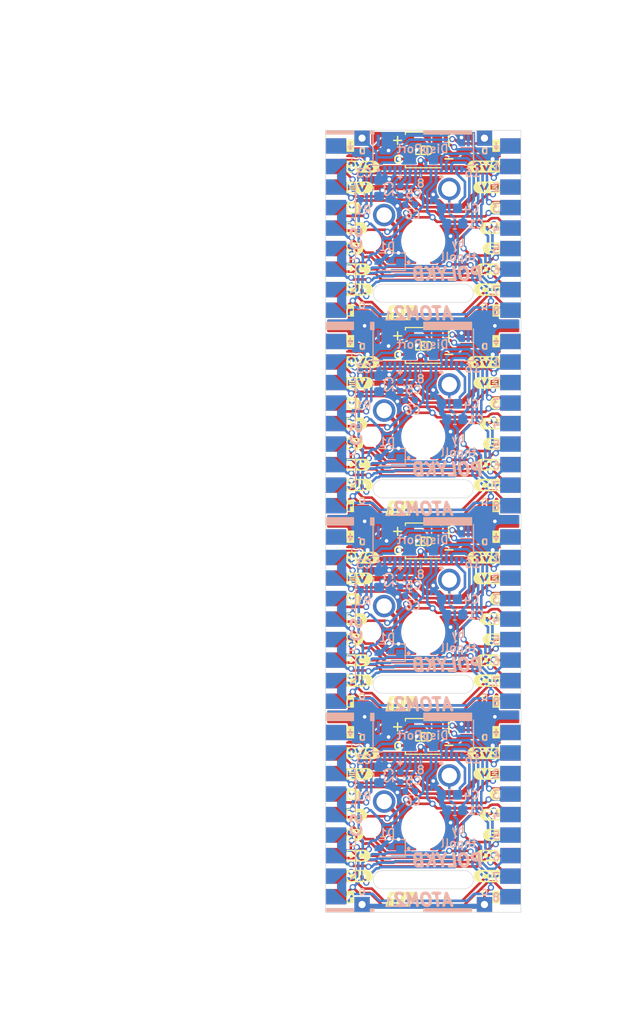
<source format=kicad_pcb>
(kicad_pcb (version 20211014) (generator pcbnew)
  (title_block (title "PolyKB Atom") (date "2022-02-01") (rev "2.1") (company "thpoll"))
  (layers (0 "F.Cu" signal) (31 "B.Cu" signal) (34 "B.Paste" user) (35 "F.Paste" user) (36 "B.SilkS" user "B.Silkscreen") (37 "F.SilkS" user "F.Silkscreen") (38 "B.Mask" user) (39 "F.Mask" user) (44 "Edge.Cuts" user))
  (net 0 "")
  (net 1 "/Keyboard/sheet605ED2EB/GND")
  (net 2 "/Keyboard/sheet605ED2EB/3V3")
  (net 3 "/Keyboard/sheet605ED2EB/4V2")
  (net 4 "Net-(C4-Pad1)")
  (net 5 "Net-(C5-Pad2)")
  (net 6 "Net-(C5-Pad1)")
  (net 7 "Net-(C6-Pad2)")
  (net 8 "Net-(C6-Pad1)")
  (net 9 "/Keyboard/sheet605ED2EB/CS")
  (net 10 "/Keyboard/sheet605ED2EB/RESET")
  (net 11 "/Keyboard/sheet605ED2EB/D-C")
  (net 12 "/Keyboard/sheet605ED2EB/SCLK")
  (net 13 "/Keyboard/sheet605ED2EB/SDIN")
  (net 14 "/Keyboard/sheet605ED2EB/LED_DIN")
  (net 15 "/Keyboard/sheet605ED2EB/5V")
  (net 16 "Net-(D1-Pad2)")
  (net 17 "/Keyboard/sheet605ED2EB/KeyRow")
  (net 18 "/Keyboard/sheet605ED2EB/KeyCol")
  (net 19 "CS8")
  (net 20 "CS7")
  (net 21 "CS6")
  (net 22 "CS5")
  (net 23 "CS4")
  (net 24 "CS3")
  (net 25 "CS2")
  (net 26 "CS1")
  (net 27 "Net-(C1-Pad1)")
  (footprint "poly_kb:AtomConnect2" (layer "F.Cu") (at 55.118 44.6278 -90)
    (fp_text reference "J3" hide)
    (fp_text value "WestFront")
  )
  (footprint "poly_kb:AtomConnect2" (layer "F.Cu") (at 72.136 44.6278 -90)
    (fp_text reference "J4" hide)
    (fp_text value "EastFront")
  )
  (footprint "poly_kb:WS2812B-Mini" (layer "F.Cu") (at 63.627 37.0078)
    (fp_text reference "LED1" hide)
    (fp_text value "LED")
  )
  (footprint "poly_kb:SW_Cherry_MX_1.00u_PCB_NoSilk" (layer "F.Cu") (at 66.167 40.8178)
    (fp_text reference "SW1" hide)
    (fp_text value "SW_Push")
  )
  (footprint "poly_kb:TestPoin_1.5x1.5mm_Drill0.7mm" (layer "F.Cu") (at 69.596 35.8648)
    (fp_text reference "J2" hide)
    (fp_text value "North")
  )
  (footprint "poly_kb:TestPoin_1.5x1.5mm_Drill0.7mm" (layer "F.Cu") (at 57.658 35.8648)
    (fp_text reference "J8" hide)
    (fp_text value "North2")
  )
  (footprint "kibuzzard-61EFBE21" (layer "F.Cu") (at 56.9722 84.709)
    (fp_text reference "kibuzzard-61EFBE21" hide)
    (fp_text value "G***" hide)
  )
  (footprint "kibuzzard-61EFD908" (layer "F.Cu") (at 56.515 52.6542)
    (fp_text reference "kibuzzard-61EFD908" hide)
    (fp_text value "G***" hide)
  )
  (footprint "kibuzzard-61EFD7F9" (layer "F.Cu") (at 70.2818 65.659)
    (fp_text reference "kibuzzard-61EFD7F9" hide)
    (fp_text value "G***" hide)
  )
  (footprint "kibuzzard-61EFABBF" (layer "F.Cu") (at 69.9262 105.791)
    (fp_text reference "kibuzzard-61EFABBF" hide)
    (fp_text value "G***" hide)
  )
  (footprint "kibuzzard-61EFDAEE" (layer "F.Cu") (at 57.154239 82.727507)
    (fp_text reference "kibuzzard-61EFDAEE" hide)
    (fp_text value "G***" hide)
  )
  (footprint "kibuzzard-61EFDD1E" (layer "F.Cu") (at 61.341 71.9328)
    (fp_text reference "kibuzzard-61EFDD1E" hide)
    (fp_text value "G***" hide)
  )
  (footprint "kibuzzard-61EFD947" (layer "F.Cu") (at 56.515 55.6514)
    (fp_text reference "kibuzzard-61EFD947" hide)
    (fp_text value "G***" hide)
  )
  (footprint "poly_kb:AtomConnect2" (layer "F.Cu") (at 55.118 82.7278 -90)
    (fp_text reference "J3" hide)
    (fp_text value "WestFront")
  )
  (footprint "kibuzzard-61EFD863" (layer "F.Cu") (at 69.5198 95.7834)
    (fp_text reference "kibuzzard-61EFD863" hide)
    (fp_text value "G***" hide)
  )
  (footprint "kibuzzard-61EFDD1E" (layer "F.Cu") (at 61.341 52.8828)
    (fp_text reference "kibuzzard-61EFDD1E" hide)
    (fp_text value "G***" hide)
  )
  (footprint "kibuzzard-61EFBE87" (layer "F.Cu") (at 57.9374 40.6654)
    (fp_text reference "kibuzzard-61EFBE87" hide)
    (fp_text value "G***" hide)
  )
  (footprint "kibuzzard-61EFDAC6" (layer "F.Cu") (at 70.6882 42.6466)
    (fp_text reference "kibuzzard-61EFDAC6" hide)
    (fp_text value "G***" hide)
  )
  (footprint "kibuzzard-61EFD863" (layer "F.Cu") (at 69.5198 76.7334)
    (fp_text reference "kibuzzard-61EFD863" hide)
    (fp_text value "G***" hide)
  )
  (footprint "poly_kb:AtomConnect2" (layer "F.Cu") (at 55.118 63.6778 -90)
    (fp_text reference "J3" hide)
    (fp_text value "WestFront")
  )
  (footprint "kibuzzard-61EFDAA0" (layer "F.Cu") (at 56.8706 99.7966)
    (fp_text reference "kibuzzard-61EFDAA0" hide)
    (fp_text value "G***" hide)
  )
  (footprint "kibuzzard-61EFDD1E" (layer "F.Cu") (at 61.341 90.9828)
    (fp_text reference "kibuzzard-61EFDD1E" hide)
    (fp_text value "G***" hide)
  )
  (footprint "poly_kb:AtomConnect2" (layer "F.Cu") (at 72.136 82.7278 -90)
    (fp_text reference "J4" hide)
    (fp_text value "EastFront")
  )
  (footprint "kibuzzard-61EFDAA0" (layer "F.Cu") (at 56.8706 61.6966)
    (fp_text reference "kibuzzard-61EFDAA0" hide)
    (fp_text value "G***" hide)
  )
  (footprint "kibuzzard-61EFBE2C" (layer "F.Cu") (at 57.3278 48.641)
    (fp_text reference "kibuzzard-61EFBE2C" hide)
    (fp_text value "G***" hide)
  )
  (footprint "kibuzzard-61EFDAC6" (layer "F.Cu") (at 70.6882 61.6966)
    (fp_text reference "kibuzzard-61EFDAC6" hide)
    (fp_text value "G***" hide)
  )
  (footprint "poly_kb:WS2812B-Mini" (layer "F.Cu") (at 63.627 94.1578)
    (fp_text reference "LED1" hide)
    (fp_text value "LED")
  )
  (footprint "kibuzzard-61EFBE3D" (layer "F.Cu") (at 57.4294 88.7222)
    (fp_text reference "kibuzzard-61EFBE3D" hide)
    (fp_text value "G***" hide)
  )
  (footprint "kibuzzard-61EFBE21" (layer "F.Cu") (at 56.9722 65.659)
    (fp_text reference "kibuzzard-61EFBE21" hide)
    (fp_text value "G***" hide)
  )
  (footprint "poly_kb:TestPoin_1.5x1.5mm_Drill0.7mm" (layer "F.Cu") (at 57.658 110.5408)
    (fp_text reference "J7" hide)
    (fp_text value "South")
  )
  (footprint "poly_kb:SW_Cherry_MX_1.00u_PCB_NoSilk" (layer "F.Cu") (at 66.167 78.9178)
    (fp_text reference "SW1" hide)
    (fp_text value "SW_Push")
  )
  (footprint "kibuzzard-61EFA8F1" (layer "F.Cu") (at 69.8246 107.7722)
    (fp_text reference "kibuzzard-61EFA8F1" hide)
    (fp_text value "G***" hide)
  )
  (footprint "kibuzzard-61EFBE2C" (layer "F.Cu") (at 57.3278 105.791)
    (fp_text reference "kibuzzard-61EFBE2C" hide)
    (fp_text value "G***" hide)
  )
  (footprint "kibuzzard-61EFDD1E" (layer "F.Cu") (at 61.341 110.0328)
    (fp_text reference "kibuzzard-61EFDD1E" hide)
    (fp_text value "G***" hide)
  )
  (footprint "kibuzzard-61EFBE87" (layer "F.Cu") (at 57.9374 97.8154)
    (fp_text reference "kibuzzard-61EFBE87" hide)
    (fp_text value "G***" hide)
  )
  (footprint "kibuzzard-61EFD947" (layer "F.Cu") (at 70.739 36.6014)
    (fp_text reference "kibuzzard-61EFD947" hide)
    (fp_text value "G***" hide)
  )
  (footprint "kibuzzard-61EFACF9" (layer "F.Cu") (at 69.3166 59.7154)
    (fp_text reference "kibuzzard-61EFACF9" hide)
    (fp_text value "G***" hide)
  )
  (footprint "kibuzzard-61EFD908" (layer "F.Cu") (at 56.515 90.7542)
    (fp_text reference "kibuzzard-61EFD908" hide)
    (fp_text value "G***" hide)
  )
  (footprint "kibuzzard-61EFBE2C" (layer "F.Cu") (at 57.3278 67.691)
    (fp_text reference "kibuzzard-61EFBE2C" hide)
    (fp_text value "G***" hide)
  )
  (footprint "kibuzzard-61EFD908" (layer "F.Cu") (at 70.739 71.7042)
    (fp_text reference "kibuzzard-61EFD908" hide)
    (fp_text value "G***" hide)
  )
  (footprint "kibuzzard-61EFDAC6" (layer "F.Cu") (at 70.6882 80.7466)
    (fp_text reference "kibuzzard-61EFDAC6" hide)
    (fp_text value "G***" hide)
  )
  (footprint "kibuzzard-61EFD947" (layer "F.Cu") (at 56.515 74.7014)
    (fp_text reference "kibuzzard-61EFD947" hide)
    (fp_text value "G***" hide)
  )
  (footprint "kibuzzard-61EFAA6D" (layer "F.Cu") (at 70.1294 82.7278)
    (fp_text reference "kibuzzard-61EFAA6D" hide)
    (fp_text value "G***" hide)
  )
  (footprint "kibuzzard-61EFA8F1" (layer "F.Cu") (at 69.8246 50.6222)
    (fp_text reference "kibuzzard-61EFA8F1" hide)
    (fp_text value "G***" hide)
  )
  (footprint "kibuzzard-61EFD947" (layer "F.Cu") (at 70.739 93.7514)
    (fp_text reference "kibuzzard-61EFD947" hide)
    (fp_text value "G***" hide)
  )
  (footprint "kibuzzard-61EFD879" (layer "F.Cu") (at 57.744 76.7406)
    (fp_text reference "kibuzzard-61EFD879" hide)
    (fp_text value "G***" hide)
  )
  (footprint "poly_kb:SW_Cherry_MX_1.00u_PCB_NoSilk" (layer "F.Cu") (at 66.167 59.8678)
    (fp_text reference "SW1" hide)
    (fp_text value "SW_Push")
  )
  (footprint "kibuzzard-61EFDAA0" (layer "F.Cu") (at 56.8706 42.6466)
    (fp_text reference "kibuzzard-61EFDAA0" hide)
    (fp_text value "G***" hide)
  )
  (footprint "kibuzzard-61EFBE87" (layer "F.Cu") (at 57.9374 59.7154)
    (fp_text reference "kibuzzard-61EFBE87" hide)
    (fp_text value "G***" hide)
  )
  (footprint "kibuzzard-61EFDAA0" (layer "F.Cu") (at 56.8706 80.7466)
    (fp_text reference "kibuzzard-61EFDAA0" hide)
    (fp_text value "G***" hide)
  )
  (footprint "kibuzzard-61EFDAEE" (layer "F.Cu") (at 57.154239 63.677507)
    (fp_text reference "kibuzzard-61EFDAEE" hide)
    (fp_text value "G***" hide)
  )
  (footprint "kibuzzard-61EFD7F9" (layer "F.Cu") (at 70.2818 46.609)
    (fp_text reference "kibuzzard-61EFD7F9" hide)
    (fp_text value "G***" hide)
  )
  (footprint "kibuzzard-61EFBE21" (layer "F.Cu") (at 56.9722 103.759)
    (fp_text reference "kibuzzard-61EFBE21" hide)
    (fp_text value "G***" hide)
  )
  (footprint "kibuzzard-61EFDAEE" (layer "F.Cu") (at 57.154239 101.777507)
    (fp_text reference "kibuzzard-61EFDAEE" hide)
    (fp_text value "G***" hide)
  )
  (footprint "kibuzzard-61EFD908" (layer "F.Cu") (at 56.515 71.7042)
    (fp_text reference "kibuzzard-61EFD908" hide)
    (fp_text value "G***" hide)
  )
  (footprint "kibuzzard-61EFD863" (layer "F.Cu") (at 69.5198 38.6334)
    (fp_text reference "kibuzzard-61EFD863" hide)
    (fp_text value "G***" hide)
  )
  (footprint "kibuzzard-61EFD947" (layer "F.Cu") (at 70.739 55.6514)
    (fp_text reference "kibuzzard-61EFD947" hide)
    (fp_text value "G***" hide)
  )
  (footprint "kibuzzard-61EFACF9" (layer "F.Cu") (at 69.3166 97.8154)
    (fp_text reference "kibuzzard-61EFACF9" hide)
    (fp_text value "G***" hide)
  )
  (footprint "kibuzzard-61EFD863" (layer "F.Cu") (at 69.5198 57.6834)
    (fp_text reference "kibuzzard-61EFD863" hide)
    (fp_text value "G***" hide)
  )
  (footprint "kibuzzard-61EFD879" (layer "F.Cu") (at 57.744 38.6406)
    (fp_text reference "kibuzzard-61EFD879" hide)
    (fp_text value "G***" hide)
  )
  (footprint "kibuzzard-61EFD908" (layer "F.Cu") (at 70.739 52.6542)
    (fp_text reference "kibuzzard-61EFD908" hide)
    (fp_text value "G***" hide)
  )
  (footprint "kibuzzard-61EFACF9" (layer "F.Cu") (at 69.3166 40.6654)
    (fp_text reference "kibuzzard-61EFACF9" hide)
    (fp_text value "G***" hide)
  )
  (footprint "kibuzzard-61EFD947" (layer "F.Cu") (at 70.739 74.7014)
    (fp_text reference "kibuzzard-61EFD947" hide)
    (fp_text value "G***" hide)
  )
  (footprint "kibuzzard-61EFDAEE" (layer "F.Cu") (at 57.154239 44.627507)
    (fp_text reference "kibuzzard-61EFDAEE" hide)
    (fp_text value "G***" hide)
  )
  (footprint "kibuzzard-61EFBE3D" (layer "F.Cu") (at 57.4294 107.7722)
    (fp_text reference "kibuzzard-61EFBE3D" hide)
    (fp_text value "G***" hide)
  )
  (footprint "kibuzzard-61EFAA6D" (layer "F.Cu") (at 70.1294 101.7778)
    (fp_text reference "kibuzzard-61EFAA6D" hide)
    (fp_text value "G***" hide)
  )
  (footprint "kibuzzard-61EFD908" (layer "F.Cu") (at 70.739 109.8042)
    (fp_text reference "kibuzzard-61EFD908" hide)
    (fp_text value "G***" hide)
  )
  (footprint "poly_kb:TestPoin_1.5x1.5mm_Drill0.7mm" (layer "F.Cu") (at 69.596 110.5408)
    (fp_text reference "J9" hide)
    (fp_text value "South2")
  )
  (footprint "kibuzzard-61EFBE21" (layer "F.Cu") (at 56.9722 46.609)
    (fp_text reference "kibuzzard-61EFBE21" hide)
    (fp_text value "G***" hide)
  )
  (footprint "kibuzzard-61EFA8F1" (layer "F.Cu") (at 69.8246 69.6722)
    (fp_text reference "kibuzzard-61EFA8F1" hide)
    (fp_text value "G***" hide)
  )
  (footprint "kibuzzard-61EFD947" (layer "F.Cu") (at 56.515 93.7514)
    (fp_text reference "kibuzzard-61EFD947" hide)
    (fp_text value "G***" hide)
  )
  (footprint "kibuzzard-61EFD908" (layer "F.Cu") (at 70.739 90.7542)
    (fp_text reference "kibuzzard-61EFD908" hide)
    (fp_text value "G***" hide)
  )
  (footprint "kibuzzard-61EFD879" (layer "F.Cu") (at 57.744 95.7906)
    (fp_text reference "kibuzzard-61EFD879" hide)
    (fp_text value "G***" hide)
  )
  (footprint "kibuzzard-61EFABBF" (layer "F.Cu") (at 69.9262 48.641)
    (fp_text reference "kibuzzard-61EFABBF" hide)
    (fp_text value "G***" hide)
  )
  (footprint "kibuzzard-61EFD947" (layer "F.Cu") (at 56.515 36.6014)
    (fp_text reference "kibuzzard-61EFD947" hide)
    (fp_text value "G***" hide)
  )
  (footprint "kibuzzard-61EFAA6D" (layer "F.Cu") (at 70.1294 63.6778)
    (fp_text reference "kibuzzard-61EFAA6D" hide)
    (fp_text value "G***" hide)
  )
  (footprint "poly_kb:AtomConnect2" (layer "F.Cu") (at 55.118 101.7778 -90)
    (fp_text reference "J3" hide)
    (fp_text value "WestFront")
  )
  (footprint "poly_kb:SW_Cherry_MX_1.00u_PCB_NoSilk" (layer "F.Cu") (at 66.167 97.9678)
    (fp_text reference "SW1" hide)
    (fp_text value "SW_Push")
  )
  (footprint "poly_kb:AtomConnect2" (layer "F.Cu") (at 72.136 101.7778 -90)
    (fp_text reference "J4" hide)
    (fp_text value "EastFront")
  )
  (footprint "kibuzzard-61EFDAC6" (layer "F.Cu") (at 70.6882 99.7966)
    (fp_text reference "kibuzzard-61EFDAC6" hide)
    (fp_text value "G***" hide)
  )
  (footprint "kibuzzard-61EFACF9" (layer "F.Cu") (at 69.3166 78.7654)
    (fp_text reference "kibuzzard-61EFACF9" hide)
    (fp_text value "G***" hide)
  )
  (footprint "kibuzzard-61EFABBF" (layer "F.Cu") (at 69.9262 67.691)
    (fp_text reference "kibuzzard-61EFABBF" hide)
    (fp_text value "G***" hide)
  )
  (footprint "kibuzzard-61EFA8F1" (layer "F.Cu") (at 69.8246 88.7222)
    (fp_text reference "kibuzzard-61EFA8F1" hide)
    (fp_text value "G***" hide)
  )
  (footprint "poly_kb:WS2812B-Mini" (layer "F.Cu") (at 63.627 75.1078)
    (fp_text reference "LED1" hide)
    (fp_text value "LED")
  )
  (footprint "kibuzzard-61EFD879" (layer "F.Cu") (at 57.744 57.6906)
    (fp_text reference "kibuzzard-61EFD879" hide)
    (fp_text value "G***" hide)
  )
  (footprint "poly_kb:WS2812B-Mini" (layer "F.Cu") (at 63.627 56.0578)
    (fp_text reference "LED1" hide)
    (fp_text value "LED")
  )
  (footprint "kibuzzard-61EFBE3D" (layer "F.Cu") (at 57.4294 50.6222)
    (fp_text reference "kibuzzard-61EFBE3D" hide)
    (fp_text value "G***" hide)
  )
  (footprint "kibuzzard-61EFAA6D" (layer "F.Cu") (at 70.1294 44.6278)
    (fp_text reference "kibuzzard-61EFAA6D" hide)
    (fp_text value "G***" hide)
  )
  (footprint "kibuzzard-61EFD7F9" (layer "F.Cu") (at 70.2818 103.759)
    (fp_text reference "kibuzzard-61EFD7F9" hide)
    (fp_text value "G***" hide)
  )
  (footprint "kibuzzard-61EFD7F9" (layer "F.Cu") (at 70.2818 84.709)
    (fp_text reference "kibuzzard-61EFD7F9" hide)
    (fp_text value "G***" hide)
  )
  (footprint "poly_kb:AtomConnect2" (layer "F.Cu") (at 72.136 63.6778 -90)
    (fp_text reference "J4" hide)
    (fp_text value "EastFront")
  )
  (footprint "kibuzzard-61EFD908" (layer "F.Cu") (at 56.515 109.8042)
    (fp_text reference "kibuzzard-61EFD908" hide)
    (fp_text value "G***" hide)
  )
  (footprint "kibuzzard-61EFBE2C" (layer "F.Cu") (at 57.3278 86.741)
    (fp_text reference "kibuzzard-61EFBE2C" hide)
    (fp_text value "G***" hide)
  )
  (footprint "kibuzzard-61EFBE3D" (layer "F.Cu") (at 57.4294 69.6722)
    (fp_text reference "kibuzzard-61EFBE3D" hide)
    (fp_text value "G***" hide)
  )
  (footprint "kibuzzard-61EFABBF" (layer "F.Cu") (at 69.9262 86.741)
    (fp_text reference "kibuzzard-61EFABBF" hide)
    (fp_text value "G***" hide)
  )
  (footprint "kibuzzard-61EFBE87" (layer "F.Cu") (at 57.9374 78.7654)
    (fp_text reference "kibuzzard-61EFBE87" hide)
    (fp_text value "G***" hide)
  )
  (footprint "Capacitor_SMD:C_0603_1608Metric" (layer "B.Cu") (at 66.702 44.2028 180)
    (fp_text reference "C1")
    (fp_text value "2.2uF")
  )
  (footprint "Capacitor_SMD:C_0603_1608Metric" (layer "B.Cu") (at 59.309 40.7546 90)
    (fp_text reference "C2")
    (fp_text value "2.2uF")
  )
  (footprint "Capacitor_SMD:C_0402_1005Metric" (layer "B.Cu") (at 57.023 37.8968 90)
    (fp_text reference "C3" hide)
    (fp_text value "1uF")
  )
  (footprint "Capacitor_SMD:C_0603_1608Metric" (layer "B.Cu") (at 66.202 42.7028 180)
    (fp_text reference "C4")
    (fp_text value "4.7uF")
  )
  (footprint "Capacitor_SMD:C_0402_1005Metric" (layer "B.Cu") (at 61.3918 40.9676 90)
    (fp_text reference "C5")
    (fp_text value "1uF")
  )
  (footprint "Capacitor_SMD:C_0402_1005Metric" (layer "B.Cu") (at 62.357 42.3418)
    (fp_text reference "C6")
    (fp_text value "1uF")
  )
  (footprint "poly_kb:D_SOD-323Ext" (layer "B.Cu") (at 60.325 47.9028 180)
    (fp_text reference "D1")
    (fp_text value "D_Small")
  )
  (footprint "poly_kb:FPC_16_JUSHUO_AFC05_S16FIA_00" (layer "B.Cu") (at 63.627 38.9128)
    (fp_text reference "J1" hide)
    (fp_text value "Conn_01x16")
  )
  (footprint "poly_kb:AtomConnect2" (layer "B.Cu") (at 72.136 44.6278 -90)
    (fp_text reference "J6" hide)
    (fp_text value "EastBack")
  )
  (footprint "poly_kb:AtomConnectCS" (layer "B.Cu") (at 55.118 44.6278 -90)
    (fp_text reference "J5" hide)
    (fp_text value "WestBack")
  )
  (footprint "poly_kb:D_SOD-323Ext" (layer "B.Cu") (at 60.325 86.0028 180)
    (fp_text reference "D1")
    (fp_text value "D_Small")
  )
  (footprint "Capacitor_SMD:C_0603_1608Metric" (layer "B.Cu") (at 66.202 80.8028 180)
    (fp_text reference "C4")
    (fp_text value "4.7uF")
  )
  (footprint "poly_kb:AtomConnect2" (layer "B.Cu") (at 72.136 82.7278 -90)
    (fp_text reference "J6" hide)
    (fp_text value "EastBack")
  )
  (footprint "Resistor_SMD:R_0402_1005Metric" (layer "B.Cu") (at 57.502 98.4906 -90)
    (fp_text reference "R1")
    (fp_text value "1M")
  )
  (footprint "Capacitor_SMD:C_0603_1608Metric" (layer "B.Cu") (at 59.309 97.9046 90)
    (fp_text reference "C2")
    (fp_text value "2.2uF")
  )
  (footprint "Capacitor_SMD:C_0402_1005Metric" (layer "B.Cu") (at 62.357 80.4418)
    (fp_text reference "C6")
    (fp_text value "1uF")
  )
  (footprint "poly_kb:AtomConnect2" (layer "B.Cu") (at 72.136 101.7778 -90)
    (fp_text reference "J6" hide)
    (fp_text value "EastBack")
  )
  (footprint "poly_kb:AtomConnectCS" (layer "B.Cu") (at 55.118 63.6778 -90)
    (fp_text reference "J5" hide)
    (fp_text value "WestBack")
  )
  (footprint "poly_kb:AtomConnectCS" (layer "B.Cu") (at 55.118 101.7778 -90)
    (fp_text reference "J5" hide)
    (fp_text value "WestBack")
  )
  (footprint "Capacitor_SMD:C_0603_1608Metric" (layer "B.Cu") (at 66.202 61.7528 180)
    (fp_text reference "C4")
    (fp_text value "4.7uF")
  )
  (footprint "poly_kb:AtomConnectCS" (layer "B.Cu") (at 55.118 82.7278 -90)
    (fp_text reference "J5" hide)
    (fp_text value "WestBack")
  )
  (footprint "Capacitor_SMD:C_0603_1608Metric" (layer "B.Cu") (at 59.309 78.8546 90)
    (fp_text reference "C2")
    (fp_text value "2.2uF")
  )
  (footprint "Capacitor_SMD:C_0402_1005Metric" (layer "B.Cu") (at 61.3918 98.1176 90)
    (fp_text reference "C5")
    (fp_text value "1uF")
  )
  (footprint "Capacitor_SMD:C_0402_1005Metric" (layer "B.Cu") (at 57.023 95.0468 90)
    (fp_text reference "C3" hide)
    (fp_text value "1uF")
  )
  (footprint "Capacitor_SMD:C_0603_1608Metric" (layer "B.Cu") (at 66.702 82.3028 180)
    (fp_text reference "C1")
    (fp_text value "2.2uF")
  )
  (footprint "Resistor_SMD:R_0402_1005Metric" (layer "B.Cu") (at 57.502 41.3406 -90)
    (fp_text reference "R1")
    (fp_text value "1M")
  )
  (footprint "Capacitor_SMD:C_0402_1005Metric" (layer "B.Cu") (at 61.3918 60.0176 90)
    (fp_text reference "C5")
    (fp_text value "1uF")
  )
  (footprint "Capacitor_SMD:C_0402_1005Metric" (layer "B.Cu") (at 61.3918 79.0676 90)
    (fp_text reference "C5")
    (fp_text value "1uF")
  )
  (footprint "Resistor_SMD:R_0402_1005Metric" (layer "B.Cu") (at 57.502 79.4406 -90)
    (fp_text reference "R1")
    (fp_text value "1M")
  )
  (footprint "poly_kb:AtomConnect2" (layer "B.Cu") (at 72.136 63.6778 -90)
    (fp_text reference "J6" hide)
    (fp_text value "EastBack")
  )
  (footprint "Capacitor_SMD:C_0603_1608Metric" (layer "B.Cu") (at 59.309 59.8046 90)
    (fp_text reference "C2")
    (fp_text value "2.2uF")
  )
  (footprint "poly_kb:D_SOD-323Ext" (layer "B.Cu") (at 60.325 66.9528 180)
    (fp_text reference "D1")
    (fp_text value "D_Small")
  )
  (footprint "poly_kb:FPC_16_JUSHUO_AFC05_S16FIA_00" (layer "B.Cu") (at 63.627 96.0628)
    (fp_text reference "J1" hide)
    (fp_text value "Conn_01x16")
  )
  (footprint "Capacitor_SMD:C_0402_1005Metric" (layer "B.Cu") (at 62.357 99.4918)
    (fp_text reference "C6")
    (fp_text value "1uF")
  )
  (footprint "Capacitor_SMD:C_0603_1608Metric" (layer "B.Cu") (at 66.702 63.2528 180)
    (fp_text reference "C1")
    (fp_text value "2.2uF")
  )
  (footprint "Capacitor_SMD:C_0603_1608Metric" (layer "B.Cu") (at 66.202 99.8528 180)
    (fp_text reference "C4")
    (fp_text value "4.7uF")
  )
  (footprint "poly_kb:D_SOD-323Ext" (layer "B.Cu") (at 60.325 105.0528 180)
    (fp_text reference "D1")
    (fp_text value "D_Small")
  )
  (footprint "Resistor_SMD:R_0402_1005Metric" (layer "B.Cu") (at 57.502 60.3906 -90)
    (fp_text reference "R1")
    (fp_text value "1M")
  )
  (footprint "Capacitor_SMD:C_0402_1005Metric" (layer "B.Cu") (at 62.357 61.3918)
    (fp_text reference "C6")
    (fp_text value "1uF")
  )
  (footprint "poly_kb:FPC_16_JUSHUO_AFC05_S16FIA_00" (layer "B.Cu") (at 63.627 77.0128)
    (fp_text reference "J1" hide)
    (fp_text value "Conn_01x16")
  )
  (footprint "Capacitor_SMD:C_0603_1608Metric" (layer "B.Cu") (at 66.702 101.3528 180)
    (fp_text reference "C1")
    (fp_text value "2.2uF")
  )
  (footprint "Capacitor_SMD:C_0402_1005Metric" (layer "B.Cu") (at 57.023 56.9468 90)
    (fp_text reference "C3" hide)
    (fp_text value "1uF")
  )
  (footprint "poly_kb:FPC_16_JUSHUO_AFC05_S16FIA_00" (layer "B.Cu") (at 63.627 57.9628)
    (fp_text reference "J1" hide)
    (fp_text value "Conn_01x16")
  )
  (footprint "Capacitor_SMD:C_0402_1005Metric" (layer "B.Cu") (at 57.023 75.9968 90)
    (fp_text reference "C3" hide)
    (fp_text value "1uF")
  )
  (gr_poly (pts (xy 68.3895 54.1782) (xy 63.627 54.1782) (xy 63.627 53.7464) (xy 68.3895 53.7464)) (layer "B.SilkS") (width 0) (fill solid))
  (gr_poly (pts (xy 56.8706 35.5108) (xy 54.0766 35.5108) (xy 54.0766 35.0774) (xy 56.8706 35.0774)) (layer "B.SilkS") (width 0) (fill solid))
  (gr_poly (pts (xy 58.8645 35.5108) (xy 58.4454 35.5108) (xy 58.4454 35.0774) (xy 58.8645 35.0774)) (layer "B.SilkS") (width 0) (fill solid))
  (gr_poly (pts (xy 58.8645 54.1782) (xy 58.4454 54.1782) (xy 58.4454 53.7591) (xy 58.8645 53.7591)) (layer "B.SilkS") (width 0) (fill solid))
  (gr_poly (pts (xy 56.8706 54.1782) (xy 54.102 54.1782) (xy 54.102 53.738864) (xy 56.8706 53.738864)) (layer "B.SilkS") (width 0) (fill solid))
  (gr_line (start 70.739 36.2966) (end 70.739 36.6522) (layer "B.SilkS") (width 0.12))
  (gr_line (start 56.515 74.3966) (end 56.515 74.7522) (layer "B.SilkS") (width 0.12))
  (gr_line (start 70.739 55.3466) (end 70.739 55.7022) (layer "B.SilkS") (width 0.12))
  (gr_line (start 57.023 82.4738) (end 57.023 78.4098) (layer "B.SilkS") (width 0.12))
  (gr_line (start 57.023 59.3598) (end 56.515 58.8518) (layer "B.SilkS") (width 0.12))
  (gr_line (start 65.402 96.5778) (end 65.402 97.0278) (layer "B.SilkS") (width 0.12))
  (gr_line (start 56.515 93.8022) (end 56.261 93.8022) (layer "B.SilkS") (width 0.12))
  (gr_line (start 65.402 77.5278) (end 65.402 77.9778) (layer "B.SilkS") (width 0.12))
  (gr_line (start 56.515 55.7022) (end 56.261 55.7022) (layer "B.SilkS") (width 0.12))
  (gr_poly (pts (xy 56.8706 92.6608) (xy 54.0766 92.6608) (xy 54.0766 92.2274) (xy 56.8706 92.2274)) (layer "B.SilkS") (width 0) (fill solid))
  (gr_line (start 56.4642 94.107) (end 56.5658 94.107) (layer "B.SilkS") (width 0.12))
  (gr_line (start 65.327 96.8028) (end 65.477 96.8028) (layer "B.SilkS") (width 0.12))
  (gr_line (start 57.023 44.3738) (end 57.023 40.3098) (layer "B.SilkS") (width 0.12))
  (gr_line (start 65.402 77.5278) (end 65.227 77.8028) (layer "B.SilkS") (width 0.12))
  (gr_poly (pts (xy 68.3895 92.6608) (xy 63.627 92.6608) (xy 63.627 92.2274) (xy 68.3895 92.2274)) (layer "B.SilkS") (width 0) (fill solid))
  (gr_line (start 61.302 58.7028) (end 61.452 58.7028) (layer "B.SilkS") (width 0.12))
  (gr_line (start 65.227 58.7528) (end 65.577 58.7528) (layer "B.SilkS") (width 0.12))
  (gr_line (start 65.402 39.4278) (end 65.402 39.8778) (layer "B.SilkS") (width 0.12))
  (gr_line (start 56.515 47.6758) (end 57.023 47.6758) (layer "B.SilkS") (width 0.12))
  (gr_line (start 65.327 77.7528) (end 65.477 77.7528) (layer "B.SilkS") (width 0.12))
  (gr_line (start 65.227 39.7028) (end 65.577 39.7028) (layer "B.SilkS") (width 0.12))
  (gr_poly (pts (xy 56.8706 54.5608) (xy 54.0766 54.5608) (xy 54.0766 54.1274) (xy 56.8706 54.1274)) (layer "B.SilkS") (width 0) (fill solid))
  (gr_line (start 56.515 36.2966) (end 56.515 36.6522) (layer "B.SilkS") (width 0.12))
  (gr_line (start 65.327 58.7028) (end 65.477 58.7028) (layer "B.SilkS") (width 0.12))
  (gr_line (start 56.515 74.7522) (end 56.769 74.7522) (layer "B.SilkS") (width 0.12))
  (gr_line (start 57.023 50.4698) (end 56.515 50.9778) (layer "B.SilkS") (width 0.12))
  (gr_line (start 56.515 36.6522) (end 56.261 36.6522) (layer "B.SilkS") (width 0.12))
  (gr_line (start 70.6882 75.057) (end 70.7898 75.057) (layer "B.SilkS") (width 0.12))
  (gr_line (start 70.6882 94.107) (end 70.7898 94.107) (layer "B.SilkS") (width 0.12))
  (gr_line (start 56.515 104.8258) (end 57.023 104.8258) (layer "B.SilkS") (width 0.12))
  (gr_line (start 61.202 39.7028) (end 61.552 39.7028) (layer "B.SilkS") (width 0.12))
  (gr_line (start 56.515 93.8022) (end 56.769 93.8022) (layer "B.SilkS") (width 0.12))
  (gr_line (start 61.302 77.7528) (end 61.452 77.7528) (layer "B.SilkS") (width 0.12))
  (gr_poly (pts (xy 56.8706 73.6108) (xy 54.0766 73.6108) (xy 54.0766 73.1774) (xy 56.8706 73.1774)) (layer "B.SilkS") (width 0) (fill solid))
  (gr_line (start 57.023 107.6198) (end 56.515 108.1278) (layer "B.SilkS") (width 0.12))
  (gr_poly (pts (xy 58.8645 54.5608) (xy 58.4454 54.5608) (xy 58.4454 54.1274) (xy 58.8645 54.1274)) (layer "B.SilkS") (width 0) (fill solid))
  (gr_line (start 70.5866 55.8546) (end 70.8914 55.8546) (layer "B.SilkS") (width 0.12))
  (gr_line (start 70.6882 36.957) (end 70.7898 36.957) (layer "B.SilkS") (width 0.12))
  (gr_poly (pts (xy 56.8706 111.3282) (xy 54.102 111.3282) (xy 54.102 110.888864) (xy 56.8706 110.888864)) (layer "B.SilkS") (width 0) (fill solid))
  (gr_line (start 56.515 36.6522) (end 56.769 36.6522) (layer "B.SilkS") (width 0.12))
  (gr_line (start 65.577 58.7528) (end 65.402 58.4778) (layer "B.SilkS") (width 0.12))
  (gr_line (start 65.577 96.8528) (end 65.402 96.5778) (layer "B.SilkS") (width 0.12))
  (gr_line (start 61.302 39.6528) (end 61.452 39.6528) (layer "B.SilkS") (width 0.12))
  (gr_line (start 65.402 58.4778) (end 65.227 58.7528) (layer "B.SilkS") (width 0.12))
  (gr_line (start 65.227 96.8528) (end 65.577 96.8528) (layer "B.SilkS") (width 0.12))
  (gr_line (start 65.327 39.6528) (end 65.477 39.6528) (layer "B.SilkS") (width 0.12))
  (gr_line (start 70.739 74.7522) (end 70.485 74.7522) (layer "B.SilkS") (width 0.12))
  (gr_poly (pts (xy 68.3895 73.2282) (xy 63.627 73.2282) (xy 63.627 72.7964) (xy 68.3895 72.7964)) (layer "B.SilkS") (width 0) (fill solid))
  (gr_line (start 61.552 77.8028) (end 61.377 77.5278) (layer "B.SilkS") (width 0.12))
  (gr_line (start 70.6882 56.007) (end 70.7898 56.007) (layer "B.SilkS") (width 0.12))
  (gr_poly (pts (xy 58.8645 111.3282) (xy 58.4454 111.3282) (xy 58.4454 110.9091) (xy 58.8645 110.9091)) (layer "B.SilkS") (width 0) (fill solid))
  (gr_line (start 56.515 66.7258) (end 57.023 66.7258) (layer "B.SilkS") (width 0.12))
  (gr_line (start 70.739 74.3966) (end 70.739 74.7522) (layer "B.SilkS") (width 0.12))
  (gr_line (start 70.739 93.8022) (end 70.993 93.8022) (layer "B.SilkS") (width 0.12))
  (gr_poly (pts (xy 68.3895 92.2782) (xy 63.627 92.2782) (xy 63.627 91.8464) (xy 68.3895 91.8464)) (layer "B.SilkS") (width 0) (fill solid))
  (gr_line (start 61.377 39.4278) (end 61.202 39.7028) (layer "B.SilkS") (width 0.12))
  (gr_line (start 61.377 96.5778) (end 61.202 96.8528) (layer "B.SilkS") (width 0.12))
  (gr_poly (pts (xy 68.3895 111.3282) (xy 63.627 111.3282) (xy 63.627 110.8964) (xy 68.3895 110.8964)) (layer "B.SilkS") (width 0) (fill solid))
  (gr_line (start 56.515 85.7758) (end 57.023 85.7758) (layer "B.SilkS") (width 0.12))
  (gr_line (start 70.5866 74.9046) (end 70.8914 74.9046) (layer "B.SilkS") (width 0.12))
  (gr_line (start 65.577 39.7028) (end 65.402 39.4278) (layer "B.SilkS") (width 0.12))
  (gr_line (start 61.552 58.7528) (end 61.377 58.4778) (layer "B.SilkS") (width 0.12))
  (gr_line (start 57.023 78.4098) (end 56.515 77.9018) (layer "B.SilkS") (width 0.12))
  (gr_line (start 61.377 58.4778) (end 61.377 58.9278) (layer "B.SilkS") (width 0.12))
  (gr_line (start 56.515 74.7522) (end 56.261 74.7522) (layer "B.SilkS") (width 0.12))
  (gr_line (start 70.739 36.6522) (end 70.993 36.6522) (layer "B.SilkS") (width 0.12))
  (gr_line (start 70.739 36.6522) (end 70.485 36.6522) (layer "B.SilkS") (width 0.12))
  (gr_line (start 61.202 96.8528) (end 61.552 96.8528) (layer "B.SilkS") (width 0.12))
  (gr_line (start 56.3626 55.8546) (end 56.6674 55.8546) (layer "B.SilkS") (width 0.12))
  (gr_line (start 61.377 96.5778) (end 61.377 97.0278) (layer "B.SilkS") (width 0.12))
  (gr_line (start 56.3626 74.9046) (end 56.6674 74.9046) (layer "B.SilkS") (width 0.12))
  (gr_line (start 61.202 77.8028) (end 61.552 77.8028) (layer "B.SilkS") (width 0.12))
  (gr_line (start 56.515 55.3466) (end 56.515 55.7022) (layer "B.SilkS") (width 0.12))
  (gr_line (start 63.377 77.7028) (end 63.377 77.5278) (layer "B.SilkS") (width 0.12))
  (gr_line (start 56.515 100.7618) (end 57.023 100.7618) (layer "B.SilkS") (width 0.12))
  (gr_line (start 57.023 69.5198) (end 56.515 70.0278) (layer "B.SilkS") (width 0.12))
  (gr_line (start 57.023 101.5238) (end 57.023 97.4598) (layer "B.SilkS") (width 0.12))
  (gr_poly (pts (xy 68.3895 35.5108) (xy 63.627 35.5108) (xy 63.627 35.0774) (xy 68.3895 35.0774)) (layer "B.SilkS") (width 0) (fill solid))
  (gr_line (start 61.377 77.5278) (end 61.377 77.9778) (layer "B.SilkS") (width 0.12))
  (gr_line (start 57.023 97.4598) (end 56.515 96.9518) (layer "B.SilkS") (width 0.12))
  (gr_line (start 61.377 58.4778) (end 61.202 58.7528) (layer "B.SilkS") (width 0.12))
  (gr_line (start 56.3626 36.8046) (end 56.6674 36.8046) (layer "B.SilkS") (width 0.12))
  (gr_line (start 70.739 55.7022) (end 70.993 55.7022) (layer "B.SilkS") (width 0.12))
  (gr_line (start 61.552 96.8528) (end 61.377 96.5778) (layer "B.SilkS") (width 0.12))
  (gr_line (start 57.023 65.9638) (end 57.023 69.5198) (layer "B.SilkS") (width 0.12))
  (gr_line (start 70.739 93.8022) (end 70.485 93.8022) (layer "B.SilkS") (width 0.12))
  (gr_line (start 57.023 63.4238) (end 57.023 59.3598) (layer "B.SilkS") (width 0.12))
  (gr_poly (pts (xy 58.8645 92.6608) (xy 58.4454 92.6608) (xy 58.4454 92.2274) (xy 58.8645 92.2274)) (layer "B.SilkS") (width 0) (fill solid))
  (gr_line (start 65.402 58.4778) (end 65.402 58.9278) (layer "B.SilkS") (width 0.12))
  (gr_line (start 56.515 43.6118) (end 57.023 43.6118) (layer "B.SilkS") (width 0.12))
  (gr_line (start 56.515 93.4466) (end 56.515 93.8022) (layer "B.SilkS") (width 0.12))
  (gr_line (start 61.202 58.7528) (end 61.552 58.7528) (layer "B.SilkS") (width 0.12))
  (gr_poly (pts (xy 68.3895 73.6108) (xy 63.627 73.6108) (xy 63.627 73.1774) (xy 68.3895 73.1774)) (layer "B.SilkS") (width 0) (fill solid))
  (gr_line (start 61.552 39.7028) (end 61.377 39.4278) (layer "B.SilkS") (width 0.12))
  (gr_poly (pts (xy 56.8706 73.2282) (xy 54.102 73.2282) (xy 54.102 72.788864) (xy 56.8706 72.788864)) (layer "B.SilkS") (width 0) (fill solid))
  (gr_line (start 57.023 46.9138) (end 57.023 50.4698) (layer "B.SilkS") (width 0.12))
  (gr_line (start 65.402 39.4278) (end 65.227 39.7028) (layer "B.SilkS") (width 0.12))
  (gr_line (start 63.377 39.6028) (end 63.377 39.4278) (layer "B.SilkS") (width 0.12))
  (gr_line (start 63.377 58.6528) (end 63.377 58.4778) (layer "B.SilkS") (width 0.12))
  (gr_line (start 56.3626 93.9546) (end 56.6674 93.9546) (layer "B.SilkS") (width 0.12))
  (gr_line (start 70.5866 93.9546) (end 70.8914 93.9546) (layer "B.SilkS") (width 0.12))
  (gr_line (start 56.515 62.6618) (end 57.023 62.6618) (layer "B.SilkS") (width 0.12))
  (gr_poly (pts (xy 68.3895 54.5608) (xy 63.627 54.5608) (xy 63.627 54.1274) (xy 68.3895 54.1274)) (layer "B.SilkS") (width 0) (fill solid))
  (gr_line (start 57.023 104.0638) (end 57.023 107.6198) (layer "B.SilkS") (width 0.12))
  (gr_poly (pts (xy 58.8645 92.2782) (xy 58.4454 92.2782) (xy 58.4454 91.8591) (xy 58.8645 91.8591)) (layer "B.SilkS") (width 0) (fill solid))
  (gr_line (start 57.023 40.3098) (end 56.515 39.8018) (layer "B.SilkS") (width 0.12))
  (gr_line (start 56.515 55.7022) (end 56.769 55.7022) (layer "B.SilkS") (width 0.12))
  (gr_line (start 61.377 77.5278) (end 61.202 77.8028) (layer "B.SilkS") (width 0.12))
  (gr_line (start 56.4642 75.057) (end 56.5658 75.057) (layer "B.SilkS") (width 0.12))
  (gr_poly (pts (xy 58.8645 73.6108) (xy 58.4454 73.6108) (xy 58.4454 73.1774) (xy 58.8645 73.1774)) (layer "B.SilkS") (width 0) (fill solid))
  (gr_line (start 57.023 85.0138) (end 57.023 88.5698) (layer "B.SilkS") (width 0.12))
  (gr_line (start 56.515 81.7118) (end 57.023 81.7118) (layer "B.SilkS") (width 0.12))
  (gr_line (start 56.4642 56.007) (end 56.5658 56.007) (layer "B.SilkS") (width 0.12))
  (gr_line (start 63.377 96.7528) (end 63.377 96.5778) (layer "B.SilkS") (width 0.12))
  (gr_line (start 65.577 77.8028) (end 65.402 77.5278) (layer "B.SilkS") (width 0.12))
  (gr_line (start 70.739 93.4466) (end 70.739 93.8022) (layer "B.SilkS") (width 0.12))
  (gr_poly (pts (xy 58.8645 73.2282) (xy 58.4454 73.2282) (xy 58.4454 72.8091) (xy 58.8645 72.8091)) (layer "B.SilkS") (width 0) (fill solid))
  (gr_poly (pts (xy 56.8706 92.2782) (xy 54.102 92.2782) (xy 54.102 91.838864) (xy 56.8706 91.838864)) (layer "B.SilkS") (width 0) (fill solid))
  (gr_line (start 70.739 55.7022) (end 70.485 55.7022) (layer "B.SilkS") (width 0.12))
  (gr_line (start 70.739 74.7522) (end 70.993 74.7522) (layer "B.SilkS") (width 0.12))
  (gr_line (start 65.227 77.8028) (end 65.577 77.8028) (layer "B.SilkS") (width 0.12))
  (gr_line (start 65.402 96.5778) (end 65.227 96.8528) (layer "B.SilkS") (width 0.12))
  (gr_line (start 70.5866 36.8046) (end 70.8914 36.8046) (layer "B.SilkS") (width 0.12))
  (gr_line (start 61.377 39.4278) (end 61.377 39.8778) (layer "B.SilkS") (width 0.12))
  (gr_line (start 56.4642 36.957) (end 56.5658 36.957) (layer "B.SilkS") (width 0.12))
  (gr_line (start 61.302 96.8028) (end 61.452 96.8028) (layer "B.SilkS") (width 0.12))
  (gr_line (start 57.023 88.5698) (end 56.515 89.0778) (layer "B.SilkS") (width 0.12))
  (gr_poly (pts (xy 68.3895 35.5108) (xy 63.627 35.5108) (xy 63.627 35.0774) (xy 68.3895 35.0774)) (layer "F.SilkS") (width 0) (fill solid))
  (gr_line (start 56.6928 40.2082) (end 56.6928 40.259) (layer "F.SilkS") (width 0.12))
  (gr_line (start 70.1294 40.1574) (end 70.1294 41.1734) (layer "F.SilkS") (width 0.135))
  (gr_line (start 57.1246 78.2574) (end 57.1246 79.2734) (layer "F.SilkS") (width 0.135))
  (gr_line (start 71.0438 59.2074) (end 71.0438 60.2234) (layer "F.SilkS") (width 0.135))
  (gr_line (start 56.261 59.309) (end 56.388 59.309) (layer "F.SilkS") (width 0.12))
  (gr_line (start 71.0438 97.3074) (end 71.0438 98.3234) (layer "F.SilkS") (width 0.135))
  (gr_line (start 70.8152 97.8662) (end 70.358 97.8662) (layer "F.SilkS") (width 0.12))
  (gr_line (start 56.4388 78.613) (end 56.896 78.613) (layer "F.SilkS") (width 0.12))
  (gr_line (start 56.2102 97.3074) (end 57.1754 97.3074) (layer "F.SilkS") (width 0.135))
  (gr_line (start 70.1294 97.3074) (end 70.1294 98.3234) (layer "F.SilkS") (width 0.135))
  (gr_line (start 71.0438 40.1574) (end 71.0438 41.1734) (layer "F.SilkS") (width 0.135))
  (gr_line (start 56.2102 59.2074) (end 56.2102 60.2234) (layer "F.SilkS") (width 0.135))
  (gr_line (start 70.612 40.259) (end 70.5612 40.259) (layer "F.SilkS") (width 0.12))
  (gr_line (start 70.612 40.2082) (end 70.612 40.259) (layer "F.SilkS") (width 0.12))
  (gr_line (start 56.896 78.8162) (end 56.4388 78.8162) (layer "F.SilkS") (width 0.12))
  (gr_line (start 71.0438 79.2734) (end 70.0786 79.2734) (layer "F.SilkS") (width 0.135))
  (gr_line (start 56.6928 78.3082) (end 56.6928 78.359) (layer "F.SilkS") (width 0.12))
  (gr_line (start 57.0992 97.409) (end 56.9468 97.409) (layer "F.SilkS") (width 0.12))
  (gr_line (start 56.6928 97.409) (end 56.642 97.409) (layer "F.SilkS") (width 0.12))
  (gr_line (start 56.9468 40.259) (end 56.9468 40.1574) (layer "F.SilkS") (width 0.12))
  (gr_line (start 70.3072 40.259) (end 70.3072 40.1574) (layer "F.SilkS") (width 0.12))
  (gr_poly (pts (xy 68.3895 111.3282) (xy 63.627 111.3282) (xy 63.627 110.9218) (xy 68.3895 110.9218)) (layer "F.SilkS") (width 0) (fill solid))
  (gr_line (start 71.0438 60.2234) (end 70.0786 60.2234) (layer "F.SilkS") (width 0.135))
  (gr_line (start 56.9468 97.409) (end 56.9468 97.3074) (layer "F.SilkS") (width 0.12))
  (gr_line (start 70.358 98.0694) (end 70.8152 98.0694) (layer "F.SilkS") (width 0.12))
  (gr_poly (pts (xy 58.8645 73.2282) (xy 58.4454 73.2282) (xy 58.4454 72.8218) (xy 58.8645 72.8218)) (layer "F.SilkS") (width 0) (fill solid))
  (gr_line (start 70.612 97.3582) (end 70.612 97.409) (layer "F.SilkS") (width 0.12))
  (gr_line (start 70.612 78.359) (end 70.5612 78.359) (layer "F.SilkS") (width 0.12))
  (gr_line (start 56.4388 98.0694) (end 56.896 98.0694) (layer "F.SilkS") (width 0.12))
  (gr_line (start 71.0438 98.3234) (end 70.0786 98.3234) (layer "F.SilkS") (width 0.135))
  (gr_line (start 56.2102 40.1574) (end 57.1754 40.1574) (layer "F.SilkS") (width 0.135))
  (gr_poly (pts (xy 68.3895 73.2282) (xy 63.627 73.2282) (xy 63.627 72.8218) (xy 68.3895 72.8218)) (layer "F.SilkS") (width 0) (fill solid))
  (gr_line (start 57.1754 98.3234) (end 56.2102 98.3234) (layer "F.SilkS") (width 0.135))
  (gr_line (start 56.4388 59.563) (end 56.896 59.563) (layer "F.SilkS") (width 0.12))
  (gr_line (start 70.3072 78.359) (end 70.3072 78.2574) (layer "F.SilkS") (width 0.12))
  (gr_poly (pts (xy 58.8645 54.5608) (xy 58.4454 54.5608) (xy 58.4454 54.1274) (xy 58.8645 54.1274)) (layer "F.SilkS") (width 0) (fill solid))
  (gr_line (start 56.388 59.309) (end 56.388 59.2074) (layer "F.SilkS") (width 0.12))
  (gr_line (start 56.642 40.259) (end 56.642 40.2082) (layer "F.SilkS") (width 0.12))
  (gr_line (start 57.0992 40.259) (end 56.9468 40.259) (layer "F.SilkS") (width 0.12))
  (gr_line (start 56.4388 59.9694) (end 56.896 59.9694) (layer "F.SilkS") (width 0.12))
  (gr_line (start 56.642 97.409) (end 56.642 97.3582) (layer "F.SilkS") (width 0.12))
  (gr_line (start 57.1246 59.2074) (end 57.1246 60.2234) (layer "F.SilkS") (width 0.135))
  (gr_poly (pts (xy 68.3895 73.6108) (xy 63.627 73.6108) (xy 63.627 73.1774) (xy 68.3895 73.1774)) (layer "F.SilkS") (width 0) (fill solid))
  (gr_line (start 56.9468 78.359) (end 56.9468 78.2574) (layer "F.SilkS") (width 0.12))
  (gr_poly (pts (xy 58.8645 92.2782) (xy 58.4454 92.2782) (xy 58.4454 91.8718) (xy 58.8645 91.8718)) (layer "F.SilkS") (width 0) (fill solid))
  (gr_line (start 57.0992 59.309) (end 56.9468 59.309) (layer "F.SilkS") (width 0.12))
  (gr_line (start 70.1294 78.2574) (end 70.1294 79.2734) (layer "F.SilkS") (width 0.135))
  (gr_line (start 57.1246 97.3074) (end 57.1246 98.3234) (layer "F.SilkS") (width 0.135))
  (gr_line (start 70.0786 59.2074) (end 71.0438 59.2074) (layer "F.SilkS") (width 0.135))
  (gr_line (start 70.358 78.613) (end 70.8152 78.613) (layer "F.SilkS") (width 0.12))
  (gr_line (start 71.0184 59.309) (end 70.866 59.309) (layer "F.SilkS") (width 0.12))
  (gr_line (start 56.6928 59.309) (end 56.642 59.309) (layer "F.SilkS") (width 0.12))
  (gr_line (start 70.612 97.409) (end 70.5612 97.409) (layer "F.SilkS") (width 0.12))
  (gr_line (start 70.358 79.0194) (end 70.8152 79.0194) (layer "F.SilkS") (width 0.12))
  (gr_line (start 70.5612 78.359) (end 70.5612 78.3082) (layer "F.SilkS") (width 0.12))
  (gr_line (start 57.1754 41.1734) (end 56.2102 41.1734) (layer "F.SilkS") (width 0.135))
  (gr_line (start 70.1294 59.2074) (end 70.1294 60.2234) (layer "F.SilkS") (width 0.135))
  (gr_line (start 56.6928 59.2582) (end 56.6928 59.309) (layer "F.SilkS") (width 0.12))
  (gr_line (start 56.261 40.259) (end 56.388 40.259) (layer "F.SilkS") (width 0.12))
  (gr_line (start 71.0438 78.2574) (end 71.0438 79.2734) (layer "F.SilkS") (width 0.135))
  (gr_line (start 70.8152 59.7662) (end 70.358 59.7662) (layer "F.SilkS") (width 0.12))
  (gr_line (start 56.2102 59.2074) (end 57.1754 59.2074) (layer "F.SilkS") (width 0.135))
  (gr_line (start 56.261 97.409) (end 56.388 97.409) (layer "F.SilkS") (width 0.12))
  (gr_line (start 56.642 59.309) (end 56.642 59.2582) (layer "F.SilkS") (width 0.12))
  (gr_line (start 70.358 40.513) (end 70.8152 40.513) (layer "F.SilkS") (width 0.12))
  (gr_line (start 56.2102 40.1574) (end 56.2102 41.1734) (layer "F.SilkS") (width 0.135))
  (gr_line (start 70.612 59.309) (end 70.5612 59.309) (layer "F.SilkS") (width 0.12))
  (gr_line (start 70.358 97.663) (end 70.8152 97.663) (layer "F.SilkS") (width 0.12))
  (gr_line (start 71.0184 40.259) (end 70.866 40.259) (layer "F.SilkS") (width 0.12))
  (gr_poly (pts (xy 58.8645 35.5108) (xy 58.4454 35.5108) (xy 58.4454 35.0774) (xy 58.8645 35.0774)) (layer "F.SilkS") (width 0) (fill solid))
  (gr_poly (pts (xy 68.3895 92.2782) (xy 63.627 92.2782) (xy 63.627 91.8718) (xy 68.3895 91.8718)) (layer "F.SilkS") (width 0) (fill solid))
  (gr_line (start 56.4388 40.513) (end 56.896 40.513) (layer "F.SilkS") (width 0.12))
  (gr_line (start 70.1802 59.309) (end 70.3072 59.309) (layer "F.SilkS") (width 0.12))
  (gr_poly (pts (xy 68.3895 92.6608) (xy 63.627 92.6608) (xy 63.627 92.2274) (xy 68.3895 92.2274)) (layer "F.SilkS") (width 0) (fill solid))
  (gr_line (start 56.4388 40.9194) (end 56.896 40.9194) (layer "F.SilkS") (width 0.12))
  (gr_poly (pts (xy 68.3895 54.5608) (xy 63.627 54.5608) (xy 63.627 54.1274) (xy 68.3895 54.1274)) (layer "F.SilkS") (width 0) (fill solid))
  (gr_line (start 56.4388 79.0194) (end 56.896 79.0194) (layer "F.SilkS") (width 0.12))
  (gr_line (start 70.866 97.409) (end 70.866 97.3074) (layer "F.SilkS") (width 0.12))
  (gr_poly (pts (xy 56.8706 35.5108) (xy 54.0766 35.5108) (xy 54.0766 35.0774) (xy 56.8706 35.0774)) (layer "F.SilkS") (width 0) (fill solid))
  (gr_line (start 56.642 78.359) (end 56.642 78.3082) (layer "F.SilkS") (width 0.12))
  (gr_line (start 70.8152 40.7162) (end 70.358 40.7162) (layer "F.SilkS") (width 0.12))
  (gr_poly (pts (xy 56.8706 54.5608) (xy 54.0766 54.5608) (xy 54.0766 54.1274) (xy 56.8706 54.1274)) (layer "F.SilkS") (width 0) (fill solid))
  (gr_line (start 70.612 78.3082) (end 70.612 78.359) (layer "F.SilkS") (width 0.12))
  (gr_line (start 70.866 78.359) (end 70.866 78.2574) (layer "F.SilkS") (width 0.12))
  (gr_poly (pts (xy 56.8706 92.2782) (xy 54.0766 92.2782) (xy 54.0766 91.8718) (xy 56.8706 91.8718)) (layer "F.SilkS") (width 0) (fill solid))
  (gr_line (start 56.2102 78.2574) (end 57.1754 78.2574) (layer "F.SilkS") (width 0.135))
  (gr_line (start 70.866 59.309) (end 70.866 59.2074) (layer "F.SilkS") (width 0.12))
  (gr_line (start 56.2102 97.3074) (end 56.2102 98.3234) (layer "F.SilkS") (width 0.135))
  (gr_line (start 70.866 40.259) (end 70.866 40.1574) (layer "F.SilkS") (width 0.12))
  (gr_line (start 56.6928 40.259) (end 56.642 40.259) (layer "F.SilkS") (width 0.12))
  (gr_line (start 56.896 59.7662) (end 56.4388 59.7662) (layer "F.SilkS") (width 0.12))
  (gr_poly (pts (xy 58.8645 73.6108) (xy 58.4454 73.6108) (xy 58.4454 73.1774) (xy 58.8645 73.1774)) (layer "F.SilkS") (width 0) (fill solid))
  (gr_line (start 56.388 97.409) (end 56.388 97.3074) (layer "F.SilkS") (width 0.12))
  (gr_line (start 57.0992 78.359) (end 56.9468 78.359) (layer "F.SilkS") (width 0.12))
  (gr_line (start 71.0438 41.1734) (end 70.0786 41.1734) (layer "F.SilkS") (width 0.135))
  (gr_line (start 56.6928 97.3582) (end 56.6928 97.409) (layer "F.SilkS") (width 0.12))
  (gr_line (start 56.261 78.359) (end 56.388 78.359) (layer "F.SilkS") (width 0.12))
  (gr_poly (pts (xy 56.8706 73.6108) (xy 54.0766 73.6108) (xy 54.0766 73.1774) (xy 56.8706 73.1774)) (layer "F.SilkS") (width 0) (fill solid))
  (gr_line (start 56.4388 97.663) (end 56.896 97.663) (layer "F.SilkS") (width 0.12))
  (gr_line (start 70.1802 40.259) (end 70.3072 40.259) (layer "F.SilkS") (width 0.12))
  (gr_line (start 56.896 40.7162) (end 56.4388 40.7162) (layer "F.SilkS") (width 0.12))
  (gr_line (start 70.1802 97.409) (end 70.3072 97.409) (layer "F.SilkS") (width 0.12))
  (gr_line (start 70.612 59.2582) (end 70.612 59.309) (layer "F.SilkS") (width 0.12))
  (gr_poly (pts (xy 58.8645 54.1782) (xy 58.4454 54.1782) (xy 58.4454 53.7718) (xy 58.8645 53.7718)) (layer "F.SilkS") (width 0) (fill solid))
  (gr_line (start 56.2102 78.2574) (end 56.2102 79.2734) (layer "F.SilkS") (width 0.135))
  (gr_line (start 56.9468 59.309) (end 56.9468 59.2074) (layer "F.SilkS") (width 0.12))
  (gr_line (start 70.3072 59.309) (end 70.3072 59.2074) (layer "F.SilkS") (width 0.12))
  (gr_line (start 57.1754 60.2234) (end 56.2102 60.2234) (layer "F.SilkS") (width 0.135))
  (gr_line (start 70.358 59.9694) (end 70.8152 59.9694) (layer "F.SilkS") (width 0.12))
  (gr_poly (pts (xy 56.8706 73.2282) (xy 54.0766 73.2282) (xy 54.0766 72.8218) (xy 56.8706 72.8218)) (layer "F.SilkS") (width 0) (fill solid))
  (gr_line (start 56.388 40.259) (end 56.388 40.1574) (layer "F.SilkS") (width 0.12))
  (gr_poly (pts (xy 68.3895 54.1782) (xy 63.627 54.1782) (xy 63.627 53.7718) (xy 68.3895 53.7718)) (layer "F.SilkS") (width 0) (fill solid))
  (gr_line (start 71.0184 97.409) (end 70.866 97.409) (layer "F.SilkS") (width 0.12))
  (gr_line (start 56.388 78.359) (end 56.388 78.2574) (layer "F.SilkS") (width 0.12))
  (gr_line (start 70.358 59.563) (end 70.8152 59.563) (layer "F.SilkS") (width 0.12))
  (gr_line (start 70.5612 59.309) (end 70.5612 59.2582) (layer "F.SilkS") (width 0.12))
  (gr_line (start 57.1754 79.2734) (end 56.2102 79.2734) (layer "F.SilkS") (width 0.135))
  (gr_poly (pts (xy 56.8706 92.6608) (xy 54.0766 92.6608) (xy 54.0766 92.2274) (xy 56.8706 92.2274)) (layer "F.SilkS") (width 0) (fill solid))
  (gr_line (start 70.5612 97.409) (end 70.5612 97.3582) (layer "F.SilkS") (width 0.12))
  (gr_line (start 70.358 40.9194) (end 70.8152 40.9194) (layer "F.SilkS") (width 0.12))
  (gr_poly (pts (xy 58.8645 92.6608) (xy 58.4454 92.6608) (xy 58.4454 92.2274) (xy 58.8645 92.2274)) (layer "F.SilkS") (width 0) (fill solid))
  (gr_line (start 70.0786 97.3074) (end 71.0438 97.3074) (layer "F.SilkS") (width 0.135))
  (gr_line (start 56.896 97.8662) (end 56.4388 97.8662) (layer "F.SilkS") (width 0.12))
  (gr_line (start 70.8152 78.8162) (end 70.358 78.8162) (layer "F.SilkS") (width 0.12))
  (gr_line (start 57.1246 40.1574) (end 57.1246 41.1734) (layer "F.SilkS") (width 0.135))
  (gr_poly (pts (xy 58.8645 111.3282) (xy 58.4454 111.3282) (xy 58.4454 110.9218) (xy 58.8645 110.9218)) (layer "F.SilkS") (width 0) (fill solid))
  (gr_poly (pts (xy 56.8706 111.3282) (xy 54.0766 111.3282) (xy 54.0766 110.9218) (xy 56.8706 110.9218)) (layer "F.SilkS") (width 0) (fill solid))
  (gr_line (start 70.3072 97.409) (end 70.3072 97.3074) (layer "F.SilkS") (width 0.12))
  (gr_line (start 56.6928 78.359) (end 56.642 78.359) (layer "F.SilkS") (width 0.12))
  (gr_line (start 70.5612 40.259) (end 70.5612 40.2082) (layer "F.SilkS") (width 0.12))
  (gr_line (start 70.0786 40.1574) (end 71.0438 40.1574) (layer "F.SilkS") (width 0.135))
  (gr_line (start 70.1802 78.359) (end 70.3072 78.359) (layer "F.SilkS") (width 0.12))
  (gr_line (start 71.0184 78.359) (end 70.866 78.359) (layer "F.SilkS") (width 0.12))
  (gr_poly (pts (xy 56.8706 54.1782) (xy 54.0766 54.1782) (xy 54.0766 53.7718) (xy 56.8706 53.7718)) (layer "F.SilkS") (width 0) (fill solid))
  (gr_line (start 70.0786 78.2574) (end 71.0438 78.2574) (layer "F.SilkS") (width 0.135))
  (gr_line (start 73.152 35.1028) (end 54.102 35.1028) (layer "Edge.Cuts") (width 0.05))
  (gr_line (start 54.102 35.1028) (end 54.102 54.1528) (layer "Edge.Cuts") (width 0.05))
  (gr_line (start 73.152 35.1028) (end 73.152 54.1528) (layer "Edge.Cuts") (width 0.05))
  (gr_line (start 54.102 73.2028) (end 54.102 92.2528) (layer "Edge.Cuts") (width 0.05))
  (gr_line (start 67.618 109.0168) (end 59.636 109.0168) (layer "Edge.Cuts") (width 0.05))
  (gr_line (start 67.618 69.1388) (end 59.636 69.1388) (layer "Edge.Cuts") (width 0.05))
  (gr_arc (start 59.636 89.9668) (mid 58.747 89.0778) (end 59.636 88.1888) (layer "Edge.Cuts") (width 0.05))
  (gr_arc (start 67.618 50.0888) (mid 68.507 50.9778) (end 67.618 51.8668) (layer "Edge.Cuts") (width 0.05))
  (gr_line (start 54.102 92.2528) (end 54.102 111.3028) (layer "Edge.Cuts") (width 0.05))
  (gr_arc (start 67.618 88.1888) (mid 68.507 89.0778) (end 67.618 89.9668) (layer "Edge.Cuts") (width 0.05))
  (gr_line (start 73.152 73.2028) (end 73.152 92.2528) (layer "Edge.Cuts") (width 0.05))
  (gr_line (start 67.618 50.0888) (end 59.636 50.0888) (layer "Edge.Cuts") (width 0.05))
  (gr_arc (start 59.636 51.8668) (mid 58.747 50.9778) (end 59.636 50.0888) (layer "Edge.Cuts") (width 0.05))
  (gr_line (start 73.152 111.3028) (end 54.102 111.3028) (layer "Edge.Cuts") (width 0.05))
  (gr_arc (start 67.618 69.1388) (mid 68.507 70.0278) (end 67.618 70.9168) (layer "Edge.Cuts") (width 0.05))
  (gr_line (start 67.618 51.8668) (end 59.636 51.8668) (layer "Edge.Cuts") (width 0.05))
  (gr_arc (start 59.636 70.9168) (mid 58.747 70.0278) (end 59.636 69.1388) (layer "Edge.Cuts") (width 0.05))
  (gr_line (start 73.152 92.2528) (end 73.152 111.3028) (layer "Edge.Cuts") (width 0.05))
  (gr_line (start 67.618 89.9668) (end 59.636 89.9668) (layer "Edge.Cuts") (width 0.05))
  (gr_line (start 73.152 54.1528) (end 73.152 73.2028) (layer "Edge.Cuts") (width 0.05))
  (gr_line (start 67.618 88.1888) (end 59.636 88.1888) (layer "Edge.Cuts") (width 0.05))
  (gr_line (start 67.618 70.9168) (end 59.636 70.9168) (layer "Edge.Cuts") (width 0.05))
  (gr_line (start 54.102 54.1528) (end 54.102 73.2028) (layer "Edge.Cuts") (width 0.05))
  (gr_arc (start 59.636 109.0168) (mid 58.747 108.1278) (end 59.636 107.2388) (layer "Edge.Cuts") (width 0.05))
  (gr_line (start 67.618 107.2388) (end 59.636 107.2388) (layer "Edge.Cuts") (width 0.05))
  (gr_arc (start 67.618 107.2388) (mid 68.507 108.1278) (end 67.618 109.0168) (layer "Edge.Cuts") (width 0.05))
  (gr_text "ATOM2" (at 63.6778 52.9463) (layer "B.SilkS") (effects (font (size 1.2 1.2) (thickness 0.3) italic) (justify mirror)))
  (gr_text "1" (at 70.739 38.6588) (layer "B.SilkS") (effects (font (size 0.8 0.8) (thickness 0.153)) (justify mirror)))
  (gr_text "c" (at 57.6834 52.07) (layer "B.SilkS") (effects (font (size 0.8 0.8) (thickness 0.153)) (justify mirror)))
  (gr_text "c" (at 69.6214 52.0954) (layer "B.SilkS") (effects (font (size 0.8 0.8) (thickness 0.153)) (justify mirror)))
  (gr_text "c" (at 57.6834 37.0078) (layer "B.SilkS") (effects (font (size 0.8 0.8) (thickness 0.153)) (justify mirror)))
  (gr_text ".1" (at 60.4012 53.2003) (layer "B.SilkS") (effects (font (size 0.8 0.8) (thickness 0.153)) (justify mirror)))
  (gr_text "c" (at 69.6214 71.1454) (layer "B.SilkS") (effects (font (size 0.8 0.8) (thickness 0.153)) (justify mirror)))
  (gr_text ".1" (at 60.4012 110.3503) (layer "B.SilkS") (effects (font (size 0.8 0.8) (thickness 0.153)) (justify mirror)))
  (gr_text "4" (at 70.739 44.691299) (layer "B.SilkS") (effects (font (size 0.8 0.8) (thickness 0.153)) (justify mirror)))
  (gr_text "POLYKB" (at 66.04 49.0982) (layer "B.SilkS") (effects (font (size 1.2 1.2) (thickness 0.3) italic) (justify mirror)))
  (gr_text "." (at 62.202 66.5028) (layer "B.SilkS") (effects (font (size 1.2 1.2) (thickness 0.25)) (justify mirror)))
  (gr_text "." (at 62.202 85.5528) (layer "B.SilkS") (effects (font (size 1.2 1.2) (thickness 0.25)) (justify mirror)))
  (gr_text "c" (at 57.6834 109.22) (layer "B.SilkS") (effects (font (size 0.8 0.8) (thickness 0.153)) (justify mirror)))
  (gr_text "2" (at 70.739 59.719633) (layer "B.SilkS") (effects (font (size 0.8 0.8) (thickness 0.153)) (justify mirror)))
  (gr_text "3" (at 70.739 80.780466) (layer "B.SilkS") (effects (font (size 0.8 0.8) (thickness 0.153)) (justify mirror)))
  (gr_text "." (at 59.252 95.6278) (layer "B.SilkS") (effects (font (size 1.2 1.2) (thickness 0.25)) (justify mirror)))
  (gr_text "." (at 62.202 47.4528) (layer "B.SilkS") (effects (font (size 1.2 1.2) (thickness 0.25)) (justify mirror)))
  (gr_text "1" (at 70.739 95.8088) (layer "B.SilkS") (effects (font (size 0.8 0.8) (thickness 0.153)) (justify mirror)))
  (gr_text "2" (at 70.739 40.669633) (layer "B.SilkS") (effects (font (size 0.8 0.8) (thickness 0.153)) (justify mirror)))
  (gr_text "8" (at 63.377 59.3278) (layer "B.SilkS") (effects (font (size 0.8 0.8) (thickness 0.153)) (justify mirror)))
  (gr_text "3" (at 70.739 99.830466) (layer "B.SilkS") (effects (font (size 0.8 0.8) (thickness 0.153)) (justify mirror)))
  (gr_text "C3" (at 57.852 58.3278) (layer "B.SilkS") (effects (font (size 0.8 0.8)) (justify mirror)))
  (gr_text "5" (at 70.739 46.702132) (layer "B.SilkS") (effects (font (size 0.8 0.8) (thickness 0.153)) (justify mirror)))
  (gr_text "c" (at 57.6834 71.12) (layer "B.SilkS") (effects (font (size 0.8 0.8) (thickness 0.153)) (justify mirror)))
  (gr_text "6" (at 70.739 48.712965) (layer "B.SilkS") (effects (font (size 0.8 0.8) (thickness 0.153)) (justify mirror)))
  (gr_text "POLYKB" (at 66.04 68.1482) (layer "B.SilkS") (effects (font (size 1.2 1.2) (thickness 0.3) italic) (justify mirror)))
  (gr_text "c" (at 69.6214 90.1954) (layer "B.SilkS") (effects (font (size 0.8 0.8) (thickness 0.153)) (justify mirror)))
  (gr_text "by\nthpoll" (at 67.056 46.7868) (layer "B.SilkS") (effects (font (size 0.8 0.8)) (justify mirror)))
  (gr_text "8" (at 63.377 40.2778) (layer "B.SilkS") (effects (font (size 0.8 0.8) (thickness 0.153)) (justify mirror)))
  (gr_text "6" (at 70.739 67.762965) (layer "B.SilkS") (effects (font (size 0.8 0.8) (thickness 0.153)) (justify mirror)))
  (gr_text "by\nthpoll" (at 67.056 103.9368) (layer "B.SilkS") (effects (font (size 0.8 0.8)) (justify mirror)))
  (gr_text ".1" (at 60.4012 91.3003) (layer "B.SilkS") (effects (font (size 0.8 0.8) (thickness 0.153)) (justify mirror)))
  (gr_text "2" (at 70.739 78.769633) (layer "B.SilkS") (effects (font (size 0.8 0.8) (thickness 0.153)) (justify mirror)))
  (gr_text "DispPort" (at 63.5762 94.0562) (layer "B.SilkS") (effects (font (size 0.8 0.8) (thickness 0.153)) (justify mirror)))
  (gr_text "4" (at 70.739 63.741299) (layer "B.SilkS") (effects (font (size 0.8 0.8) (thickness 0.153)) (justify mirror)))
  (gr_text "." (at 62.202 104.6028) (layer "B.SilkS") (effects (font (size 1.2 1.2) (thickness 0.25)) (justify mirror)))
  (gr_text "ATOM2" (at 63.6778 110.0963) (layer "B.SilkS") (effects (font (size 1.2 1.2) (thickness 0.3) italic) (justify mirror)))
  (gr_text "16" (at 68.427 39.2278) (layer "B.SilkS") (effects (font (size 0.8 0.8) (thickness 0.153)) (justify mirror)))
  (gr_text "16" (at 68.427 96.3778) (layer "B.SilkS") (effects (font (size 0.8 0.8) (thickness 0.153)) (justify mirror)))
  (gr_text "16" (at 68.427 58.2778) (layer "B.SilkS") (effects (font (size 0.8 0.8) (thickness 0.153)) (justify mirror)))
  (gr_text "by\nthpoll" (at 67.056 65.8368) (layer "B.SilkS") (effects (font (size 0.8 0.8)) (justify mirror)))
  (gr_text "4" (at 70.739 101.841299) (layer "B.SilkS") (effects (font (size 0.8 0.8) (thickness 0.153)) (justify mirror)))
  (gr_text "CS" (at 57.023 64.6938 270) (layer "B.SilkS") (effects (font (size 1 1.2) (thickness 0.25)) (justify mirror)))
  (gr_text "5" (at 70.739 84.802132) (layer "B.SilkS") (effects (font (size 0.8 0.8) (thickness 0.153)) (justify mirror)))
  (gr_text "8" (at 63.377 97.4278) (layer "B.SilkS") (effects (font (size 0.8 0.8) (thickness 0.153)) (justify mirror)))
  (gr_text "C3" (at 57.852 39.2778) (layer "B.SilkS") (effects (font (size 0.8 0.8)) (justify mirror)))
  (gr_text "6" (at 70.739 105.862965) (layer "B.SilkS") (effects (font (size 0.8 0.8) (thickness 0.153)) (justify mirror)))
  (gr_text "c" (at 69.6214 56.0578) (layer "B.SilkS") (effects (font (size 0.8 0.8) (thickness 0.153)) (justify mirror)))
  (gr_text "." (at 59.252 76.5778) (layer "B.SilkS") (effects (font (size 1.2 1.2) (thickness 0.25)) (justify mirror)))
  (gr_text "CS" (at 57.023 102.7938 270) (layer "B.SilkS") (effects (font (size 1 1.2) (thickness 0.25)) (justify mirror)))
  (gr_text "c" (at 69.6214 37.0078) (layer "B.SilkS") (effects (font (size 0.8 0.8) (thickness 0.153)) (justify mirror)))
  (gr_text "8" (at 63.377 78.3778) (layer "B.SilkS") (effects (font (size 0.8 0.8) (thickness 0.153)) (justify mirror)))
  (gr_text "POLYKB" (at 66.04 87.1982) (layer "B.SilkS") (effects (font (size 1.2 1.2) (thickness 0.3) italic) (justify mirror)))
  (gr_text "7" (at 70.739 107.8738) (layer "B.SilkS") (effects (font (size 0.8 0.8) (thickness 0.153)) (justify mirror)))
  (gr_text "7" (at 70.739 69.7738) (layer "B.SilkS") (effects (font (size 0.8 0.8) (thickness 0.153)) (justify mirror)))
  (gr_text "DispPort" (at 63.5762 55.9562) (layer "B.SilkS") (effects (font (size 0.8 0.8) (thickness 0.153)) (justify mirror)))
  (gr_text "c" (at 69.6214 109.2454) (layer "B.SilkS") (effects (font (size 0.8 0.8) (thickness 0.153)) (justify mirror)))
  (gr_text "2" (at 70.739 97.819633) (layer "B.SilkS") (effects (font (size 0.8 0.8) (thickness 0.153)) (justify mirror)))
  (gr_text "c" (at 69.6214 94.1578) (layer "B.SilkS") (effects (font (size 0.8 0.8) (thickness 0.153)) (justify mirror)))
  (gr_text "DispPort" (at 63.5762 36.9062) (layer "B.SilkS") (effects (font (size 0.8 0.8) (thickness 0.153)) (justify mirror)))
  (gr_text "ATOM2" (at 63.6778 91.0463) (layer "B.SilkS") (effects (font (size 1.2 1.2) (thickness 0.3) italic) (justify mirror)))
  (gr_text "c" (at 69.6214 75.1078) (layer "B.SilkS") (effects (font (size 0.8 0.8) (thickness 0.153)) (justify mirror)))
  (gr_text "5" (at 70.739 103.852132) (layer "B.SilkS") (effects (font (size 0.8 0.8) (thickness 0.153)) (justify mirror)))
  (gr_text "ATOM2" (at 63.6778 71.9963) (layer "B.SilkS") (effects (font (size 1.2 1.2) (thickness 0.3) italic) (justify mirror)))
  (gr_text ".1" (at 60.4012 72.2503) (layer "B.SilkS") (effects (font (size 0.8 0.8) (thickness 0.153)) (justify mirror)))
  (gr_text "POLYKB" (at 66.04 106.2482) (layer "B.SilkS") (effects (font (size 1.2 1.2) (thickness 0.3) italic) (justify mirror)))
  (gr_text "5" (at 70.739 65.752132) (layer "B.SilkS") (effects (font (size 0.8 0.8) (thickness 0.153)) (justify mirror)))
  (gr_text "8" (at 70.739 109.855) (layer "B.SilkS") (effects (font (size 0.8 0.8) (thickness 0.153)) (justify mirror)))
  (gr_text "3" (at 70.739 61.730466) (layer "B.SilkS") (effects (font (size 0.8 0.8) (thickness 0.153)) (justify mirror)))
  (gr_text "3" (at 70.739 42.680466) (layer "B.SilkS") (effects (font (size 0.8 0.8) (thickness 0.153)) (justify mirror)))
  (gr_text "DispPort" (at 63.5762 75.0062) (layer "B.SilkS") (effects (font (size 0.8 0.8) (thickness 0.153)) (justify mirror)))
  (gr_text "8" (at 70.739 90.805) (layer "B.SilkS") (effects (font (size 0.8 0.8) (thickness 0.153)) (justify mirror)))
  (gr_text "4" (at 70.739 82.791299) (layer "B.SilkS") (effects (font (size 0.8 0.8) (thickness 0.153)) (justify mirror)))
  (gr_text "CS" (at 57.023 83.7438 270) (layer "B.SilkS") (effects (font (size 1 1.2) (thickness 0.25)) (justify mirror)))
  (gr_text "C3" (at 57.852 77.3778) (layer "B.SilkS") (effects (font (size 0.8 0.8)) (justify mirror)))
  (gr_text "by\nthpoll" (at 67.056 84.8868) (layer "B.SilkS") (effects (font (size 0.8 0.8)) (justify mirror)))
  (gr_text "16" (at 68.427 77.3278) (layer "B.SilkS") (effects (font (size 0.8 0.8) (thickness 0.153)) (justify mirror)))
  (gr_text "CS" (at 57.023 45.6438 270) (layer "B.SilkS") (effects (font (size 1 1.2) (thickness 0.25)) (justify mirror)))
  (gr_text "." (at 59.252 38.4778) (layer "B.SilkS") (effects (font (size 1.2 1.2) (thickness 0.25)) (justify mirror)))
  (gr_text "8" (at 70.739 71.755) (layer "B.SilkS") (effects (font (size 0.8 0.8) (thickness 0.153)) (justify mirror)))
  (gr_text "6" (at 70.739 86.812965) (layer "B.SilkS") (effects (font (size 0.8 0.8) (thickness 0.153)) (justify mirror)))
  (gr_text "c" (at 57.6834 56.0578) (layer "B.SilkS") (effects (font (size 0.8 0.8) (thickness 0.153)) (justify mirror)))
  (gr_text "c" (at 57.6834 94.1578) (layer "B.SilkS") (effects (font (size 0.8 0.8) (thickness 0.153)) (justify mirror)))
  (gr_text "8" (at 70.739 52.705) (layer "B.SilkS") (effects (font (size 0.8 0.8) (thickness 0.153)) (justify mirror)))
  (gr_text "7" (at 70.739 50.7238) (layer "B.SilkS") (effects (font (size 0.8 0.8) (thickness 0.153)) (justify mirror)))
  (gr_text "." (at 59.252 57.5278) (layer "B.SilkS") (effects (font (size 1.2 1.2) (thickness 0.25)) (justify mirror)))
  (gr_text "c" (at 57.6834 75.1078) (layer "B.SilkS") (effects (font (size 0.8 0.8) (thickness 0.153)) (justify mirror)))
  (gr_text "c" (at 57.6834 90.17) (layer "B.SilkS") (effects (font (size 0.8 0.8) (thickness 0.153)) (justify mirror)))
  (gr_text "7" (at 70.739 88.8238) (layer "B.SilkS") (effects (font (size 0.8 0.8) (thickness 0.153)) (justify mirror)))
  (gr_text "1" (at 70.739 57.7088) (layer "B.SilkS") (effects (font (size 0.8 0.8) (thickness 0.153)) (justify mirror)))
  (gr_text "1" (at 70.739 76.7588) (layer "B.SilkS") (effects (font (size 0.8 0.8) (thickness 0.153)) (justify mirror)))
  (gr_text "C3" (at 57.852 96.4278) (layer "B.SilkS") (effects (font (size 0.8 0.8)) (justify mirror)))
  (gr_text "c" (at 57.6326 52.0446) (layer "F.SilkS") (effects (font (size 0.8 0.8) (thickness 0.153))))
  (gr_text "c" (at 69.6214 37.0078) (layer "F.SilkS") (effects (font (size 0.8 0.8) (thickness 0.153))))
  (gr_text "c" (at 69.5706 52.0954) (layer "F.SilkS") (effects (font (size 0.8 0.8) (thickness 0.153))))
  (gr_text "L" (at 63.0428 56.134) (layer "F.SilkS") (effects (font (size 0.8 0.8))))
  (gr_text "E" (at 63.627 37.084) (layer "F.SilkS") (effects (font (size 0.8 0.8))))
  (gr_text "c" (at 69.6214 75.1078) (layer "F.SilkS") (effects (font (size 0.8 0.8) (thickness 0.153))))
  (gr_text "c" (at 69.6214 56.0578) (layer "F.SilkS") (effects (font (size 0.8 0.8) (thickness 0.153))))
  (gr_text "c" (at 57.6834 75.1078) (layer "F.SilkS") (effects (font (size 0.8 0.8) (thickness 0.153))))
  (gr_text "c" (at 57.6326 90.1446) (layer "F.SilkS") (effects (font (size 0.8 0.8) (thickness 0.153))))
  (gr_text "E" (at 63.627 56.134) (layer "F.SilkS") (effects (font (size 0.8 0.8))))
  (gr_text "c" (at 69.5706 109.2454) (layer "F.SilkS") (effects (font (size 0.8 0.8) (thickness 0.153))))
  (gr_text "c" (at 57.6834 94.1578) (layer "F.SilkS") (effects (font (size 0.8 0.8) (thickness 0.153))))
  (gr_text "E" (at 63.627 75.184) (layer "F.SilkS") (effects (font (size 0.8 0.8))))
  (gr_text "D" (at 64.2112 37.084) (layer "F.SilkS") (effects (font (size 0.8 0.8))))
  (gr_text "D" (at 64.2112 94.234) (layer "F.SilkS") (effects (font (size 0.8 0.8))))
  (gr_text "L" (at 63.0428 75.184) (layer "F.SilkS") (effects (font (size 0.8 0.8))))
  (gr_text "c" (at 57.6326 71.0946) (layer "F.SilkS") (effects (font (size 0.8 0.8) (thickness 0.153))))
  (gr_text "c" (at 69.5706 90.1954) (layer "F.SilkS") (effects (font (size 0.8 0.8) (thickness 0.153))))
  (gr_text "L" (at 63.0428 37.084) (layer "F.SilkS") (effects (font (size 0.8 0.8))))
  (gr_text "E" (at 63.627 94.234) (layer "F.SilkS") (effects (font (size 0.8 0.8))))
  (gr_text "c" (at 57.6326 109.1946) (layer "F.SilkS") (effects (font (size 0.8 0.8) (thickness 0.153))))
  (gr_text "c" (at 57.6834 37.0078) (layer "F.SilkS") (effects (font (size 0.8 0.8) (thickness 0.153))))
  (gr_text "L" (at 63.0428 94.234) (layer "F.SilkS") (effects (font (size 0.8 0.8))))
  (gr_text "D" (at 64.2112 75.184) (layer "F.SilkS") (effects (font (size 0.8 0.8))))
  (gr_text "c" (at 69.5706 71.1454) (layer "F.SilkS") (effects (font (size 0.8 0.8) (thickness 0.153))))
  (gr_text "D" (at 64.2112 56.134) (layer "F.SilkS") (effects (font (size 0.8 0.8))))
  (gr_text "c" (at 57.6834 56.0578) (layer "F.SilkS") (effects (font (size 0.8 0.8) (thickness 0.153))))
  (gr_text "c" (at 69.6214 94.1578) (layer "F.SilkS") (effects (font (size 0.8 0.8) (thickness 0.153))))
  (segment (start 62.992 94.1578) (end 63.390858 94.1578) (width 0.5) (layer "F.Cu") (net 1))
  (segment (start 62.992 94.1578) (end 60.307521 94.1578) (width 0.5) (layer "F.Cu") (net 1))
  (segment (start 63.11566 58.91646) (end 64.602 60.4028) (width 0.2921) (layer "F.Cu") (net 1))
  (segment (start 60.307521 37.0078) (end 60.24306 37.072261) (width 0.5) (layer "F.Cu") (net 1))
  (segment (start 62.992 37.0078) (end 60.307521 37.0078) (width 0.5) (layer "F.Cu") (net 1))
  (segment (start 57.562917 39.86646) (end 57.485745 39.943632) (width 0.2921) (layer "F.Cu") (net 1))
  (segment (start 60.305358 97.01646) (end 63.11566 97.01646) (width 0.2921) (layer "F.Cu") (net 1))
  (segment (start 70.205862 57.148938) (end 70.402 56.9528) (width 0.5) (layer "F.Cu") (net 1))
  (segment (start 57.562917 58.91646) (end 57.485745 58.993632) (width 0.2921) (layer "F.Cu") (net 1))
  (segment (start 63.390858 37.0078) (end 64.481996 38.098938) (width 0.5) (layer "F.Cu") (net 1))
  (segment (start 63.390858 56.0578) (end 64.481996 57.148938) (width 0.5) (layer "F.Cu") (net 1))
  (segment (start 60.305358 77.96646) (end 57.562917 77.96646) (width 0.2921) (layer "F.Cu") (net 1))
  (segment (start 57.562917 77.96646) (end 57.485745 78.043632) (width 0.2921) (layer "F.Cu") (net 1))
  (segment (start 60.047 75.1078) (end 59.279975 75.874825) (width 0.5) (layer "F.Cu") (net 1))
  (segment (start 59.279975 75.874825) (end 58.403206 75.874825) (width 0.5) (layer "F.Cu") (net 1))
  (segment (start 60.305358 77.96646) (end 63.11566 77.96646) (width 0.2921) (layer "F.Cu") (net 1))
  (segment (start 59.540496 94.924825) (end 60.24306 94.222261) (width 0.5) (layer "F.Cu") (net 1))
  (segment (start 60.307521 94.1578) (end 60.24306 94.222261) (width 0.5) (layer "F.Cu") (net 1))
  (segment (start 64.481996 95.248938) (end 70.205862 95.248938) (width 0.5) (layer "F.Cu") (net 1))
  (segment (start 63.11566 77.96646) (end 64.602 79.4528) (width 0.2921) (layer "F.Cu") (net 1))
  (segment (start 58.403206 56.824825) (end 59.540496 56.824825) (width 0.5) (layer "F.Cu") (net 1))
  (segment (start 60.305358 39.86646) (end 57.562917 39.86646) (width 0.2921) (layer "F.Cu") (net 1))
  (segment (start 70.205862 95.248938) (end 70.402 95.0528) (width 0.5) (layer "F.Cu") (net 1))
  (segment (start 62.992 56.0578) (end 63.390858 56.0578) (width 0.5) (layer "F.Cu") (net 1))
  (segment (start 62.992 56.0578) (end 60.307521 56.0578) (width 0.5) (layer "F.Cu") (net 1))
  (segment (start 63.390858 94.1578) (end 64.481996 95.248938) (width 0.5) (layer "F.Cu") (net 1))
  (segment (start 64.481996 38.098938) (end 70.205862 38.098938) (width 0.5) (layer "F.Cu") (net 1))
  (segment (start 60.305358 58.91646) (end 57.562917 58.91646) (width 0.2921) (layer "F.Cu") (net 1))
  (segment (start 62.992 37.0078) (end 63.390858 37.0078) (width 0.5) (layer "F.Cu") (net 1))
  (segment (start 60.307521 56.0578) (end 60.24306 56.122261) (width 0.5) (layer "F.Cu") (net 1))
  (segment (start 60.305358 58.91646) (end 63.11566 58.91646) (width 0.2921) (layer "F.Cu") (net 1))
  (segment (start 60.305358 39.86646) (end 63.11566 39.86646) (width 0.2921) (layer "F.Cu") (net 1))
  (segment (start 70.205862 76.198938) (end 70.402 76.0028) (width 0.5) (layer "F.Cu") (net 1))
  (segment (start 60.305358 97.01646) (end 57.562917 97.01646) (width 0.2921) (layer "F.Cu") (net 1))
  (segment (start 63.11566 39.86646) (end 64.602 41.3528) (width 0.2921) (layer "F.Cu") (net 1))
  (segment (start 59.540496 37.774825) (end 60.24306 37.072261) (width 0.5) (layer "F.Cu") (net 1))
  (segment (start 57.562917 97.01646) (end 57.485745 97.093632) (width 0.2921) (layer "F.Cu") (net 1))
  (segment (start 62.992 75.1078) (end 63.390858 75.1078) (width 0.5) (layer "F.Cu") (net 1))
  (segment (start 58.403206 37.774825) (end 59.540496 37.774825) (width 0.5) (layer "F.Cu") (net 1))
  (segment (start 64.481996 76.198938) (end 70.205862 76.198938) (width 0.5) (layer "F.Cu") (net 1))
  (segment (start 58.403206 94.924825) (end 59.540496 94.924825) (width 0.5) (layer "F.Cu") (net 1))
  (segment (start 63.390858 75.1078) (end 64.481996 76.198938) (width 0.5) (layer "F.Cu") (net 1))
  (segment (start 64.481996 57.148938) (end 70.205862 57.148938) (width 0.5) (layer "F.Cu") (net 1))
  (segment (start 59.540496 56.824825) (end 60.24306 56.122261) (width 0.5) (layer "F.Cu") (net 1))
  (segment (start 62.992 75.1078) (end 60.047 75.1078) (width 0.5) (layer "F.Cu") (net 1))
  (segment (start 63.11566 97.01646) (end 64.602 98.5028) (width 0.2921) (layer "F.Cu") (net 1))
  (segment (start 70.205862 38.098938) (end 70.402 37.9028) (width 0.5) (layer "F.Cu") (net 1))
  (via (at 61.102 61.5188) (size 0.6096) (drill 0.3556) (layers "F.Cu" "B.Cu") (net 1))
  (via (at 70.612 54.1528) (size 0.6096) (drill 0.3556) (layers "F.Cu" "B.Cu") (net 1))
  (via (at 62.992 75.1078) (size 0.6096) (drill 0.3556) (layers "F.Cu" "B.Cu") (net 1))
  (via (at 61.214 85.1408) (size 0.6096) (drill 0.3556) (layers "F.Cu" "B.Cu") (net 1))
  (via (at 66.294 102.5652) (size 0.6096) (drill 0.3556) (layers "F.Cu" "B.Cu") (net 1))
  (via (at 61.102 80.5688) (size 0.6096) (drill 0.3556) (layers "F.Cu" "B.Cu") (net 1))
  (via (at 70.402 56.9528) (size 0.8) (drill 0.4) (layers "F.Cu" "B.Cu") (net 1))
  (via (at 62.992 56.0578) (size 0.6096) (drill 0.3556) (layers "F.Cu" "B.Cu") (net 1))
  (via (at 61.102 42.4688) (size 0.6096) (drill 0.3556) (layers "F.Cu" "B.Cu") (net 1))
  (via (at 57.507733 97.096357) (size 0.6096) (drill 0.3556) (layers "F.Cu" "B.Cu") (net 1))
  (via (at 61.102 99.6188) (size 0.6096) (drill 0.3556) (layers "F.Cu" "B.Cu") (net 1))
  (via (at 66.294 45.4152) (size 0.6096) (drill 0.3556) (layers "F.Cu" "B.Cu") (net 1))
  (via (at 60.24306 94.222261) (size 0.6096) (drill 0.3556) (layers "F.Cu" "B.Cu") (net 1))
  (via (at 70.402 76.0028) (size 0.8) (drill 0.4) (layers "F.Cu" "B.Cu") (net 1))
  (via (at 62.992 37.0078) (size 0.6096) (drill 0.3556) (layers "F.Cu" "B.Cu") (net 1))
  (via (at 58.202 56.9528) (size 0.8) (drill 0.4) (layers "F.Cu" "B.Cu") (net 1))
  (via (at 64.602 79.4528) (size 0.6096) (drill 0.3556) (layers "F.Cu" "B.Cu") (net 1))
  (via (at 61.214 66.0908) (size 0.6096) (drill 0.3556) (layers "F.Cu" "B.Cu") (net 1))
  (via (at 64.602 98.5028) (size 0.6096) (drill 0.3556) (layers "F.Cu" "B.Cu") (net 1))
  (via (at 67.352 54.8528) (size 0.6096) (drill 0.3556) (layers "F.Cu" "B.Cu") (net 1))
  (via (at 57.507733 58.996357) (size 0.6096) (drill 0.3556) (layers "F.Cu" "B.Cu") (net 1))
  (via (at 60.305358 39.86646) (size 0.6096) (drill 0.3556) (layers "F.Cu" "B.Cu") (net 1))
  (via (at 70.402 37.9028) (size 0.8) (drill 0.4) (layers "F.Cu" "B.Cu") (net 1))
  (via (at 66.294 64.4652) (size 0.6096) (drill 0.3556) (layers "F.Cu" "B.Cu") (net 1))
  (via (at 67.352 92.9528) (size 0.6096) (drill 0.3556) (layers "F.Cu" "B.Cu") (net 1))
  (via (at 67.352 35.8028) (size 0.6096) (drill 0.3556) (layers "F.Cu" "B.Cu") (net 1))
  (via (at 62.992 94.1578) (size 0.6096) (drill 0.3556) (layers "F.Cu" "B.Cu") (net 1))
  (via (at 61.214 104.1908) (size 0.6096) (drill 0.3556) (layers "F.Cu" "B.Cu") (net 1))
  (via (at 70.612 73.2028) (size 0.6096) (drill 0.3556) (layers "F.Cu" "B.Cu") (net 1))
  (via (at 64.602 41.3528) (size 0.6096) (drill 0.3556) (layers "F.Cu" "B.Cu") (net 1))
  (via (at 60.305358 58.91646) (size 0.6096) (drill 0.3556) (layers "F.Cu" "B.Cu") (net 1))
  (via (at 57.912 54.1528) (size 0.6096) (drill 0.3556) (layers "F.Cu" "B.Cu") (net 1))
  (via (at 64.602 60.4028) (size 0.6096) (drill 0.3556) (layers "F.Cu" "B.Cu") (net 1))
  (via (at 60.24306 37.072261) (size 0.6096) (drill 0.3556) (layers "F.Cu" "B.Cu") (net 1))
  (via (at 60.305358 77.96646) (size 0.6096) (drill 0.3556) (layers "F.Cu" "B.Cu") (net 1))
  (via (at 58.202 76.0028) (size 0.8) (drill 0.4) (layers "F.Cu" "B.Cu") (net 1))
  (via (at 60.047 75.1078) (size 0.6096) (drill 0.3556) (layers "F.Cu" "B.Cu") (net 1))
  (via (at 70.612 92.2528) (size 0.6096) (drill 0.3556) (layers "F.Cu" "B.Cu") (net 1))
  (via (at 60.24306 56.122261) (size 0.6096) (drill 0.3556) (layers "F.Cu" "B.Cu") (net 1))
  (via (at 67.352 73.9028) (size 0.6096) (drill 0.3556) (layers "F.Cu" "B.Cu") (net 1))
  (via (at 57.912 73.2028) (size 0.6096) (drill 0.3556) (layers "F.Cu" "B.Cu") (net 1))
  (via (at 57.507733 78.046357) (size 0.6096) (drill 0.3556) (layers "F.Cu" "B.Cu") (net 1))
  (via (at 60.305358 97.01646) (size 0.6096) (drill 0.3556) (layers "F.Cu" "B.Cu") (net 1))
  (via (at 70.402 95.0528) (size 0.8) (drill 0.4) (layers "F.Cu" "B.Cu") (net 1))
  (via (at 57.912 92.2528) (size 0.6096) (drill 0.3556) (layers "F.Cu" "B.Cu") (net 1))
  (via (at 57.507733 39.946357) (size 0.6096) (drill 0.3556) (layers "F.Cu" "B.Cu") (net 1))
  (via (at 66.294 83.5152) (size 0.6096) (drill 0.3556) (layers "F.Cu" "B.Cu") (net 1))
  (via (at 58.202 37.9028) (size 0.8) (drill 0.4) (layers "F.Cu" "B.Cu") (net 1))
  (via (at 61.214 47.0408) (size 0.6096) (drill 0.3556) (layers "F.Cu" "B.Cu") (net 1))
  (via (at 58.202 95.0528) (size 0.8) (drill 0.4) (layers "F.Cu" "B.Cu") (net 1))
  (segment (start 60.352 79.8338) (end 61.087 80.5688) (width 0.2921) (layer "B.Cu") (net 1))
  (segment (start 64.602 41.7028) (end 64.602 41.3528) (width 0.5) (layer "B.Cu") (net 1))
  (segment (start 71.677 93.7778) (end 70.402 95.0528) (width 0.5) (layer "B.Cu") (net 1))
  (segment (start 60.877 96.5778) (end 60.43834 97.01646) (width 0.2921) (layer "B.Cu") (net 1))
  (segment (start 65.427 42.5958) (end 65.427 42.5278) (width 0.5) (layer "B.Cu") (net 1))
  (segment (start 60.352 41.7338) (end 61.087 42.4688) (width 0.2921) (layer "B.Cu") (net 1))
  (segment (start 59.877 58.48061) (end 60.305358 58.908968) (width 0.2921) (layer "B.Cu") (net 1))
  (segment (start 60.352 98.8838) (end 61.087 99.6188) (width 0.2921) (layer "B.Cu") (net 1))
  (segment (start 57.602 77.1528) (end 58.152 76.6028) (width 0.2921) (layer "B.Cu") (net 1))
  (segment (start 57.13199 94.45781) (end 57.023 94.5668) (width 0.5) (layer "B.Cu") (net 1))
  (segment (start 55.879 94.2848) (end 57.13199 94.2848) (width 0.5) (layer "B.Cu") (net 1))
  (segment (start 59.877 96.58061) (end 60.305358 97.008968) (width 0.2921) (layer "B.Cu") (net 1))
  (segment (start 64.602 98.8528) (end 64.602 98.5028) (width 0.5) (layer "B.Cu") (net 1))
  (segment (start 55.372 74.7278) (end 55.879 75.2348) (width 0.5) (layer "B.Cu") (net 1))
  (segment (start 57.485745 58.993632) (end 57.602 58.877377) (width 0.2921) (layer "B.Cu") (net 1))
  (segment (start 57.763181 75.2348) (end 58.202 75.673619) (width 0.5) (layer "B.Cu") (net 1))
  (segment (start 55.372 36.6278) (end 55.879 37.1348) (width 0.5) (layer "B.Cu") (net 1))
  (segment (start 58.152 76.0528) (end 58.202 76.0028) (width 0.2921) (layer "B.Cu") (net 1))
  (segment (start 71.677 55.6778) (end 70.402 56.9528) (width 0.5) (layer "B.Cu") (net 1))
  (segment (start 65.4242 81.731) (end 65.4242 80.6958) (width 0.5) (layer "B.Cu") (net 1))
  (segment (start 71.882 74.7278) (end 71.677 74.7278) (width 0.5) (layer "B.Cu") (net 1))
  (segment (start 60.352 58.963102) (end 60.352 60.7838) (width 0.2921) (layer "B.Cu") (net 1))
  (segment (start 60.877 77.5278) (end 60.43834 77.96646) (width 0.2921) (layer "B.Cu") (net 1))
  (segment (start 57.485745 97.093632) (end 57.602 96.977377) (width 0.2921) (layer "B.Cu") (net 1))
  (segment (start 57.13199 56.1848) (end 57.763181 56.1848) (width 0.5) (layer "B.Cu") (net 1))
  (segment (start 64.602 79.8028) (end 64.602 79.4528) (width 0.5) (layer "B.Cu") (net 1))
  (segment (start 58.152 38.5028) (end 58.152 37.9528) (width 0.2921) (layer "B.Cu") (net 1))
  (segment (start 65.4242 62.681) (end 65.4242 61.6458) (width 0.5) (layer "B.Cu") (net 1))
  (segment (start 57.13199 56.35781) (end 57.023 56.4668) (width 0.5) (layer "B.Cu") (net 1))
  (segment (start 58.152 76.6028) (end 58.152 76.0528) (width 0.2921) (layer "B.Cu") (net 1))
  (segment (start 65.427 61.6458) (end 65.427 61.5778) (width 0.5) (layer "B.Cu") (net 1))
  (segment (start 71.882 36.6278) (end 71.677 36.6278) (width 0.5) (layer "B.Cu") (net 1))
  (segment (start 60.877 58.4778) (end 60.43834 58.91646) (width 0.2921) (layer "B.Cu") (net 1))
  (segment (start 57.13199 37.1348) (end 57.763181 37.1348) (width 0.5) (layer "B.Cu") (net 1))
  (segment (start 65.427 42.5278) (end 64.602 41.7028) (width 0.5) (layer "B.Cu") (net 1))
  (segment (start 60.352 78.013102) (end 60.352 79.8338) (width 0.2921) (layer "B.Cu") (net 1))
  (segment (start 58.152 57.5528) (end 58.152 57.0028) (width 0.2921) (layer "B.Cu") (net 1))
  (segment (start 59.877 96.0628) (end 59.877 96.58061) (width 0.2921) (layer "B.Cu") (net 1))
  (segment (start 65.4242 43.631) (end 65.4242 42.5958) (width 0.5) (layer "B.Cu") (net 1))
  (segment (start 59.51881 58.8388) (end 59.877 58.48061) (width 0.2921) (layer "B.Cu") (net 1))
  (segment (start 60.305358 97.01646) (end 60.352 97.063102) (width 0.2921) (layer "B.Cu") (net 1))
  (segment (start 57.602 39.0528) (end 58.152 38.5028) (width 0.2921) (layer "B.Cu") (net 1))
  (segment (start 58.152 37.9528) (end 58.202 37.9028) (width 0.2921) (layer "B.Cu") (net 1))
  (segment (start 65.427 61.5778) (end 64.602 60.7528) (width 0.5) (layer "B.Cu") (net 1))
  (segment (start 59.309 58.8388) (end 59.51881 58.8388) (width 0.2921) (layer "B.Cu") (net 1))
  (segment (start 60.877 39.4278) (end 60.43834 39.86646) (width 0.2921) (layer "B.Cu") (net 1))
  (segment (start 60.43834 58.91646) (end 60.305358 58.91646) (width 0.2921) (layer "B.Cu") (net 1))
  (segment (start 65.427 99.7458) (end 65.427 99.6778) (width 0.5) (layer "B.Cu") (net 1))
  (segment (start 57.602 96.2028) (end 58.152 95.6528) (width 0.2921) (layer "B.Cu") (net 1))
  (segment (start 57.602 58.877377) (end 57.602 58.1028) (width 0.2921) (layer "B.Cu") (net 1))
  (segment (start 58.202 37.573619) (end 58.202 37.9028) (width 0.5) (layer "B.Cu") (net 1))
  (segment (start 55.879 75.2348) (end 57.13199 75.2348) (width 0.5) (layer "B.Cu") (net 1))
  (segment (start 59.309 39.7888) (end 59.51881 39.7888) (width 0.2921) (layer "B.Cu") (net 1))
  (segment (start 59.877 38.9128) (end 59.877 39.43061) (width 0.2921) (layer "B.Cu") (net 1))
  (segment (start 57.13199 75.2348) (end 57.763181 75.2348) (width 0.5) (layer "B.Cu") (net 1))
  (segment (start 57.763181 94.2848) (end 58.202 94.723619) (width 0.5) (layer "B.Cu") (net 1))
  (segment (start 60.877 57.9628) (end 60.877 58.4778) (width 0.2921) (layer "B.Cu") (net 1))
  (segment (start 55.372 93.7778) (end 55.879 94.2848) (width 0.5) (layer "B.Cu") (net 1))
  (segment (start 59.877 77.0128) (end 59.877 77.53061) (width 0.2921) (layer "B.Cu") (net 1))
  (segment (start 60.352 39.913102) (end 60.352 41.7338) (width 0.2921) (layer "B.Cu") (net 1))
  (segment (start 65.427 80.6958) (end 65.427 80.6278) (width 0.5) (layer "B.Cu") (net 1))
  (segment (start 71.882 93.7778) (end 71.677 93.7778) (width 0.5) (layer "B.Cu") (net 1))
  (segment (start 57.602 77.927377) (end 57.602 77.1528) (width 0.2921) (layer "B.Cu") (net 1))
  (segment (start 57.13199 75.40781) (end 57.023 75.5168) (width 0.5) (layer "B.Cu") (net 1))
  (segment (start 58.152 95.6528) (end 58.152 95.1028) (width 0.2921) (layer "B.Cu") (net 1))
  (segment (start 65.427 80.6278) (end 64.602 79.8028) (width 0.5) (layer "B.Cu") (net 1))
  (segment (start 57.13199 37.1348) (end 57.13199 37.30781) (width 0.5) (layer "B.Cu") (net 1))
  (segment (start 59.877 39.43061) (end 60.305358 39.858968) (width 0.2921) (layer "B.Cu") (net 1))
  (segment (start 57.13199 37.30781) (end 57.023 37.4168) (width 0.5) (layer "B.Cu") (net 1))
  (segment (start 60.305358 77.96646) (end 60.352 78.013102) (width 0.2921) (layer "B.Cu") (net 1))
  (segment (start 55.879 56.1848) (end 57.13199 56.1848) (width 0.5) (layer "B.Cu") (net 1))
  (segment (start 60.305358 39.86646) (end 60.352 39.913102) (width 0.2921) (layer "B.Cu") (net 1))
  (segment (start 59.877 57.9628) (end 59.877 58.48061) (width 0.2921) (layer "B.Cu") (net 1))
  (segment (start 71.677 36.6278) (end 70.402 37.9028) (width 0.5) (layer "B.Cu") (net 1))
  (segment (start 57.13199 56.1848) (end 57.13199 56.35781) (width 0.5) (layer "B.Cu") (net 1))
  (segment (start 57.602 96.977377) (end 57.602 96.2028) (width 0.2921) (layer "B.Cu") (net 1))
  (segment (start 65.913 82.2198) (end 65.4242 81.731) (width 0.5) (layer "B.Cu") (net 1))
  (segment (start 60.43834 39.86646) (end 60.305358 39.86646) (width 0.2921) (layer "B.Cu") (net 1))
  (segment (start 60.305358 77.958968) (end 60.305358 77.96646) (width 0.2921) (layer "B.Cu") (net 1))
  (segment (start 60.43834 97.01646) (end 60.305358 97.01646) (width 0.2921) (layer "B.Cu") (net 1))
  (segment (start 64.602 60.7528) (end 64.602 60.4028) (width 0.5) (layer "B.Cu") (net 1))
  (segment (start 60.352 60.7838) (end 61.087 61.5188) (width 0.2921) (layer "B.Cu") (net 1))
  (segment (start 57.13199 75.2348) (end 57.13199 75.40781) (width 0.5) (layer "B.Cu") (net 1))
  (segment (start 65.913 44.1198) (end 65.4242 43.631) (width 0.5) (layer "B.Cu") (net 1))
  (segment (start 58.152 57.0028) (end 58.202 56.9528) (width 0.2921) (layer "B.Cu") (net 1))
  (segment (start 57.763181 37.1348) (end 58.202 37.573619) (width 0.5) (layer "B.Cu") (net 1))
  (segment (start 59.309 77.8888) (end 59.51881 77.8888) (width 0.2921) (layer "B.Cu") (net 1))
  (segment (start 65.913 101.2698) (end 65.4242 100.781) (width 0.5) (layer "B.Cu") (net 1))
  (segment (start 60.305358 58.908968) (end 60.305358 58.91646) (width 0.2921) (layer "B.Cu") (net 1))
  (segment (start 58.202 56.623619) (end 58.202 56.9528) (width 0.5) (layer "B.Cu") (net 1))
  (segment (start 71.882 55.6778) (end 71.677 55.6778) (width 0.5) (layer "B.Cu") (net 1))
  (segment (start 59.51881 96.9388) (end 59.877 96.58061) (width 0.2921) (layer "B.Cu") (net 1))
  (segment (start 57.485745 39.943632) (end 57.602 39.827377) (width 0.2921) (layer "B.Cu") (net 1))
  (segment (start 71.677 74.7278) (end 70.402 76.0028) (width 0.5) (layer "B.Cu") (net 1))
  (segment (start 57.485745 78.043632) (end 57.602 77.927377) (width 0.2921) (layer "B.Cu") (net 1))
  (segment (start 59.877 77.53061) (end 60.305358 77.958968) (width 0.2921) (layer "B.Cu") (net 1))
  (segment (start 57.13199 94.2848) (end 57.763181 94.2848) (width 0.5) (layer "B.Cu") (net 1))
  (segment (start 60.305358 39.858968) (end 60.305358 39.86646) (width 0.2921) (layer "B.Cu") (net 1))
  (segment (start 55.372 55.6778) (end 55.879 56.1848) (width 0.5) (layer "B.Cu") (net 1))
  (segment (start 60.877 77.0128) (end 60.877 77.5278) (width 0.2921) (layer "B.Cu") (net 1))
  (segment (start 60.305358 97.008968) (end 60.305358 97.01646) (width 0.2921) (layer "B.Cu") (net 1))
  (segment (start 60.305358 58.91646) (end 60.352 58.963102) (width 0.2921) (layer "B.Cu") (net 1))
  (segment (start 65.4242 100.781) (end 65.4242 99.7458) (width 0.5) (layer "B.Cu") (net 1))
  (segment (start 59.51881 39.7888) (end 59.877 39.43061) (width 0.2921) (layer "B.Cu") (net 1))
  (segment (start 57.13199 94.2848) (end 57.13199 94.45781) (width 0.5) (layer "B.Cu") (net 1))
  (segment (start 55.879 37.1348) (end 57.13199 37.1348) (width 0.5) (layer "B.Cu") (net 1))
  (segment (start 65.427 99.6778) (end 64.602 98.8528) (width 0.5) (layer "B.Cu") (net 1))
  (segment (start 57.602 39.827377) (end 57.602 39.0528) (width 0.2921) (layer "B.Cu") (net 1))
  (segment (start 60.877 38.9128) (end 60.877 39.4278) (width 0.2921) (layer "B.Cu") (net 1))
  (segment (start 57.602 58.1028) (end 58.152 57.5528) (width 0.2921) (layer "B.Cu") (net 1))
  (segment (start 65.913 63.1698) (end 65.4242 62.681) (width 0.5) (layer "B.Cu") (net 1))
  (segment (start 58.202 94.723619) (end 58.202 95.0528) (width 0.5) (layer "B.Cu") (net 1))
  (segment (start 59.51881 77.8888) (end 59.877 77.53061) (width 0.2921) (layer "B.Cu") (net 1))
  (segment (start 57.763181 56.1848) (end 58.202 56.623619) (width 0.5) (layer "B.Cu") (net 1))
  (segment (start 60.877 96.0628) (end 60.877 96.5778) (width 0.2921) (layer "B.Cu") (net 1))
  (segment (start 60.43834 77.96646) (end 60.305358 77.96646) (width 0.2921) (layer "B.Cu") (net 1))
  (segment (start 58.152 95.1028) (end 58.202 95.0528) (width 0.2921) (layer "B.Cu") (net 1))
  (segment (start 59.309 96.9388) (end 59.51881 96.9388) (width 0.2921) (layer "B.Cu") (net 1))
  (segment (start 58.202 75.673619) (end 58.202 76.0028) (width 0.5) (layer "B.Cu") (net 1))
  (segment (start 60.352 97.063102) (end 60.352 98.8838) (width 0.2921) (layer "B.Cu") (net 1))
  (segment (start 55.485251 38.6278) (end 56.742315 39.884864) (width 0.25) (layer "F.Cu") (net 2))
  (segment (start 56.769 76.2214) (end 56.826892 76.279292) (width 0.5) (layer "F.Cu") (net 2))
  (segment (start 63.373 38.0238) (end 63.373 38.5318) (width 0.5) (layer "F.Cu") (net 2))
  (segment (start 57.391142 76.326002) (end 57.391142 76.279292) (width 0.5) (layer "F.Cu") (net 2))
  (segment (start 55.118 95.7778) (end 55.485251 95.7778) (width 0.25) (layer "F.Cu") (net 2))
  (segment (start 63.227489 57.727311) (end 63.177489 57.777311) (width 0.5) (layer "F.Cu") (net 2))
  (segment (start 55.118 95.7778) (end 55.6244 95.2714) (width 0.5) (layer "F.Cu") (net 2))
  (segment (start 63.518511 76.777311) (end 63.227489 76.777311) (width 0.5) (layer "F.Cu") (net 2))
  (segment (start 72.012951 95.900849) (end 57.915989 95.900849) (width 0.5) (layer "F.Cu") (net 2))
  (segment (start 55.118 76.7278) (end 55.485251 76.7278) (width 0.25) (layer "F.Cu") (net 2))
  (segment (start 63.227489 95.827311) (end 63.177489 95.877311) (width 0.5) (layer "F.Cu") (net 2))
  (segment (start 56.769 57.1714) (end 56.826892 57.229292) (width 0.5) (layer "F.Cu") (net 2))
  (segment (start 56.826892 76.279292) (end 57.391142 76.279292) (width 0.5) (layer "F.Cu") (net 2))
  (segment (start 55.485251 95.7778) (end 56.742315 97.034864) (width 0.25) (layer "F.Cu") (net 2))
  (segment (start 55.485251 76.7278) (end 56.742315 77.984864) (width 0.25) (layer "F.Cu") (net 2))
  (segment (start 63.518511 38.677311) (end 63.227489 38.677311) (width 0.5) (layer "F.Cu") (net 2))
  (segment (start 55.6244 76.2214) (end 56.769 76.2214) (width 0.5) (layer "F.Cu") (net 2))
  (segment (start 72.012951 57.800849) (end 57.915989 57.800849) (width 0.5) (layer "F.Cu") (net 2))
  (segment (start 55.609316 95.286484) (end 55.118 95.7778) (width 0.3) (layer "F.Cu") (net 2))
  (segment (start 57.915989 76.850849) (end 57.391142 76.326002) (width 0.5) (layer "F.Cu") (net 2))
  (segment (start 63.373 38.5318) (end 63.227489 38.677311) (width 0.5) (layer "F.Cu") (net 2))
  (segment (start 72.012951 76.850849) (end 57.915989 76.850849) (width 0.5) (layer "F.Cu") (net 2))
  (segment (start 56.769 95.2714) (end 56.826892 95.329292) (width 0.5) (layer "F.Cu") (net 2))
  (segment (start 63.373 57.0738) (end 63.373 57.5818) (width 0.5) (layer "F.Cu") (net 2))
  (segment (start 63.227489 76.777311) (end 63.177489 76.827311) (width 0.5) (layer "F.Cu") (net 2))
  (segment (start 55.118 57.6778) (end 55.6244 57.1714) (width 0.5) (layer "F.Cu") (net 2))
  (segment (start 55.118 38.6278) (end 55.6244 38.1214) (width 0.5) (layer "F.Cu") (net 2))
  (segment (start 56.826892 95.329292) (end 57.391142 95.329292) (width 0.5) (layer "F.Cu") (net 2))
  (segment (start 63.373 95.1738) (end 63.373 95.6818) (width 0.5) (layer "F.Cu") (net 2))
  (segment (start 55.372 38.6278) (end 55.5696 38.4302) (width 0.5) (layer "F.Cu") (net 2))
  (segment (start 55.372 57.6778) (end 55.5696 57.4802) (width 0.5) (layer "F.Cu") (net 2))
  (segment (start 72.136 95.7778) (end 72.012951 95.900849) (width 0.5) (layer "F.Cu") (net 2))
  (segment (start 56.826892 57.229292) (end 57.391142 57.229292) (width 0.5) (layer "F.Cu") (net 2))
  (segment (start 55.372 76.7278) (end 55.5696 76.5302) (width 0.5) (layer "F.Cu") (net 2))
  (segment (start 63.373 95.6818) (end 63.227489 95.827311) (width 0.5) (layer "F.Cu") (net 2))
  (segment (start 63.373 76.6318) (end 63.518511 76.777311) (width 0.5) (layer "F.Cu") (net 2))
  (segment (start 55.118 76.7278) (end 55.6244 76.2214) (width 0.5) (layer "F.Cu") (net 2))
  (segment (start 63.373 76.6318) (end 63.227489 76.777311) (width 0.5) (layer "F.Cu") (net 2))
  (segment (start 72.136 76.7278) (end 72.012951 76.850849) (width 0.5) (layer "F.Cu") (net 2))
  (segment (start 55.118 38.6278) (end 55.485251 38.6278) (width 0.25) (layer "F.Cu") (net 2))
  (segment (start 63.373 38.5318) (end 63.518511 38.677311) (width 0.5) (layer "F.Cu") (net 2))
  (segment (start 55.485251 57.6778) (end 56.742315 58.934864) (width 0.25) (layer "F.Cu") (net 2))
  (segment (start 55.6244 38.1214) (end 56.769 38.1214) (width 0.5) (layer "F.Cu") (net 2))
  (segment (start 56.826892 38.179292) (end 57.391142 38.179292) (width 0.5) (layer "F.Cu") (net 2))
  (segment (start 63.373 76.1238) (end 63.373 76.6318) (width 0.5) (layer "F.Cu") (net 2))
  (segment (start 72.012951 38.750849) (end 57.915989 38.750849) (width 0.5) (layer "F.Cu") (net 2))
  (segment (start 72.136 57.6778) (end 72.012951 57.800849) (width 0.5) (layer "F.Cu") (net 2))
  (segment (start 57.391142 57.276002) (end 57.391142 57.229292) (width 0.5) (layer "F.Cu") (net 2))
  (segment (start 57.391142 38.226002) (end 57.391142 38.179292) (width 0.5) (layer "F.Cu") (net 2))
  (segment (start 63.518511 95.827311) (end 63.227489 95.827311) (width 0.5) (layer "F.Cu") (net 2))
  (segment (start 55.609316 57.186484) (end 55.118 57.6778) (width 0.3) (layer "F.Cu") (net 2))
  (segment (start 55.118 57.6778) (end 55.485251 57.6778) (width 0.25) (layer "F.Cu") (net 2))
  (segment (start 63.373 57.5818) (end 63.227489 57.727311) (width 0.5) (layer "F.Cu") (net 2))
  (segment (start 56.769 38.1214) (end 56.826892 38.179292) (width 0.5) (layer "F.Cu") (net 2))
  (segment (start 55.609316 38.136484) (end 55.118 38.6278) (width 0.3) (layer "F.Cu") (net 2))
  (segment (start 57.915989 95.900849) (end 57.391142 95.376002) (width 0.5) (layer "F.Cu") (net 2))
  (segment (start 63.373 95.6818) (end 63.518511 95.827311) (width 0.5) (layer "F.Cu") (net 2))
  (segment (start 63.227489 38.677311) (end 63.177489 38.727311) (width 0.5) (layer "F.Cu") (net 2))
  (segment (start 55.6244 95.2714) (end 56.769 95.2714) (width 0.5) (layer "F.Cu") (net 2))
  (segment (start 55.6244 57.1714) (end 56.769 57.1714) (width 0.5) (layer "F.Cu") (net 2))
  (segment (start 57.391142 95.376002) (end 57.391142 95.329292) (width 0.5) (layer "F.Cu") (net 2))
  (segment (start 63.373 57.5818) (end 63.518511 57.727311) (width 0.5) (layer "F.Cu") (net 2))
  (segment (start 55.372 95.7778) (end 55.5696 95.5802) (width 0.5) (layer "F.Cu") (net 2))
  (segment (start 55.609316 76.236484) (end 55.118 76.7278) (width 0.3) (layer "F.Cu") (net 2))
  (segment (start 57.915989 57.800849) (end 57.391142 57.276002) (width 0.5) (layer "F.Cu") (net 2))
  (segment (start 72.136 38.6278) (end 72.012951 38.750849) (width 0.5) (layer "F.Cu") (net 2))
  (segment (start 57.915989 38.750849) (end 57.391142 38.226002) (width 0.5) (layer "F.Cu") (net 2))
  (segment (start 63.518511 57.727311) (end 63.227489 57.727311) (width 0.5) (layer "F.Cu") (net 2))
  (via (at 57.391142 57.229292) (size 0.6096) (drill 0.3556) (layers "F.Cu" "B.Cu") (net 2))
  (via (at 56.742315 39.884864) (size 0.6096) (drill 0.3556) (layers "F.Cu" "B.Cu") (net 2))
  (via (at 63.373 38.0238) (size 0.6096) (drill 0.3556) (layers "F.Cu" "B.Cu") (net 2))
  (via (at 56.742315 58.934864) (size 0.6096) (drill 0.3556) (layers "F.Cu" "B.Cu") (net 2))
  (via (at 63.373 57.0738) (size 0.6096) (drill 0.3556) (layers "F.Cu" "B.Cu") (net 2))
  (via (at 56.742315 97.034864) (size 0.6096) (drill 0.3556) (layers "F.Cu" "B.Cu") (net 2))
  (via (at 56.742315 77.984864) (size 0.6096) (drill 0.3556) (layers "F.Cu" "B.Cu") (net 2))
  (via (at 57.391142 95.329292) (size 0.6096) (drill 0.3556) (layers "F.Cu" "B.Cu") (net 2))
  (via (at 63.373 76.1238) (size 0.6096) (drill 0.3556) (layers "F.Cu" "B.Cu") (net 2))
  (via (at 57.391142 76.279292) (size 0.6096) (drill 0.3556) (layers "F.Cu" "B.Cu") (net 2))
  (via (at 57.391142 38.179292) (size 0.6096) (drill 0.3556) (layers "F.Cu" "B.Cu") (net 2))
  (via (at 63.373 95.1738) (size 0.6096) (drill 0.3556) (layers "F.Cu" "B.Cu") (net 2))
  (segment (start 57.193634 57.4268) (end 57.391142 57.229292) (width 0.3) (layer "B.Cu") (net 2))
  (segment (start 57.167846 40.8306) (end 56.742315 40.405069) (width 0.25) (layer "B.Cu") (net 2))
  (segment (start 57.023 38.3768) (end 57.193634 38.3768) (width 0.3) (layer "B.Cu") (net 2))
  (segment (start 57.193634 95.5268) (end 57.391142 95.329292) (width 0.3) (layer "B.Cu") (net 2))
  (segment (start 56.742315 40.405069) (end 56.742315 39.884864) (width 0.25) (layer "B.Cu") (net 2))
  (segment (start 63.673 57.0738) (end 63.373 57.0738) (width 0.3) (layer "B.Cu") (net 2))
  (segment (start 56.742315 97.555069) (end 56.742315 97.034864) (width 0.25) (layer "B.Cu") (net 2))
  (segment (start 63.877 57.2778) (end 63.673 57.0738) (width 0.3) (layer "B.Cu") (net 2))
  (segment (start 56.742315 59.455069) (end 56.742315 58.934864) (width 0.25) (layer "B.Cu") (net 2))
  (segment (start 57.544 97.9806) (end 57.167846 97.9806) (width 0.25) (layer "B.Cu") (net 2))
  (segment (start 57.193634 76.4768) (end 57.391142 76.279292) (width 0.3) (layer "B.Cu") (net 2))
  (segment (start 57.193634 38.3768) (end 57.391142 38.179292) (width 0.3) (layer "B.Cu") (net 2))
  (segment (start 56.742315 78.505069) (end 56.742315 77.984864) (width 0.25) (layer "B.Cu") (net 2))
  (segment (start 63.673 76.1238) (end 63.373 76.1238) (width 0.3) (layer "B.Cu") (net 2))
  (segment (start 63.877 38.9128) (end 63.877 38.2278) (width 0.3) (layer "B.Cu") (net 2))
  (segment (start 57.023 57.4268) (end 57.193634 57.4268) (width 0.3) (layer "B.Cu") (net 2))
  (segment (start 63.877 77.0128) (end 63.877 76.3278) (width 0.3) (layer "B.Cu") (net 2))
  (segment (start 63.673 95.1738) (end 63.373 95.1738) (width 0.3) (layer "B.Cu") (net 2))
  (segment (start 63.877 95.3778) (end 63.673 95.1738) (width 0.3) (layer "B.Cu") (net 2))
  (segment (start 57.167846 59.8806) (end 56.742315 59.455069) (width 0.25) (layer "B.Cu") (net 2))
  (segment (start 57.544 78.9306) (end 57.167846 78.9306) (width 0.25) (layer "B.Cu") (net 2))
  (segment (start 57.167846 78.9306) (end 56.742315 78.505069) (width 0.25) (layer "B.Cu") (net 2))
  (segment (start 63.877 57.9628) (end 63.877 57.2778) (width 0.3) (layer "B.Cu") (net 2))
  (segment (start 63.877 96.0628) (end 63.877 95.3778) (width 0.3) (layer "B.Cu") (net 2))
  (segment (start 57.544 59.8806) (end 57.167846 59.8806) (width 0.25) (layer "B.Cu") (net 2))
  (segment (start 57.023 76.4768) (end 57.193634 76.4768) (width 0.3) (layer "B.Cu") (net 2))
  (segment (start 63.673 38.0238) (end 63.373 38.0238) (width 0.3) (layer "B.Cu") (net 2))
  (segment (start 63.877 38.2278) (end 63.673 38.0238) (width 0.3) (layer "B.Cu") (net 2))
  (segment (start 57.544 40.8306) (end 57.167846 40.8306) (width 0.25) (layer "B.Cu") (net 2))
  (segment (start 63.877 76.3278) (end 63.673 76.1238) (width 0.3) (layer "B.Cu") (net 2))
  (segment (start 57.167846 97.9806) (end 56.742315 97.555069) (width 0.25) (layer "B.Cu") (net 2))
  (segment (start 57.023 95.5268) (end 57.193634 95.5268) (width 0.3) (layer "B.Cu") (net 2))
  (segment (start 67.4818 42.5028) (end 65.602 42.5028) (width 0.5) (layer "F.Cu") (net 3))
  (segment (start 65.158701 42.059501) (end 63.902089 42.059501) (width 0.5) (layer "F.Cu") (net 3))
  (segment (start 67.4818 99.6528) (end 65.602 99.6528) (width 0.5) (layer "F.Cu") (net 3))
  (segment (start 55.118 59.6778) (end 55.181 59.7408) (width 0.5) (layer "F.Cu") (net 3))
  (segment (start 62.533388 40.6908) (end 63.028688 41.1861) (width 0.5) (layer "F.Cu") (net 3))
  (segment (start 67.4818 80.6028) (end 65.602 80.6028) (width 0.5) (layer "F.Cu") (net 3))
  (segment (start 63.902089 80.159501) (end 63.028688 79.2861) (width 0.5) (layer "F.Cu") (net 3))
  (segment (start 69.3568 40.6278) (end 67.4818 42.5028) (width 0.5) (layer "F.Cu") (net 3))
  (segment (start 55.181 59.7408) (end 62.533388 59.7408) (width 0.5) (layer "F.Cu") (net 3))
  (segment (start 62.533388 59.7408) (end 63.028688 60.2361) (width 0.5) (layer "F.Cu") (net 3))
  (segment (start 69.3568 78.7278) (end 67.4818 80.6028) (width 0.5) (layer "F.Cu") (net 3))
  (segment (start 55.118 78.7278) (end 55.181 78.7908) (width 0.5) (layer "F.Cu") (net 3))
  (segment (start 65.602 80.6028) (end 65.158701 80.159501) (width 0.5) (layer "F.Cu") (net 3))
  (segment (start 55.181 97.8408) (end 62.533388 97.8408) (width 0.5) (layer "F.Cu") (net 3))
  (segment (start 63.902089 42.059501) (end 63.028688 41.1861) (width 0.5) (layer "F.Cu") (net 3))
  (segment (start 59.652 40.7544) (end 59.652 40.9528) (width 0.5) (layer "F.Cu") (net 3))
  (segment (start 63.902089 61.109501) (end 63.028688 60.2361) (width 0.5) (layer "F.Cu") (net 3))
  (segment (start 69.3568 59.6778) (end 67.4818 61.5528) (width 0.5) (layer "F.Cu") (net 3))
  (segment (start 65.602 99.6528) (end 65.158701 99.209501) (width 0.5) (layer "F.Cu") (net 3))
  (segment (start 55.181 40.6908) (end 62.533388 40.6908) (width 0.5) (layer "F.Cu") (net 3))
  (segment (start 55.118 97.7778) (end 55.181 97.8408) (width 0.5) (layer "F.Cu") (net 3))
  (segment (start 71.882 97.7778) (end 69.3568 97.7778) (width 0.5) (layer "F.Cu") (net 3))
  (segment (start 62.533388 97.8408) (end 63.028688 98.3361) (width 0.5) (layer "F.Cu") (net 3))
  (segment (start 67.4818 61.5528) (end 65.602 61.5528) (width 0.5) (layer "F.Cu") (net 3))
  (segment (start 65.602 61.5528) (end 65.158701 61.109501) (width 0.5) (layer "F.Cu") (net 3))
  (segment (start 71.882 40.6278) (end 69.3568 40.6278) (width 0.5) (layer "F.Cu") (net 3))
  (segment (start 59.652 78.8544) (end 59.652 79.0528) (width 0.5) (layer "F.Cu") (net 3))
  (segment (start 71.882 78.7278) (end 69.3568 78.7278) (width 0.5) (layer "F.Cu") (net 3))
  (segment (start 71.882 59.6778) (end 69.3568 59.6778) (width 0.5) (layer "F.Cu") (net 3))
  (segment (start 59.652 59.8044) (end 59.652 60.0028) (width 0.5) (layer "F.Cu") (net 3))
  (segment (start 63.902089 99.209501) (end 63.028688 98.3361) (width 0.5) (layer "F.Cu") (net 3))
  (segment (start 65.158701 99.209501) (end 63.902089 99.209501) (width 0.5) (layer "F.Cu") (net 3))
  (segment (start 55.118 40.6278) (end 55.181 40.6908) (width 0.5) (layer "F.Cu") (net 3))
  (segment (start 59.652 97.9044) (end 59.652 98.1028) (width 0.5) (layer "F.Cu") (net 3))
  (segment (start 62.533388 78.7908) (end 63.028688 79.2861) (width 0.5) (layer "F.Cu") (net 3))
  (segment (start 55.181 78.7908) (end 62.533388 78.7908) (width 0.5) (layer "F.Cu") (net 3))
  (segment (start 65.158701 80.159501) (end 63.902089 80.159501) (width 0.5) (layer "F.Cu") (net 3))
  (segment (start 65.158701 61.109501) (end 63.902089 61.109501) (width 0.5) (layer "F.Cu") (net 3))
  (segment (start 69.3568 97.7778) (end 67.4818 99.6528) (width 0.5) (layer "F.Cu") (net 3))
  (segment (start 65.602 42.5028) (end 65.158701 42.059501) (width 0.5) (layer "F.Cu") (net 3))
  (via (at 63.028688 41.1861) (size 0.6096) (drill 0.3556) (layers "F.Cu" "B.Cu") (net 3))
  (via (at 63.028688 79.2861) (size 0.6096) (drill 0.3556) (layers "F.Cu" "B.Cu") (net 3))
  (via (at 59.652 79.0528) (size 0.6096) (drill 0.3556) (layers "F.Cu" "B.Cu") (net 3))
  (via (at 59.652 60.0028) (size 0.6096) (drill 0.3556) (layers "F.Cu" "B.Cu") (net 3))
  (via (at 59.652 40.9528) (size 0.6096) (drill 0.3556) (layers "F.Cu" "B.Cu") (net 3))
  (via (at 59.652 98.1028) (size 0.6096) (drill 0.3556) (layers "F.Cu" "B.Cu") (net 3))
  (via (at 63.028688 60.2361) (size 0.6096) (drill 0.3556) (layers "F.Cu" "B.Cu") (net 3))
  (via (at 63.028688 98.3361) (size 0.6096) (drill 0.3556) (layers "F.Cu" "B.Cu") (net 3))
  (segment (start 63.028688 59.920017) (end 63.028688 60.2361) (width 0.3) (layer "B.Cu") (net 3))
  (segment (start 59.309 79.4388) (end 59.652 79.0958) (width 0.3) (layer "B.Cu") (net 3))
  (segment (start 63.377 38.9128) (end 63.377 40.521705) (width 0.3) (layer "B.Cu") (net 3))
  (segment (start 59.652 98.1458) (end 59.652 98.1028) (width 0.3) (layer "B.Cu") (net 3))
  (segment (start 63.028688 40.870017) (end 63.028688 41.1861) (width 0.3) (layer "B.Cu") (net 3))
  (segment (start 63.377 59.571705) (end 63.028688 59.920017) (width 0.3) (layer "B.Cu") (net 3))
  (segment (start 63.377 97.671705) (end 63.028688 98.020017) (width 0.3) (layer "B.Cu") (net 3))
  (segment (start 63.028688 98.020017) (end 63.028688 98.3361) (width 0.3) (layer "B.Cu") (net 3))
  (segment (start 63.028688 78.970017) (end 63.028688 79.2861) (width 0.3) (layer "B.Cu") (net 3))
  (segment (start 59.309 98.4888) (end 59.652 98.1458) (width 0.3) (layer "B.Cu") (net 3))
  (segment (start 63.377 96.0628) (end 63.377 97.671705) (width 0.3) (layer "B.Cu") (net 3))
  (segment (start 63.377 77.0128) (end 63.377 78.621705) (width 0.3) (layer "B.Cu") (net 3))
  (segment (start 59.309 41.3388) (end 59.652 40.9958) (width 0.3) (layer "B.Cu") (net 3))
  (segment (start 59.652 40.9958) (end 59.652 40.9528) (width 0.3) (layer "B.Cu") (net 3))
  (segment (start 63.377 40.521705) (end 63.028688 40.870017) (width 0.3) (layer "B.Cu") (net 3))
  (segment (start 59.652 60.0458) (end 59.652 60.0028) (width 0.3) (layer "B.Cu") (net 3))
  (segment (start 63.377 78.621705) (end 63.028688 78.970017) (width 0.3) (layer "B.Cu") (net 3))
  (segment (start 63.377 57.9628) (end 63.377 59.571705) (width 0.3) (layer "B.Cu") (net 3))
  (segment (start 59.309 60.3888) (end 59.652 60.0458) (width 0.3) (layer "B.Cu") (net 3))
  (segment (start 59.652 79.0958) (end 59.652 79.0528) (width 0.3) (layer "B.Cu") (net 3))
  (segment (start 66.877 39.2986) (end 66.877 38.9128) (width 0.254) (layer "B.Cu") (net 4))
  (segment (start 67.196 80.6958) (end 67.196 80.146892) (width 0.254) (layer "B.Cu") (net 4))
  (segment (start 67.694 98.698892) (end 67.694 97.2656) (width 0.254) (layer "B.Cu") (net 4))
  (segment (start 67.694 79.648892) (end 67.694 78.2156) (width 0.254) (layer "B.Cu") (net 4))
  (segment (start 67.196 99.7458) (end 67.196 99.196892) (width 0.254) (layer "B.Cu") (net 4))
  (segment (start 67.694 97.2656) (end 66.877 96.4486) (width 0.254) (layer "B.Cu") (net 4))
  (segment (start 67.196 61.6458) (end 67.196 61.096892) (width 0.254) (layer "B.Cu") (net 4))
  (segment (start 67.694 78.2156) (end 66.877 77.3986) (width 0.254) (layer "B.Cu") (net 4))
  (segment (start 67.694 59.1656) (end 66.877 58.3486) (width 0.254) (layer "B.Cu") (net 4))
  (segment (start 66.877 77.3986) (end 66.877 77.0128) (width 0.254) (layer "B.Cu") (net 4))
  (segment (start 66.877 58.3486) (end 66.877 57.9628) (width 0.254) (layer "B.Cu") (net 4))
  (segment (start 67.694 41.548892) (end 67.694 40.1156) (width 0.254) (layer "B.Cu") (net 4))
  (segment (start 67.196 99.196892) (end 67.694 98.698892) (width 0.254) (layer "B.Cu") (net 4))
  (segment (start 67.196 61.096892) (end 67.694 60.598892) (width 0.254) (layer "B.Cu") (net 4))
  (segment (start 67.196 80.146892) (end 67.694 79.648892) (width 0.254) (layer "B.Cu") (net 4))
  (segment (start 66.877 96.4486) (end 66.877 96.0628) (width 0.254) (layer "B.Cu") (net 4))
  (segment (start 67.694 60.598892) (end 67.694 59.1656) (width 0.254) (layer "B.Cu") (net 4))
  (segment (start 67.694 40.1156) (end 66.877 39.2986) (width 0.254) (layer "B.Cu") (net 4))
  (segment (start 67.196 42.046892) (end 67.694 41.548892) (width 0.254) (layer "B.Cu") (net 4))
  (segment (start 67.196 42.5958) (end 67.196 42.046892) (width 0.254) (layer "B.Cu") (net 4))
  (segment (start 61.3918 78.40762) (end 61.3918 78.5876) (width 0.254) (layer "B.Cu") (net 5))
  (segment (start 61.877 58.87242) (end 61.3918 59.35762) (width 0.254) (layer "B.Cu") (net 5))
  (segment (start 61.877 57.9628) (end 61.877 58.87242) (width 0.254) (layer "B.Cu") (net 5))
  (segment (start 61.3918 40.30762) (end 61.3918 40.4876) (width 0.254) (layer "B.Cu") (net 5))
  (segment (start 61.877 77.0128) (end 61.877 77.92242) (width 0.254) (layer "B.Cu") (net 5))
  (segment (start 61.3918 97.45762) (end 61.3918 97.6376) (width 0.254) (layer "B.Cu") (net 5))
  (segment (start 61.3918 59.35762) (end 61.3918 59.5376) (width 0.254) (layer "B.Cu") (net 5))
  (segment (start 61.877 39.82242) (end 61.3918 40.30762) (width 0.254) (layer "B.Cu") (net 5))
  (segment (start 61.877 38.9128) (end 61.877 39.82242) (width 0.254) (layer "B.Cu") (net 5))
  (segment (start 61.877 96.97242) (end 61.3918 97.45762) (width 0.254) (layer "B.Cu") (net 5))
  (segment (start 61.877 77.92242) (end 61.3918 78.40762) (width 0.254) (layer "B.Cu") (net 5))
  (segment (start 61.877 96.0628) (end 61.877 96.97242) (width 0.254) (layer "B.Cu") (net 5))
  (segment (start 61.377 39.59911) (end 60.80228 40.17383) (width 0.254) (layer "B.Cu") (net 6))
  (segment (start 60.80228 97.32383) (end 60.80228 98.00808) (width 0.254) (layer "B.Cu") (net 6))
  (segment (start 60.80228 59.22383) (end 60.80228 59.90808) (width 0.254) (layer "B.Cu") (net 6))
  (segment (start 61.377 58.64911) (end 60.80228 59.22383) (width 0.254) (layer "B.Cu") (net 6))
  (segment (start 60.80228 78.27383) (end 60.80228 78.95808) (width 0.254) (layer "B.Cu") (net 6))
  (segment (start 60.80228 40.85808) (end 61.3918 41.4476) (width 0.254) (layer "B.Cu") (net 6))
  (segment (start 61.377 77.69911) (end 60.80228 78.27383) (width 0.254) (layer "B.Cu") (net 6))
  (segment (start 60.80228 98.00808) (end 61.3918 98.5976) (width 0.254) (layer "B.Cu") (net 6))
  (segment (start 61.377 96.74911) (end 60.80228 97.32383) (width 0.254) (layer "B.Cu") (net 6))
  (segment (start 60.80228 78.95808) (end 61.3918 79.5476) (width 0.254) (layer "B.Cu") (net 6))
  (segment (start 60.80228 59.90808) (end 61.3918 60.4976) (width 0.254) (layer "B.Cu") (net 6))
  (segment (start 60.80228 40.17383) (end 60.80228 40.85808) (width 0.254) (layer "B.Cu") (net 6))
  (segment (start 61.377 57.9628) (end 61.377 58.64911) (width 0.254) (layer "B.Cu") (net 6))
  (segment (start 61.377 38.9128) (end 61.377 39.59911) (width 0.254) (layer "B.Cu") (net 6))
  (segment (start 61.377 96.0628) (end 61.377 96.74911) (width 0.254) (layer "B.Cu") (net 6))
  (segment (start 61.377 77.0128) (end 61.377 77.69911) (width 0.254) (layer "B.Cu") (net 6))
  (segment (start 62.444987 41.949787) (end 62.837 42.3418) (width 0.254) (layer "B.Cu") (net 7))
  (segment (start 62.877 97.4826) (end 62.444987 97.914613) (width 0.254) (layer "B.Cu") (net 7))
  (segment (start 62.444987 99.099787) (end 62.837 99.4918) (width 0.254) (layer "B.Cu") (net 7))
  (segment (start 62.877 96.0628) (end 62.877 97.4826) (width 0.254) (layer "B.Cu") (net 7))
  (segment (start 62.444987 60.999787) (end 62.837 61.3918) (width 0.254) (layer "B.Cu") (net 7))
  (segment (start 62.877 57.9628) (end 62.877 59.3826) (width 0.254) (layer "B.Cu") (net 7))
  (segment (start 62.877 77.0128) (end 62.877 78.4326) (width 0.254) (layer "B.Cu") (net 7))
  (segment (start 62.444987 80.049787) (end 62.837 80.4418) (width 0.254) (layer "B.Cu") (net 7))
  (segment (start 62.877 38.9128) (end 62.877 40.3326) (width 0.254) (layer "B.Cu") (net 7))
  (segment (start 62.877 78.4326) (end 62.444987 78.864613) (width 0.254) (layer "B.Cu") (net 7))
  (segment (start 62.877 40.3326) (end 62.444987 40.764613) (width 0.254) (layer "B.Cu") (net 7))
  (segment (start 62.444987 97.914613) (end 62.444987 99.099787) (width 0.254) (layer "B.Cu") (net 7))
  (segment (start 62.444987 78.864613) (end 62.444987 80.049787) (width 0.254) (layer "B.Cu") (net 7))
  (segment (start 62.444987 40.764613) (end 62.444987 41.949787) (width 0.254) (layer "B.Cu") (net 7))
  (segment (start 62.877 59.3826) (end 62.444987 59.814613) (width 0.254) (layer "B.Cu") (net 7))
  (segment (start 62.444987 59.814613) (end 62.444987 60.999787) (width 0.254) (layer "B.Cu") (net 7))
  (segment (start 62.337099 78.120541) (end 62.02752 78.43012) (width 0.254) (layer "B.Cu") (net 8))
  (segment (start 62.02752 61.24128) (end 61.877 61.3918) (width 0.254) (layer "B.Cu") (net 8))
  (segment (start 62.377 57.9628) (end 62.337099 58.002701) (width 0.254) (layer "B.Cu") (net 8))
  (segment (start 62.337099 59.070541) (end 62.02752 59.38012) (width 0.254) (layer "B.Cu") (net 8))
  (segment (start 62.337099 97.170541) (end 62.02752 97.48012) (width 0.254) (layer "B.Cu") (net 8))
  (segment (start 62.337099 40.020541) (end 62.02752 40.33012) (width 0.254) (layer "B.Cu") (net 8))
  (segment (start 62.377 38.9128) (end 62.337099 38.952701) (width 0.254) (layer "B.Cu") (net 8))
  (segment (start 62.377 77.0128) (end 62.337099 77.052701) (width 0.254) (layer "B.Cu") (net 8))
  (segment (start 62.02752 42.19128) (end 61.877 42.3418) (width 0.254) (layer "B.Cu") (net 8))
  (segment (start 62.337099 96.102701) (end 62.337099 97.170541) (width 0.254) (layer "B.Cu") (net 8))
  (segment (start 62.02752 78.43012) (end 62.02752 80.29128) (width 0.254) (layer "B.Cu") (net 8))
  (segment (start 62.337099 77.052701) (end 62.337099 78.120541) (width 0.254) (layer "B.Cu") (net 8))
  (segment (start 62.377 96.0628) (end 62.337099 96.102701) (width 0.254) (layer "B.Cu") (net 8))
  (segment (start 62.02752 99.34128) (end 61.877 99.4918) (width 0.254) (layer "B.Cu") (net 8))
  (segment (start 62.02752 40.33012) (end 62.02752 42.19128) (width 0.254) (layer "B.Cu") (net 8))
  (segment (start 62.02752 59.38012) (end 62.02752 61.24128) (width 0.254) (layer "B.Cu") (net 8))
  (segment (start 62.02752 97.48012) (end 62.02752 99.34128) (width 0.254) (layer "B.Cu") (net 8))
  (segment (start 62.337099 38.952701) (end 62.337099 40.020541) (width 0.254) (layer "B.Cu") (net 8))
  (segment (start 62.02752 80.29128) (end 61.877 80.4418) (width 0.254) (layer "B.Cu") (net 8))
  (segment (start 62.337099 58.002701) (end 62.337099 59.070541) (width 0.254) (layer "B.Cu") (net 8))
  (segment (start 58.319094 86.109304) (end 57.358198 86.109304) (width 0.254) (layer "F.Cu") (net 9))
  (segment (start 58.102 82.3028) (end 56.852 82.3028) (width 0.254) (layer "F.Cu") (net 9))
  (segment (start 58.319094 67.059304) (end 57.358198 67.059304) (width 0.254) (layer "F.Cu") (net 9))
  (segment (start 57.358198 67.059304) (end 57.151694 66.8528) (width 0.254) (layer "F.Cu") (net 9))
  (segment (start 56.852 101.3528) (end 56.752 101.2528) (width 0.254) (layer "F.Cu") (net 9))
  (segment (start 57.358198 86.109304) (end 57.151694 85.9028) (width 0.254) (layer "F.Cu") (net 9))
  (segment (start 57.358198 105.159304) (end 57.151694 104.9528) (width 0.254) (layer "F.Cu") (net 9))
  (segment (start 58.102 44.2028) (end 56.852 44.2028) (width 0.254) (layer "F.Cu") (net 9))
  (segment (start 58.102 101.3528) (end 56.852 101.3528) (width 0.254) (layer "F.Cu") (net 9))
  (segment (start 56.852 44.2028) (end 56.752 44.1028) (width 0.254) (layer "F.Cu") (net 9))
  (segment (start 57.358198 48.009304) (end 57.151694 47.8028) (width 0.254) (layer "F.Cu") (net 9))
  (segment (start 58.319094 105.159304) (end 57.358198 105.159304) (width 0.254) (layer "F.Cu") (net 9))
  (segment (start 58.319094 48.009304) (end 57.358198 48.009304) (width 0.254) (layer "F.Cu") (net 9))
  (segment (start 56.852 63.2528) (end 56.752 63.1528) (width 0.254) (layer "F.Cu") (net 9))
  (segment (start 58.102 63.2528) (end 56.852 63.2528) (width 0.254) (layer "F.Cu") (net 9))
  (segment (start 56.852 82.3028) (end 56.752 82.2028) (width 0.254) (layer "F.Cu") (net 9))
  (via (at 56.752 101.2528) (size 0.6096) (drill 0.3556) (layers "F.Cu" "B.Cu") (net 9))
  (via (at 57.151694 66.8528) (size 0.6096) (drill 0.3556) (layers "F.Cu" "B.Cu") (net 9))
  (via (at 58.102 44.2028) (size 0.6096) (drill 0.3556) (layers "F.Cu" "B.Cu") (net 9))
  (via (at 58.102 63.2528) (size 0.6096) (drill 0.3556) (layers "F.Cu" "B.Cu") (net 9))
  (via (at 56.752 63.1528) (size 0.6096) (drill 0.3556) (layers "F.Cu" "B.Cu") (net 9))
  (via (at 57.151694 47.8028) (size 0.6096) (drill 0.3556) (layers "F.Cu" "B.Cu") (net 9))
  (via (at 56.752 44.1028) (size 0.6096) (drill 0.3556) (layers "F.Cu" "B.Cu") (net 9))
  (via (at 56.752 82.2028) (size 0.6096) (drill 0.3556) (layers "F.Cu" "B.Cu") (net 9))
  (via (at 58.319094 67.059304) (size 0.6096) (drill 0.3556) (layers "F.Cu" "B.Cu") (net 9))
  (via (at 58.319094 86.109304) (size 0.6096) (drill 0.3556) (layers "F.Cu" "B.Cu") (net 9))
  (via (at 57.151694 85.9028) (size 0.6096) (drill 0.3556) (layers "F.Cu" "B.Cu") (net 9))
  (via (at 58.102 82.3028) (size 0.6096) (drill 0.3556) (layers "F.Cu" "B.Cu") (net 9))
  (via (at 58.319094 105.159304) (size 0.6096) (drill 0.3556) (layers "F.Cu" "B.Cu") (net 9))
  (via (at 58.319094 48.009304) (size 0.6096) (drill 0.3556) (layers "F.Cu" "B.Cu") (net 9))
  (via (at 58.102 101.3528) (size 0.6096) (drill 0.3556) (layers "F.Cu" "B.Cu") (net 9))
  (via (at 57.151694 104.9528) (size 0.6096) (drill 0.3556) (layers "F.Cu" "B.Cu") (net 9))
  (segment (start 58.960251 104.310949) (end 58.598651 104.310949) (width 0.254) (layer "B.Cu") (net 9))
  (segment (start 57.240179 42.863081) (end 56.752 43.35126) (width 0.254) (layer "B.Cu") (net 9))
  (segment (start 57.285701 69.594578) (end 57.285701 67.008316) (width 0.254) (layer "B.Cu") (net 9))
  (segment (start 55.868 108.2778) (end 56.143 108.0028) (width 0.254) (layer "B.Cu") (net 9))
  (segment (start 60.43829 45.6438) (end 59.69 45.6438) (width 0.254) (layer "B.Cu") (net 9))
  (segment (start 64.377 97.278277) (end 63.612388 98.042889) (width 0.254) (layer "B.Cu") (net 9))
  (segment (start 57.285701 67.008316) (end 57.15 66.872615) (width 0.254) (layer "B.Cu") (net 9))
  (segment (start 57.240179 61.913081) (end 56.752 62.40126) (width 0.254) (layer "B.Cu") (net 9))
  (segment (start 58.598651 85.260949) (end 58.319094 85.540506) (width 0.254) (layer "B.Cu") (net 9))
  (segment (start 57.502 41.8506) (end 57.502 42.304713) (width 0.254) (layer "B.Cu") (net 9))
  (segment (start 56.826694 67.1778) (end 57.151694 66.8528) (width 0.254) (layer "B.Cu") (net 9))
  (segment (start 56.143 108.0028) (end 56.977479 108.0028) (width 0.254) (layer "B.Cu") (net 9))
  (segment (start 56.977479 108.0028) (end 57.285701 107.694578) (width 0.254) (layer "B.Cu") (net 9))
  (segment (start 59.69 45.6438) (end 59.69 46.4312) (width 0.254) (layer "B.Cu") (net 9))
  (segment (start 64.377 40.128277) (end 63.612388 40.892889) (width 0.254) (layer "B.Cu") (net 9))
  (segment (start 59.943873 45.6438) (end 58.502873 44.2028) (width 0.254) (layer "B.Cu") (net 9))
  (segment (start 63.612388 99.619702) (end 60.43829 102.7938) (width 0.254) (layer "B.Cu") (net 9))
  (segment (start 55.868 86.2278) (end 56.826694 86.2278) (width 0.254) (layer "B.Cu") (net 9))
  (segment (start 55.868 89.2278) (end 56.143 88.9528) (width 0.254) (layer "B.Cu") (net 9))
  (segment (start 57.502 60.783142) (end 55.868 59.149142) (width 0.25) (layer "B.Cu") (net 9))
  (segment (start 60.43829 83.7438) (end 59.69 83.7438) (width 0.254) (layer "B.Cu") (net 9))
  (segment (start 56.752 100.50126) (end 56.752 101.2528) (width 0.254) (layer "B.Cu") (net 9))
  (segment (start 57.240179 99.716532) (end 57.240179 100.013081) (width 0.254) (layer "B.Cu") (net 9))
  (segment (start 58.598651 104.310949) (end 58.319094 104.590506) (width 0.254) (layer "B.Cu") (net 9))
  (segment (start 56.143 50.8528) (end 56.977479 50.8528) (width 0.254) (layer "B.Cu") (net 9))
  (segment (start 55.868 48.1278) (end 56.826694 48.1278) (width 0.254) (layer "B.Cu") (net 9))
  (segment (start 56.826694 48.1278) (end 57.151694 47.8028) (width 0.254) (layer "B.Cu") (net 9))
  (segment (start 57.285701 50.544578) (end 57.285701 47.958316) (width 0.254) (layer "B.Cu") (net 9))
  (segment (start 57.15 85.9028) (end 57.151694 85.9028) (width 0.254) (layer "B.Cu") (net 9))
  (segment (start 57.502 99.0006) (end 57.502 99.454713) (width 0.254) (layer "B.Cu") (net 9))
  (segment (start 57.285701 88.644578) (end 57.285701 86.058316) (width 0.254) (layer "B.Cu") (net 9))
  (segment (start 57.502 79.833142) (end 55.868 78.199142) (width 0.25) (layer "B.Cu") (net 9))
  (segment (start 58.319094 66.490506) (end 58.319094 67.059304) (width 0.254) (layer "B.Cu") (net 9))
  (segment (start 57.240179 61.616532) (end 57.240179 61.913081) (width 0.254) (layer "B.Cu") (net 9))
  (segment (start 58.960251 47.160949) (end 58.598651 47.160949) (width 0.254) (layer "B.Cu") (net 9))
  (segment (start 59.69 65.4812) (end 58.960251 66.210949) (width 0.254) (layer "B.Cu") (net 9))
  (segment (start 57.285701 47.958316) (end 57.15 47.822615) (width 0.254) (layer "B.Cu") (net 9))
  (segment (start 55.868 70.1778) (end 56.143 69.9028) (width 0.254) (layer "B.Cu") (net 9))
  (segment (start 59.69 46.4312) (end 58.960251 47.160949) (width 0.254) (layer "B.Cu") (net 9))
  (segment (start 57.240179 80.666532) (end 57.240179 80.963081) (width 0.254) (layer "B.Cu") (net 9))
  (segment (start 57.15 104.9528) (end 57.151694 104.9528) (width 0.254) (layer "B.Cu") (net 9))
  (segment (start 55.868 51.1278) (end 56.143 50.8528) (width 0.254) (layer "B.Cu") (net 9))
  (segment (start 55.876 82.2198) (end 56.735 82.2198) (width 0.254) (layer "B.Cu") (net 9))
  (segment (start 64.377 78.228277) (end 63.612388 78.992889) (width 0.254) (layer "B.Cu") (net 9))
  (segment (start 63.612388 40.892889) (end 63.612388 42.469702) (width 0.254) (layer "B.Cu") (net 9))
  (segment (start 57.240179 80.963081) (end 56.752 81.45126) (width 0.254) (layer "B.Cu") (net 9))
  (segment (start 55.868 78.199142) (end 55.868 77.2278) (width 0.25) (layer "B.Cu") (net 9))
  (segment (start 57.502 80.404713) (end 57.240179 80.666532) (width 0.254) (layer "B.Cu") (net 9))
  (segment (start 59.69 64.6938) (end 59.69 65.4812) (width 0.254) (layer "B.Cu") (net 9))
  (segment (start 57.240179 42.566532) (end 57.240179 42.863081) (width 0.254) (layer "B.Cu") (net 9))
  (segment (start 63.612388 59.942889) (end 63.612388 61.519702) (width 0.254) (layer "B.Cu") (net 9))
  (segment (start 57.15 47.8028) (end 57.151694 47.8028) (width 0.254) (layer "B.Cu") (net 9))
  (segment (start 58.960251 85.260949) (end 58.598651 85.260949) (width 0.254) (layer "B.Cu") (net 9))
  (segment (start 55.868 40.099142) (end 55.868 39.1278) (width 0.25) (layer "B.Cu") (net 9))
  (segment (start 57.502 41.733142) (end 55.868 40.099142) (width 0.25) (layer "B.Cu") (net 9))
  (segment (start 60.43829 64.6938) (end 59.69 64.6938) (width 0.254) (layer "B.Cu") (net 9))
  (segment (start 63.612388 80.569702) (end 60.43829 83.7438) (width 0.254) (layer "B.Cu") (net 9))
  (segment (start 57.502 79.9506) (end 57.502 80.404713) (width 0.254) (layer "B.Cu") (net 9))
  (segment (start 59.69 102.7938) (end 59.69 103.5812) (width 0.254) (layer "B.Cu") (net 9))
  (segment (start 58.598651 47.160949) (end 58.319094 47.440506) (width 0.254) (layer "B.Cu") (net 9))
  (segment (start 64.377 96.0628) (end 64.377 97.278277) (width 0.254) (layer "B.Cu") (net 9))
  (segment (start 64.377 59.178277) (end 63.612388 59.942889) (width 0.254) (layer "B.Cu") (net 9))
  (segment (start 56.977479 88.9528) (end 57.285701 88.644578) (width 0.254) (layer "B.Cu") (net 9))
  (segment (start 58.598651 66.210949) (end 58.319094 66.490506) (width 0.254) (layer "B.Cu") (net 9))
  (segment (start 59.943873 102.7938) (end 58.502873 101.3528) (width 0.254) (layer "B.Cu") (net 9))
  (segment (start 57.502 60.9006) (end 57.502 61.354713) (width 0.254) (layer "B.Cu") (net 9))
  (segment (start 56.752 81.45126) (end 56.752 82.2028) (width 0.254) (layer "B.Cu") (net 9))
  (segment (start 59.943873 64.6938) (end 58.502873 63.2528) (width 0.254) (layer "B.Cu") (net 9))
  (segment (start 55.868 59.149142) (end 55.868 58.1778) (width 0.25) (layer "B.Cu") (net 9))
  (segment (start 56.143 69.9028) (end 56.977479 69.9028) (width 0.254) (layer "B.Cu") (net 9))
  (segment (start 63.612388 78.992889) (end 63.612388 80.569702) (width 0.254) (layer "B.Cu") (net 9))
  (segment (start 64.377 57.9628) (end 64.377 59.178277) (width 0.254) (layer "B.Cu") (net 9))
  (segment (start 56.826694 86.2278) (end 57.151694 85.9028) (width 0.254) (layer "B.Cu") (net 9))
  (segment (start 59.69 84.5312) (end 58.960251 85.260949) (width 0.254) (layer "B.Cu") (net 9))
  (segment (start 56.826694 105.2778) (end 57.151694 104.9528) (width 0.254) (layer "B.Cu") (net 9))
  (segment (start 55.876 44.1198) (end 56.735 44.1198) (width 0.254) (layer "B.Cu") (net 9))
  (segment (start 55.868 105.2778) (end 56.826694 105.2778) (width 0.254) (layer "B.Cu") (net 9))
  (segment (start 56.752 43.35126) (end 56.752 44.1028) (width 0.254) (layer "B.Cu") (net 9))
  (segment (start 57.502 61.354713) (end 57.240179 61.616532) (width 0.254) (layer "B.Cu") (net 9))
  (segment (start 55.876 101.2698) (end 56.735 101.2698) (width 0.254) (layer "B.Cu") (net 9))
  (segment (start 57.15 66.8528) (end 57.151694 66.8528) (width 0.254) (layer "B.Cu") (net 9))
  (segment (start 58.502873 44.2028) (end 58.102 44.2028) (width 0.254) (layer "B.Cu") (net 9))
  (segment (start 56.735 63.1698) (end 56.752 63.1528) (width 0.254) (layer "B.Cu") (net 9))
  (segment (start 60.43829 102.7938) (end 59.69 102.7938) (width 0.254) (layer "B.Cu") (net 9))
  (segment (start 56.977479 69.9028) (end 57.285701 69.594578) (width 0.254) (layer "B.Cu") (net 9))
  (segment (start 57.502 60.9006) (end 57.502 60.783142) (width 0.25) (layer "B.Cu") (net 9))
  (segment (start 59.69 103.5812) (end 58.960251 104.310949) (width 0.254) (layer "B.Cu") (net 9))
  (segment (start 64.377 77.0128) (end 64.377 78.228277) (width 0.254) (layer "B.Cu") (net 9))
  (segment (start 56.752 62.40126) (end 56.752 63.1528) (width 0.254) (layer "B.Cu") (net 9))
  (segment (start 58.960251 66.210949) (end 58.598651 66.210949) (width 0.254) (layer "B.Cu") (net 9))
  (segment (start 58.502873 82.3028) (end 58.102 82.3028) (width 0.254) (layer "B.Cu") (net 9))
  (segment (start 55.868 67.1778) (end 56.826694 67.1778) (width 0.254) (layer "B.Cu") (net 9))
  (segment (start 57.285701 86.058316) (end 57.15 85.922615) (width 0.254) (layer "B.Cu") (net 9))
  (segment (start 57.240179 100.013081) (end 56.752 100.50126) (width 0.254) (layer "B.Cu") (net 9))
  (segment (start 59.943873 83.7438) (end 58.502873 82.3028) (width 0.254) (layer "B.Cu") (net 9))
  (segment (start 55.876 63.1698) (end 56.735 63.1698) (width 0.254) (layer "B.Cu") (net 9))
  (segment (start 63.612388 98.042889) (end 63.612388 99.619702) (width 0.254) (layer "B.Cu") (net 9))
  (segment (start 57.502 98.883142) (end 55.868 97.249142) (width 0.25) (layer "B.Cu") (net 9))
  (segment (start 57.285701 105.108316) (end 57.15 104.972615) (width 0.254) (layer "B.Cu") (net 9))
  (segment (start 57.502 41.8506) (end 57.502 41.733142) (width 0.25) (layer "B.Cu") (net 9))
  (segment (start 58.319094 85.540506) (end 58.319094 86.109304) (width 0.254) (layer "B.Cu") (net 9))
  (segment (start 56.735 82.2198) (end 56.752 82.2028) (width 0.254) (layer "B.Cu") (net 9))
  (segment (start 63.612388 42.469702) (end 60.43829 45.6438) (width 0.254) (layer "B.Cu") (net 9))
  (segment (start 57.502 79.9506) (end 57.502 79.833142) (width 0.25) (layer "B.Cu") (net 9))
  (segment (start 56.735 101.2698) (end 56.752 101.2528) (width 0.254) (layer "B.Cu") (net 9))
  (segment (start 57.502 99.0006) (end 57.502 98.883142) (width 0.25) (layer "B.Cu") (net 9))
  (segment (start 64.377 38.9128) (end 64.377 40.128277) (width 0.254) (layer "B.Cu") (net 9))
  (segment (start 58.319094 47.440506) (end 58.319094 48.009304) (width 0.254) (layer "B.Cu") (net 9))
  (segment (start 55.868 97.249142) (end 55.868 96.2778) (width 0.25) (layer "B.Cu") (net 9))
  (segment (start 63.612388 61.519702) (end 60.43829 64.6938) (width 0.254) (layer "B.Cu") (net 9))
  (segment (start 56.735 44.1198) (end 56.752 44.1028) (width 0.254) (layer "B.Cu") (net 9))
  (segment (start 58.319094 104.590506) (end 58.319094 105.159304) (width 0.254) (layer "B.Cu") (net 9))
  (segment (start 58.502873 101.3528) (end 58.102 101.3528) (width 0.254) (layer "B.Cu") (net 9))
  (segment (start 56.143 88.9528) (end 56.977479 88.9528) (width 0.254) (layer "B.Cu") (net 9))
  (segment (start 56.977479 50.8528) (end 57.285701 50.544578) (width 0.254) (layer "B.Cu") (net 9))
  (segment (start 57.502 99.454713) (end 57.240179 99.716532) (width 0.254) (layer "B.Cu") (net 9))
  (segment (start 59.69 83.7438) (end 59.69 84.5312) (width 0.254) (layer "B.Cu") (net 9))
  (segment (start 58.502873 63.2528) (end 58.102 63.2528) (width 0.254) (layer "B.Cu") (net 9))
  (segment (start 57.285701 107.694578) (end 57.285701 105.108316) (width 0.254) (layer "B.Cu") (net 9))
  (segment (start 57.502 42.304713) (end 57.240179 42.566532) (width 0.254) (layer "B.Cu") (net 9))
  (segment (start 55.118 63.6778) (end 55.371333 63.931133) (width 0.254) (layer "F.Cu") (net 10))
  (segment (start 57.998809 44.881133) (end 58.088663 44.791279) (width 0.254) (layer "F.Cu") (net 10))
  (segment (start 71.882 101.7778) (end 70.916199 100.811999) (width 0.254) (layer "F.Cu") (net 10))
  (segment (start 64.96453 63.064311) (end 64.528242 62.628023) (width 0.254) (layer "F.Cu") (net 10))
  (segment (start 70.916199 43.661999) (end 70.331662 43.661999) (width 0.254) (layer "F.Cu") (net 10))
  (segment (start 55.371333 82.981133) (end 57.998809 82.981133) (width 0.254) (layer "F.Cu") (net 10))
  (segment (start 70.182929 100.864255) (end 69.882873 101.164311) (width 0.254) (layer "F.Cu") (net 10))
  (segment (start 58.088663 82.891279) (end 59.917679 82.891279) (width 0.254) (layer "F.Cu") (net 10))
  (segment (start 70.279406 62.764255) (end 70.182929 62.764255) (width 0.254) (layer "F.Cu") (net 10))
  (segment (start 55.118 82.7278) (end 55.371333 82.981133) (width 0.254) (layer "F.Cu") (net 10))
  (segment (start 58.088663 63.841279) (end 59.917679 63.841279) (width 0.254) (layer "F.Cu") (net 10))
  (segment (start 70.916199 62.711999) (end 70.331662 62.711999) (width 0.254) (layer "F.Cu") (net 10))
  (segment (start 61.9506 62.2046) (end 62.374023 62.628023) (width 0.254) (layer "F.Cu") (net 10))
  (segment (start 70.279406 43.714255) (end 70.182929 43.714255) (width 0.254) (layer "F.Cu") (net 10))
  (segment (start 69.882873 101.164311) (end 64.96453 101.164311) (width 0.254) (layer "F.Cu") (net 10))
  (segment (start 59.917679 101.941279) (end 60.1225 102.1461) (width 0.254) (layer "F.Cu") (net 10))
  (segment (start 70.182929 62.764255) (end 69.882873 63.064311) (width 0.254) (layer "F.Cu") (net 10))
  (segment (start 62.374023 100.728023) (end 64.528242 100.728023) (width 0.254) (layer "F.Cu") (net 10))
  (segment (start 55.371333 63.931133) (end 57.998809 63.931133) (width 0.254) (layer "F.Cu") (net 10))
  (segment (start 70.182929 81.814255) (end 69.882873 82.114311) (width 0.254) (layer "F.Cu") (net 10))
  (segment (start 69.882873 44.014311) (end 64.96453 44.014311) (width 0.254) (layer "F.Cu") (net 10))
  (segment (start 55.118 101.7778) (end 55.371333 102.031133) (width 0.254) (layer "F.Cu") (net 10))
  (segment (start 70.331662 81.761999) (end 70.279406 81.814255) (width 0.254) (layer "F.Cu") (net 10))
  (segment (start 57.998809 82.981133) (end 58.088663 82.891279) (width 0.254) (layer "F.Cu") (net 10))
  (segment (start 62.374023 81.678023) (end 64.528242 81.678023) (width 0.254) (layer "F.Cu") (net 10))
  (segment (start 70.331662 62.711999) (end 70.279406 62.764255) (width 0.254) (layer "F.Cu") (net 10))
  (segment (start 57.998809 102.031133) (end 58.088663 101.941279) (width 0.254) (layer "F.Cu") (net 10))
  (segment (start 70.331662 43.661999) (end 70.279406 43.714255) (width 0.254) (layer "F.Cu") (net 10))
  (segment (start 59.917679 44.791279) (end 60.1225 44.9961) (width 0.254) (layer "F.Cu") (net 10))
  (segment (start 70.182929 43.714255) (end 69.882873 44.014311) (width 0.254) (layer "F.Cu") (net 10))
  (segment (start 64.96453 101.164311) (end 64.528242 100.728023) (width 0.254) (layer "F.Cu") (net 10))
  (segment (start 61.9506 100.3046) (end 62.374023 100.728023) (width 0.254) (layer "F.Cu") (net 10))
  (segment (start 61.9506 81.2546) (end 62.374023 81.678023) (width 0.254) (layer "F.Cu") (net 10))
  (segment (start 55.371333 44.881133) (end 57.998809 44.881133) (width 0.254) (layer "F.Cu") (net 10))
  (segment (start 59.917679 63.841279) (end 60.1225 64.0461) (width 0.254) (layer "F.Cu") (net 10))
  (segment (start 71.882 44.6278) (end 70.916199 43.661999) (width 0.254) (layer "F.Cu") (net 10))
  (segment (start 58.088663 101.941279) (end 59.917679 101.941279) (width 0.254) (layer "F.Cu") (net 10))
  (segment (start 71.882 63.6778) (end 70.916199 62.711999) (width 0.254) (layer "F.Cu") (net 10))
  (segment (start 57.998809 63.931133) (end 58.088663 63.841279) (width 0.254) (layer "F.Cu") (net 10))
  (segment (start 62.374023 43.578023) (end 64.528242 43.578023) (width 0.254) (layer "F.Cu") (net 10))
  (segment (start 61.9506 43.1546) (end 62.374023 43.578023) (width 0.254) (layer "F.Cu") (net 10))
  (segment (start 69.882873 82.114311) (end 64.96453 82.114311) (width 0.254) (layer "F.Cu") (net 10))
  (segment (start 71.882 82.7278) (end 70.916199 81.761999) (width 0.254) (layer "F.Cu") (net 10))
  (segment (start 58.088663 44.791279) (end 59.917679 44.791279) (width 0.254) (layer "F.Cu") (net 10))
  (segment (start 59.917679 82.891279) (end 60.1225 83.0961) (width 0.254) (layer "F.Cu") (net 10))
  (segment (start 55.118 44.6278) (end 55.371333 44.881133) (width 0.254) (layer "F.Cu") (net 10))
  (segment (start 70.916199 81.761999) (end 70.331662 81.761999) (width 0.254) (layer "F.Cu") (net 10))
  (segment (start 69.882873 63.064311) (end 64.96453 63.064311) (width 0.254) (layer "F.Cu") (net 10))
  (segment (start 64.96453 82.114311) (end 64.528242 81.678023) (width 0.254) (layer "F.Cu") (net 10))
  (segment (start 62.374023 62.628023) (end 64.528242 62.628023) (width 0.254) (layer "F.Cu") (net 10))
  (segment (start 70.916199 100.811999) (end 70.331662 100.811999) (width 0.254) (layer "F.Cu") (net 10))
  (segment (start 70.279406 81.814255) (end 70.182929 81.814255) (width 0.254) (layer "F.Cu") (net 10))
  (segment (start 64.96453 44.014311) (end 64.528242 43.578023) (width 0.254) (layer "F.Cu") (net 10))
  (segment (start 70.331662 100.811999) (end 70.279406 100.864255) (width 0.254) (layer "F.Cu") (net 10))
  (segment (start 55.371333 102.031133) (end 57.998809 102.031133) (width 0.254) (layer "F.Cu") (net 10))
  (segment (start 70.279406 100.864255) (end 70.182929 100.864255) (width 0.254) (layer "F.Cu") (net 10))
  (via (at 64.528242 62.628023) (size 0.6096) (drill 0.3556) (layers "F.Cu" "B.Cu") (net 10))
  (via (at 60.1225 83.0961) (size 0.6096) (drill 0.3556) (layers "F.Cu" "B.Cu") (net 10))
  (via (at 61.9506 62.2046) (size 0.6096) (drill 0.3556) (layers "F.Cu" "B.Cu") (net 10))
  (via (at 64.528242 81.678023) (size 0.6096) (drill 0.3556) (layers "F.Cu" "B.Cu") (net 10))
  (via (at 60.1225 64.0461) (size 0.6096) (drill 0.3556) (layers "F.Cu" "B.Cu") (net 10))
  (via (at 60.1225 102.1461) (size 0.6096) (drill 0.3556) (layers "F.Cu" "B.Cu") (net 10))
  (via (at 60.1225 44.9961) (size 0.6096) (drill 0.3556) (layers "F.Cu" "B.Cu") (net 10))
  (via (at 64.528242 43.578023) (size 0.6096) (drill 0.3556) (layers "F.Cu" "B.Cu") (net 10))
  (via (at 61.9506 81.2546) (size 0.6096) (drill 0.3556) (layers "F.Cu" "B.Cu") (net 10))
  (via (at 64.528242 100.728023) (size 0.6096) (drill 0.3556) (layers "F.Cu" "B.Cu") (net 10))
  (via (at 61.9506 100.3046) (size 0.6096) (drill 0.3556) (layers "F.Cu" "B.Cu") (net 10))
  (via (at 61.9506 43.1546) (size 0.6096) (drill 0.3556) (layers "F.Cu" "B.Cu") (net 10))
  (segment (start 61.9506 81.49808) (end 60.35258 83.0961) (width 0.254) (layer "B.Cu") (net 10))
  (segment (start 64.018299 43.06808) (end 64.528242 43.578023) (width 0.254) (layer "B.Cu") (net 10))
  (segment (start 64.877 97.352321) (end 64.018299 98.211022) (width 0.254) (layer "B.Cu") (net 10))
  (segment (start 61.9506 100.54808) (end 60.35258 102.1461) (width 0.254) (layer "B.Cu") (net 10))
  (segment (start 64.018299 100.21808) (end 64.528242 100.728023) (width 0.254) (layer "B.Cu") (net 10))
  (segment (start 64.877 78.302321) (end 64.018299 79.161022) (width 0.254) (layer "B.Cu") (net 10))
  (segment (start 64.018299 60.111022) (end 64.018299 62.11808) (width 0.254) (layer "B.Cu") (net 10))
  (segment (start 64.877 59.252321) (end 64.018299 60.111022) (width 0.254) (layer "B.Cu") (net 10))
  (segment (start 64.018299 98.211022) (end 64.018299 100.21808) (width 0.254) (layer "B.Cu") (net 10))
  (segment (start 61.9506 81.2546) (end 61.9506 81.49808) (width 0.254) (layer "B.Cu") (net 10))
  (segment (start 61.9506 43.39808) (end 60.35258 44.9961) (width 0.254) (layer "B.Cu") (net 10))
  (segment (start 64.877 57.9628) (end 64.877 59.252321) (width 0.254) (layer "B.Cu") (net 10))
  (segment (start 60.35258 64.0461) (end 60.1225 64.0461) (width 0.254) (layer "B.Cu") (net 10))
  (segment (start 64.018299 62.11808) (end 64.528242 62.628023) (width 0.254) (layer "B.Cu") (net 10))
  (segment (start 64.018299 41.061022) (end 64.018299 43.06808) (width 0.254) (layer "B.Cu") (net 10))
  (segment (start 61.9506 100.3046) (end 61.9506 100.54808) (width 0.254) (layer "B.Cu") (net 10))
  (segment (start 64.877 77.0128) (end 64.877 78.302321) (width 0.254) (layer "B.Cu") (net 10))
  (segment (start 61.9506 62.44808) (end 60.35258 64.0461) (width 0.254) (layer "B.Cu") (net 10))
  (segment (start 64.018299 81.16808) (end 64.528242 81.678023) (width 0.254) (layer "B.Cu") (net 10))
  (segment (start 60.35258 83.0961) (end 60.1225 83.0961) (width 0.254) (layer "B.Cu") (net 10))
  (segment (start 64.877 38.9128) (end 64.877 40.202321) (width 0.254) (layer "B.Cu") (net 10))
  (segment (start 61.9506 62.2046) (end 61.9506 62.44808) (width 0.254) (layer "B.Cu") (net 10))
  (segment (start 64.877 40.202321) (end 64.018299 41.061022) (width 0.254) (layer "B.Cu") (net 10))
  (segment (start 60.35258 44.9961) (end 60.1225 44.9961) (width 0.254) (layer "B.Cu") (net 10))
  (segment (start 60.35258 102.1461) (end 60.1225 102.1461) (width 0.254) (layer "B.Cu") (net 10))
  (segment (start 61.9506 43.1546) (end 61.9506 43.39808) (width 0.254) (layer "B.Cu") (net 10))
  (segment (start 64.018299 79.161022) (end 64.018299 81.16808) (width 0.254) (layer "B.Cu") (net 10))
  (segment (start 64.877 96.0628) (end 64.877 97.352321) (width 0.254) (layer "B.Cu") (net 10))
  (segment (start 70.51054 86.7278) (end 71.882 86.7278) (width 0.254) (layer "F.Cu") (net 11))
  (segment (start 56.843778 48.869099) (end 57.046291 49.071612) (width 0.254) (layer "F.Cu") (net 11))
  (segment (start 70.465087 86.682347) (end 70.51054 86.7278) (width 0.254) (layer "F.Cu") (net 11))
  (segment (start 59.59494 106.8324) (end 68.933982 106.8324) (width 0.254) (layer "F.Cu") (net 11))
  (segment (start 58.984152 87.171612) (end 59.59494 87.7824) (width 0.254) (layer "F.Cu") (net 11))
  (segment (start 55.613299 67.919099) (end 56.843778 67.919099) (width 0.254) (layer "F.Cu") (net 11))
  (segment (start 70.51054 105.7778) (end 71.882 105.7778) (width 0.254) (layer "F.Cu") (net 11))
  (segment (start 57.046291 106.221612) (end 58.984152 106.221612) (width 0.254) (layer "F.Cu") (net 11))
  (segment (start 55.372 48.6278) (end 55.613299 48.869099) (width 0.254) (layer "F.Cu") (net 11))
  (segment (start 58.984152 49.071612) (end 59.59494 49.6824) (width 0.254) (layer "F.Cu") (net 11))
  (segment (start 59.59494 68.7324) (end 68.933982 68.7324) (width 0.254) (layer "F.Cu") (net 11))
  (segment (start 55.613299 86.969099) (end 56.843778 86.969099) (width 0.254) (layer "F.Cu") (net 11))
  (segment (start 68.933982 87.7824) (end 70.034035 86.682347) (width 0.254) (layer "F.Cu") (net 11))
  (segment (start 56.843778 106.019099) (end 57.046291 106.221612) (width 0.254) (layer "F.Cu") (net 11))
  (segment (start 58.984152 106.221612) (end 59.59494 106.8324) (width 0.254) (layer "F.Cu") (net 11))
  (segment (start 68.933982 49.6824) (end 70.034035 48.582347) (width 0.254) (layer "F.Cu") (net 11))
  (segment (start 57.046291 87.171612) (end 58.984152 87.171612) (width 0.254) (layer "F.Cu") (net 11))
  (segment (start 55.613299 48.869099) (end 56.843778 48.869099) (width 0.254) (layer "F.Cu") (net 11))
  (segment (start 70.465087 105.732347) (end 70.51054 105.7778) (width 0.254) (layer "F.Cu") (net 11))
  (segment (start 57.046291 68.121612) (end 58.984152 68.121612) (width 0.254) (layer "F.Cu") (net 11))
  (segment (start 56.843778 86.969099) (end 57.046291 87.171612) (width 0.254) (layer "F.Cu") (net 11))
  (segment (start 70.465087 48.582347) (end 70.51054 48.6278) (width 0.254) (layer "F.Cu") (net 11))
  (segment (start 55.372 67.6778) (end 55.613299 67.919099) (width 0.254) (layer "F.Cu") (net 11))
  (segment (start 55.372 105.7778) (end 55.613299 106.019099) (width 0.254) (layer "F.Cu") (net 11))
  (segment (start 55.613299 106.019099) (end 56.843778 106.019099) (width 0.254) (layer "F.Cu") (net 11))
  (segment (start 59.59494 49.6824) (end 68.933982 49.6824) (width 0.254) (layer "F.Cu") (net 11))
  (segment (start 70.465087 67.632347) (end 70.51054 67.6778) (width 0.254) (layer "F.Cu") (net 11))
  (segment (start 70.034035 86.682347) (end 70.465087 86.682347) (width 0.254) (layer "F.Cu") (net 11))
  (segment (start 59.59494 87.7824) (end 68.933982 87.7824) (width 0.254) (layer "F.Cu") (net 11))
  (segment (start 56.843778 67.919099) (end 57.046291 68.121612) (width 0.254) (layer "F.Cu") (net 11))
  (segment (start 70.51054 67.6778) (end 71.882 67.6778) (width 0.254) (layer "F.Cu") (net 11))
  (segment (start 68.933982 68.7324) (end 70.034035 67.632347) (width 0.254) (layer "F.Cu") (net 11))
  (segment (start 55.372 86.7278) (end 55.613299 86.969099) (width 0.254) (layer "F.Cu") (net 11))
  (segment (start 70.51054 48.6278) (end 71.882 48.6278) (width 0.254) (layer "F.Cu") (net 11))
  (segment (start 70.034035 48.582347) (end 70.465087 48.582347) (width 0.254) (layer "F.Cu") (net 11))
  (segment (start 68.933982 106.8324) (end 70.034035 105.732347) (width 0.254) (layer "F.Cu") (net 11))
  (segment (start 58.984152 68.121612) (end 59.59494 68.7324) (width 0.254) (layer "F.Cu") (net 11))
  (segment (start 70.034035 67.632347) (end 70.465087 67.632347) (width 0.254) (layer "F.Cu") (net 11))
  (segment (start 57.046291 49.071612) (end 58.984152 49.071612) (width 0.254) (layer "F.Cu") (net 11))
  (segment (start 70.034035 105.732347) (end 70.465087 105.732347) (width 0.254) (layer "F.Cu") (net 11))
  (via (at 70.465086 67.632351) (size 0.6096) (drill 0.3556) (layers "F.Cu" "B.Cu") (net 11))
  (via (at 70.465086 48.582351) (size 0.6096) (drill 0.3556) (layers "F.Cu" "B.Cu") (net 11))
  (via (at 70.465086 105.732351) (size 0.6096) (drill 0.3556) (layers "F.Cu" "B.Cu") (net 11))
  (via (at 70.465086 86.682351) (size 0.6096) (drill 0.3556) (layers "F.Cu" "B.Cu") (net 11))
  (segment (start 70.145644 48.262904) (end 70.465087 48.582347) (width 0.254) (layer "B.Cu") (net 11))
  (segment (start 65.377 57.9628) (end 65.377 56.8478) (width 0.254) (layer "B.Cu") (net 11))
  (segment (start 69.284044 99.538528) (end 69.284044 101.298224) (width 0.254) (layer "B.Cu") (net 11))
  (segment (start 70.145644 85.810651) (end 70.145644 86.362904) (width 0.254) (layer "B.Cu") (net 11))
  (segment (start 69.284044 80.488528) (end 69.284044 82.248224) (width 0.254) (layer "B.Cu") (net 11))
  (segment (start 65.786 75.4888) (end 68.120738 75.4888) (width 0.254) (layer "B.Cu") (net 11))
  (segment (start 70.373511 103.993509) (end 70.113588 104.253432) (width 0.254) (layer "B.Cu") (net 11))
  (segment (start 70.145644 66.760651) (end 70.145644 67.312904) (width 0.254) (layer "B.Cu") (net 11))
  (segment (start 70.113588 85.778595) (end 70.145644 85.810651) (width 0.254) (layer "B.Cu") (net 11))
  (segment (start 65.377 37.7978) (end 65.786 37.3888) (width 0.254) (layer "B.Cu") (net 11))
  (segment (start 69.284044 76.652107) (end 69.284044 76.653518) (width 0.254) (layer "B.Cu") (net 11))
  (segment (start 70.145644 105.412904) (end 70.465087 105.732347) (width 0.254) (layer "B.Cu") (net 11))
  (segment (start 69.412044 42.260528) (end 69.284044 42.388528) (width 0.254) (layer "B.Cu") (net 11))
  (segment (start 70.145644 104.860651) (end 70.145644 105.412904) (width 0.254) (layer "B.Cu") (net 11))
  (segment (start 68.120738 75.4888) (end 69.284044 76.652107) (width 0.254) (layer "B.Cu") (net 11))
  (segment (start 69.284044 76.653518) (end 69.412044 76.781518) (width 0.254) (layer "B.Cu") (net 11))
  (segment (start 68.120738 56.4388) (end 69.284044 57.602107) (width 0.254) (layer "B.Cu") (net 11))
  (segment (start 69.412044 80.360528) (end 69.284044 80.488528) (width 0.254) (layer "B.Cu") (net 11))
  (segment (start 70.113588 47.678595) (end 70.145644 47.710651) (width 0.254) (layer "B.Cu") (net 11))
  (segment (start 69.284044 61.438528) (end 69.284044 63.198224) (width 0.254) (layer "B.Cu") (net 11))
  (segment (start 69.284044 95.702107) (end 69.284044 95.703518) (width 0.254) (layer "B.Cu") (net 11))
  (segment (start 70.113588 66.728595) (end 70.145644 66.760651) (width 0.254) (layer "B.Cu") (net 11))
  (segment (start 69.284044 38.553518) (end 69.412044 38.681518) (width 0.254) (layer "B.Cu") (net 11))
  (segment (start 70.113588 66.153432) (end 70.113588 66.728595) (width 0.254) (layer "B.Cu") (net 11))
  (segment (start 70.113588 104.828595) (end 70.145644 104.860651) (width 0.254) (layer "B.Cu") (net 11))
  (segment (start 69.284044 95.703518) (end 69.412044 95.831518) (width 0.254) (layer "B.Cu") (net 11))
  (segment (start 65.377 38.9128) (end 65.377 37.7978) (width 0.254) (layer "B.Cu") (net 11))
  (segment (start 65.786 37.3888) (end 68.120738 37.3888) (width 0.254) (layer "B.Cu") (net 11))
  (segment (start 70.373511 102.387691) (end 70.373511 103.993509) (width 0.254) (layer "B.Cu") (net 11))
  (segment (start 69.284044 42.388528) (end 69.284044 44.148224) (width 0.254) (layer "B.Cu") (net 11))
  (segment (start 69.412044 61.310528) (end 69.284044 61.438528) (width 0.254) (layer "B.Cu") (net 11))
  (segment (start 69.412044 57.731518) (end 69.412044 61.310528) (width 0.254) (layer "B.Cu") (net 11))
  (segment (start 68.120738 94.5388) (end 69.284044 95.702107) (width 0.254) (layer "B.Cu") (net 11))
  (segment (start 69.284044 82.248224) (end 70.373511 83.337691) (width 0.254) (layer "B.Cu") (net 11))
  (segment (start 68.120738 37.3888) (end 69.284044 38.552107) (width 0.254) (layer "B.Cu") (net 11))
  (segment (start 65.377 94.9478) (end 65.786 94.5388) (width 0.254) (layer "B.Cu") (net 11))
  (segment (start 70.373511 65.893509) (end 70.113588 66.153432) (width 0.254) (layer "B.Cu") (net 11))
  (segment (start 70.373511 84.943509) (end 70.113588 85.203432) (width 0.254) (layer "B.Cu") (net 11))
  (segment (start 70.113588 47.103432) (end 70.113588 47.678595) (width 0.254) (layer "B.Cu") (net 11))
  (segment (start 69.284044 101.298224) (end 70.373511 102.387691) (width 0.254) (layer "B.Cu") (net 11))
  (segment (start 69.412044 76.781518) (end 69.412044 80.360528) (width 0.254) (layer "B.Cu") (net 11))
  (segment (start 65.377 77.0128) (end 65.377 75.8978) (width 0.254) (layer "B.Cu") (net 11))
  (segment (start 69.412044 95.831518) (end 69.412044 99.410528) (width 0.254) (layer "B.Cu") (net 11))
  (segment (start 70.145644 86.362904) (end 70.465087 86.682347) (width 0.254) (layer "B.Cu") (net 11))
  (segment (start 65.377 56.8478) (end 65.786 56.4388) (width 0.254) (layer "B.Cu") (net 11))
  (segment (start 70.145644 67.312904) (end 70.465087 67.632347) (width 0.254) (layer "B.Cu") (net 11))
  (segment (start 70.113588 85.203432) (end 70.113588 85.778595) (width 0.254) (layer "B.Cu") (net 11))
  (segment (start 69.284044 63.198224) (end 70.373511 64.287691) (width 0.254) (layer "B.Cu") (net 11))
  (segment (start 65.786 94.5388) (end 68.120738 94.5388) (width 0.254) (layer "B.Cu") (net 11))
  (segment (start 69.284044 57.602107) (end 69.284044 57.603518) (width 0.254) (layer "B.Cu") (net 11))
  (segment (start 70.373511 64.287691) (end 70.373511 65.893509) (width 0.254) (layer "B.Cu") (net 11))
  (segment (start 69.412044 99.410528) (end 69.284044 99.538528) (width 0.254) (layer "B.Cu") (net 11))
  (segment (start 70.373511 83.337691) (end 70.373511 84.943509) (width 0.254) (layer "B.Cu") (net 11))
  (segment (start 69.412044 38.681518) (end 69.412044 42.260528) (width 0.254) (layer "B.Cu") (net 11))
  (segment (start 70.373511 45.237691) (end 70.373511 46.843509) (width 0.254) (layer "B.Cu") (net 11))
  (segment (start 69.284044 57.603518) (end 69.412044 57.731518) (width 0.254) (layer "B.Cu") (net 11))
  (segment (start 69.284044 44.148224) (end 70.373511 45.237691) (width 0.254) (layer "B.Cu") (net 11))
  (segment (start 70.373511 46.843509) (end 70.113588 47.103432) (width 0.254) (layer "B.Cu") (net 11))
  (segment (start 69.284044 38.552107) (end 69.284044 38.553518) (width 0.254) (layer "B.Cu") (net 11))
  (segment (start 70.113588 104.253432) (end 70.113588 104.828595) (width 0.254) (layer "B.Cu") (net 11))
  (segment (start 70.145644 47.710651) (end 70.145644 48.262904) (width 0.254) (layer "B.Cu") (net 11))
  (segment (start 65.786 56.4388) (end 68.120738 56.4388) (width 0.254) (layer "B.Cu") (net 11))
  (segment (start 65.377 96.0628) (end 65.377 94.9478) (width 0.254) (layer "B.Cu") (net 11))
  (segment (start 65.377 75.8978) (end 65.786 75.4888) (width 0.254) (layer "B.Cu") (net 11))
  (segment (start 57.766779 70.8921) (end 58.616344 70.8921) (width 0.254) (layer "F.Cu") (net 12))
  (segment (start 55.372 50.6278) (end 55.763299 51.019099) (width 0.254) (layer "F.Cu") (net 12))
  (segment (start 67.421445 72.0852) (end 69.828845 69.6778) (width 0.254) (layer "F.Cu") (net 12))
  (segment (start 55.372 88.7278) (end 55.763299 89.119099) (width 0.254) (layer "F.Cu") (net 12))
  (segment (start 67.421445 110.1852) (end 69.828845 107.7778) (width 0.254) (layer "F.Cu") (net 12))
  (segment (start 56.943778 89.119099) (end 57.766779 89.9421) (width 0.254) (layer "F.Cu") (net 12))
  (segment (start 69.828845 107.7778) (end 72.136 107.7778) (width 0.254) (layer "F.Cu") (net 12))
  (segment (start 67.421445 53.0352) (end 69.828845 50.6278) (width 0.254) (layer "F.Cu") (net 12))
  (segment (start 58.616344 89.9421) (end 59.809444 91.1352) (width 0.254) (layer "F.Cu") (net 12))
  (segment (start 55.763299 51.019099) (end 56.943778 51.019099) (width 0.254) (layer "F.Cu") (net 12))
  (segment (start 71.882 69.6778) (end 70.54399 68.33979) (width 0.254) (layer "F.Cu") (net 12))
  (segment (start 59.809444 53.0352) (end 67.421445 53.0352) (width 0.254) (layer "F.Cu") (net 12))
  (segment (start 67.421445 91.1352) (end 69.828845 88.7278) (width 0.254) (layer "F.Cu") (net 12))
  (segment (start 57.766779 51.8421) (end 58.616344 51.8421) (width 0.254) (layer "F.Cu") (net 12))
  (segment (start 59.809444 91.1352) (end 67.421445 91.1352) (width 0.254) (layer "F.Cu") (net 12))
  (segment (start 59.809444 110.1852) (end 67.421445 110.1852) (width 0.254) (layer "F.Cu") (net 12))
  (segment (start 55.372 107.7778) (end 55.763299 108.169099) (width 0.254) (layer "F.Cu") (net 12))
  (segment (start 56.943778 51.019099) (end 57.766779 51.8421) (width 0.254) (layer "F.Cu") (net 12))
  (segment (start 69.828845 69.6778) (end 72.136 69.6778) (width 0.254) (layer "F.Cu") (net 12))
  (segment (start 57.766779 108.9921) (end 58.616344 108.9921) (width 0.254) (layer "F.Cu") (net 12))
  (segment (start 70.54399 49.28979) (end 70.177757 49.28979) (width 0.254) (layer "F.Cu") (net 12))
  (segment (start 56.943778 108.169099) (end 57.766779 108.9921) (width 0.254) (layer "F.Cu") (net 12))
  (segment (start 71.882 50.6278) (end 70.54399 49.28979) (width 0.254) (layer "F.Cu") (net 12))
  (segment (start 55.763299 70.069099) (end 56.943778 70.069099) (width 0.254) (layer "F.Cu") (net 12))
  (segment (start 55.763299 108.169099) (end 56.943778 108.169099) (width 0.254) (layer "F.Cu") (net 12))
  (segment (start 59.809444 72.0852) (end 67.421445 72.0852) (width 0.254) (layer "F.Cu") (net 12))
  (segment (start 69.828845 88.7278) (end 72.136 88.7278) (width 0.254) (layer "F.Cu") (net 12))
  (segment (start 56.943778 70.069099) (end 57.766779 70.8921) (width 0.254) (layer "F.Cu") (net 12))
  (segment (start 71.882 88.7278) (end 70.54399 87.38979) (width 0.254) (layer "F.Cu") (net 12))
  (segment (start 71.882 107.7778) (end 70.54399 106.43979) (width 0.254) (layer "F.Cu") (net 12))
  (segment (start 70.54399 106.43979) (end 70.177757 106.43979) (width 0.254) (layer "F.Cu") (net 12))
  (segment (start 69.828845 50.6278) (end 72.136 50.6278) (width 0.254) (layer "F.Cu") (net 12))
  (segment (start 57.766779 89.9421) (end 58.616344 89.9421) (width 0.254) (layer "F.Cu") (net 12))
  (segment (start 55.763299 89.119099) (end 56.943778 89.119099) (width 0.254) (layer "F.Cu") (net 12))
  (segment (start 58.616344 108.9921) (end 59.809444 110.1852) (width 0.254) (layer "F.Cu") (net 12))
  (segment (start 55.372 69.6778) (end 55.763299 70.069099) (width 0.254) (layer "F.Cu") (net 12))
  (segment (start 70.54399 68.33979) (end 70.177757 68.33979) (width 0.254) (layer "F.Cu") (net 12))
  (segment (start 58.616344 51.8421) (end 59.809444 53.0352) (width 0.254) (layer "F.Cu") (net 12))
  (segment (start 70.54399 87.38979) (end 70.177757 87.38979) (width 0.254) (layer "F.Cu") (net 12))
  (segment (start 58.616344 70.8921) (end 59.809444 72.0852) (width 0.254) (layer "F.Cu") (net 12))
  (via (at 70.177762 87.389792) (size 0.6096) (drill 0.3556) (layers "F.Cu" "B.Cu") (net 12))
  (via (at 70.177762 49.289792) (size 0.6096) (drill 0.3556) (layers "F.Cu" "B.Cu") (net 12))
  (via (at 70.177762 68.339792) (size 0.6096) (drill 0.3556) (layers "F.Cu" "B.Cu") (net 12))
  (via (at 70.177762 106.439792) (size 0.6096) (drill 0.3556) (layers "F.Cu" "B.Cu") (net 12))
  (segment (start 68.982533 76.959427) (end 68.982533 80.182619) (width 0.254) (layer "B.Cu") (net 12))
  (segment (start 68.854033 82.425633) (end 69.944 83.5156) (width 0.254) (layer "B.Cu") (net 12))
  (segment (start 65.877 76.2868) (end 66.244989 75.918811) (width 0.254) (layer "B.Cu") (net 12))
  (segment (start 69.944 102.5656) (end 69.944 103.8156) (width 0.254) (layer "B.Cu") (net 12))
  (segment (start 68.982533 96.009427) (end 68.982533 99.232619) (width 0.254) (layer "B.Cu") (net 12))
  (segment (start 68.854033 61.261119) (end 68.854033 63.375633) (width 0.254) (layer "B.Cu") (net 12))
  (segment (start 68.854033 38.730223) (end 68.854033 38.730927) (width 0.254) (layer "B.Cu") (net 12))
  (segment (start 70.177757 106.271343) (end 70.177757 106.43979) (width 0.254) (layer "B.Cu") (net 12))
  (segment (start 69.944 45.4156) (end 69.944 46.6656) (width 0.254) (layer "B.Cu") (net 12))
  (segment (start 69.944 46.6656) (end 69.684067 46.925533) (width 0.254) (layer "B.Cu") (net 12))
  (segment (start 68.982533 61.132619) (end 68.854033 61.261119) (width 0.254) (layer "B.Cu") (net 12))
  (segment (start 69.716133 47.88856) (end 69.716133 48.659719) (width 0.254) (layer "B.Cu") (net 12))
  (segment (start 69.684067 46.925533) (end 69.684067 47.856494) (width 0.254) (layer "B.Cu") (net 12))
  (segment (start 68.854033 44.325633) (end 69.944 45.4156) (width 0.254) (layer "B.Cu") (net 12))
  (segment (start 69.716133 105.03856) (end 69.716133 105.809719) (width 0.254) (layer "B.Cu") (net 12))
  (segment (start 69.716133 66.93856) (end 69.716133 67.709719) (width 0.254) (layer "B.Cu") (net 12))
  (segment (start 69.684067 65.975533) (end 69.684067 66.906494) (width 0.254) (layer "B.Cu") (net 12))
  (segment (start 66.244989 56.868811) (end 67.942624 56.868811) (width 0.254) (layer "B.Cu") (net 12))
  (segment (start 69.716133 105.809719) (end 70.177757 106.271343) (width 0.254) (layer "B.Cu") (net 12))
  (segment (start 65.877 96.0628) (end 65.877 95.3368) (width 0.254) (layer "B.Cu") (net 12))
  (segment (start 69.944 103.8156) (end 69.684067 104.075533) (width 0.254) (layer "B.Cu") (net 12))
  (segment (start 68.854033 76.830927) (end 68.982533 76.959427) (width 0.254) (layer "B.Cu") (net 12))
  (segment (start 68.854033 57.780927) (end 68.982533 57.909427) (width 0.254) (layer "B.Cu") (net 12))
  (segment (start 68.854033 95.880927) (end 68.982533 96.009427) (width 0.254) (layer "B.Cu") (net 12))
  (segment (start 67.942624 37.818811) (end 68.854033 38.730223) (width 0.254) (layer "B.Cu") (net 12))
  (segment (start 68.854033 99.361119) (end 68.854033 101.475633) (width 0.254) (layer "B.Cu") (net 12))
  (segment (start 65.877 57.2368) (end 66.244989 56.868811) (width 0.254) (layer "B.Cu") (net 12))
  (segment (start 69.684067 85.025533) (end 69.684067 85.956494) (width 0.254) (layer "B.Cu") (net 12))
  (segment (start 68.854033 38.730927) (end 68.982533 38.859427) (width 0.254) (layer "B.Cu") (net 12))
  (segment (start 69.684067 85.956494) (end 69.716133 85.98856) (width 0.254) (layer "B.Cu") (net 12))
  (segment (start 69.684067 104.075533) (end 69.684067 105.006494) (width 0.254) (layer "B.Cu") (net 12))
  (segment (start 69.944 65.7156) (end 69.684067 65.975533) (width 0.254) (layer "B.Cu") (net 12))
  (segment (start 66.244989 94.968811) (end 67.942624 94.968811) (width 0.254) (layer "B.Cu") (net 12))
  (segment (start 68.854033 95.880223) (end 68.854033 95.880927) (width 0.254) (layer "B.Cu") (net 12))
  (segment (start 67.942624 56.868811) (end 68.854033 57.780223) (width 0.254) (layer "B.Cu") (net 12))
  (segment (start 70.177757 87.221343) (end 70.177757 87.38979) (width 0.254) (layer "B.Cu") (net 12))
  (segment (start 68.854033 63.375633) (end 69.944 64.4656) (width 0.254) (layer "B.Cu") (net 12))
  (segment (start 69.944 64.4656) (end 69.944 65.7156) (width 0.254) (layer "B.Cu") (net 12))
  (segment (start 68.854033 80.311119) (end 68.854033 82.425633) (width 0.254) (layer "B.Cu") (net 12))
  (segment (start 69.944 84.7656) (end 69.684067 85.025533) (width 0.254) (layer "B.Cu") (net 12))
  (segment (start 68.982533 38.859427) (end 68.982533 42.082619) (width 0.254) (layer "B.Cu") (net 12))
  (segment (start 65.877 95.3368) (end 66.244989 94.968811) (width 0.254) (layer "B.Cu") (net 12))
  (segment (start 69.684067 66.906494) (end 69.716133 66.93856) (width 0.254) (layer "B.Cu") (net 12))
  (segment (start 70.177757 68.171343) (end 70.177757 68.33979) (width 0.254) (layer "B.Cu") (net 12))
  (segment (start 68.854033 101.475633) (end 69.944 102.5656) (width 0.254) (layer "B.Cu") (net 12))
  (segment (start 68.854033 76.830223) (end 68.854033 76.830927) (width 0.254) (layer "B.Cu") (net 12))
  (segment (start 69.716133 85.98856) (end 69.716133 86.759719) (width 0.254) (layer "B.Cu") (net 12))
  (segment (start 65.877 57.9628) (end 65.877 57.2368) (width 0.254) (layer "B.Cu") (net 12))
  (segment (start 68.982533 57.909427) (end 68.982533 61.132619) (width 0.254) (layer "B.Cu") (net 12))
  (segment (start 66.244989 37.818811) (end 67.942624 37.818811) (width 0.254) (layer "B.Cu") (net 12))
  (segment (start 66.244989 75.918811) (end 67.942624 75.918811) (width 0.254) (layer "B.Cu") (net 12))
  (segment (start 68.982533 80.182619) (end 68.854033 80.311119) (width 0.254) (layer "B.Cu") (net 12))
  (segment (start 68.854033 42.211119) (end 68.854033 44.325633) (width 0.254) (layer "B.Cu") (net 12))
  (segment (start 69.716133 48.659719) (end 70.177757 49.121343) (width 0.254) (layer "B.Cu") (net 12))
  (segment (start 70.177757 49.121343) (end 70.177757 49.28979) (width 0.254) (layer "B.Cu") (net 12))
  (segment (start 68.982533 42.082619) (end 68.854033 42.211119) (width 0.254) (layer "B.Cu") (net 12))
  (segment (start 67.942624 94.968811) (end 68.854033 95.880223) (width 0.254) (layer "B.Cu") (net 12))
  (segment (start 69.716133 67.709719) (end 70.177757 68.171343) (width 0.254) (layer "B.Cu") (net 12))
  (segment (start 65.877 77.0128) (end 65.877 76.2868) (width 0.254) (layer "B.Cu") (net 12))
  (segment (start 69.684067 105.006494) (end 69.716133 105.03856) (width 0.254) (layer "B.Cu") (net 12))
  (segment (start 68.854033 57.780223) (end 68.854033 57.780927) (width 0.254) (layer "B.Cu") (net 12))
  (segment (start 69.944 83.5156) (end 69.944 84.7656) (width 0.254) (layer "B.Cu") (net 12))
  (segment (start 69.716133 86.759719) (end 70.177757 87.221343) (width 0.254) (layer "B.Cu") (net 12))
  (segment (start 69.684067 47.856494) (end 69.716133 47.88856) (width 0.254) (layer "B.Cu") (net 12))
  (segment (start 65.877 38.1868) (end 66.244989 37.818811) (width 0.254) (layer "B.Cu") (net 12))
  (segment (start 67.942624 75.918811) (end 68.854033 76.830223) (width 0.254) (layer "B.Cu") (net 12))
  (segment (start 65.877 38.9128) (end 65.877 38.1868) (width 0.254) (layer "B.Cu") (net 12))
  (segment (start 68.982533 99.232619) (end 68.854033 99.361119) (width 0.254) (layer "B.Cu") (net 12))
  (segment (start 70.597107 65.6778) (end 69.922278 66.352629) (width 0.254) (layer "F.Cu") (net 13))
  (segment (start 58.902795 104.925415) (end 59.950758 105.973378) (width 0.254) (layer "F.Cu") (net 13))
  (segment (start 58.902795 85.867526) (end 58.902795 85.875415) (width 0.254) (layer "F.Cu") (net 13))
  (segment (start 58.902795 47.775415) (end 59.950758 48.823378) (width 0.254) (layer "F.Cu") (net 13))
  (segment (start 58.560872 85.525603) (end 58.902795 85.867526) (width 0.254) (layer "F.Cu") (net 13))
  (segment (start 58.902795 104.917526) (end 58.902795 104.925415) (width 0.254) (layer "F.Cu") (net 13))
  (segment (start 57.826483 85.557812) (end 58.045107 85.557812) (width 0.254) (layer "F.Cu") (net 13))
  (segment (start 58.077316 85.525603) (end 58.560872 85.525603) (width 0.254) (layer "F.Cu") (net 13))
  (segment (start 57.826483 47.457812) (end 58.045107 47.457812) (width 0.254) (layer "F.Cu") (net 13))
  (segment (start 56.951669 65.632998) (end 57.826483 66.507812) (width 0.254) (layer "F.Cu") (net 13))
  (segment (start 55.416802 46.582998) (end 56.951669 46.582998) (width 0.254) (layer "F.Cu") (net 13))
  (segment (start 68.262651 104.452629) (end 67.5641 103.754078) (width 0.254) (layer "F.Cu") (net 13))
  (segment (start 69.922278 66.352629) (end 69.070429 66.352629) (width 0.254) (layer "F.Cu") (net 13))
  (segment (start 55.372 65.6778) (end 55.416802 65.632998) (width 0.254) (layer "F.Cu") (net 13))
  (segment (start 56.951669 46.582998) (end 57.826483 47.457812) (width 0.254) (layer "F.Cu") (net 13))
  (segment (start 68.479146 86.923378) (end 69.070429 86.332095) (width 0.254) (layer "F.Cu") (net 13))
  (segment (start 69.070429 86.332095) (end 69.070429 85.402629) (width 0.254) (layer "F.Cu") (net 13))
  (segment (start 58.045107 47.457812) (end 58.077316 47.425603) (width 0.254) (layer "F.Cu") (net 13))
  (segment (start 58.560872 47.425603) (end 58.902795 47.767526) (width 0.254) (layer "F.Cu") (net 13))
  (segment (start 55.372 103.7778) (end 55.416802 103.732998) (width 0.254) (layer "F.Cu") (net 13))
  (segment (start 58.045107 66.507812) (end 58.077316 66.475603) (width 0.254) (layer "F.Cu") (net 13))
  (segment (start 59.950758 86.923378) (end 68.479146 86.923378) (width 0.254) (layer "F.Cu") (net 13))
  (segment (start 55.416802 84.682998) (end 56.951669 84.682998) (width 0.254) (layer "F.Cu") (net 13))
  (segment (start 70.597107 46.6278) (end 69.922278 47.302629) (width 0.254) (layer "F.Cu") (net 13))
  (segment (start 68.262651 85.402629) (end 67.5641 84.704078) (width 0.254) (layer "F.Cu") (net 13))
  (segment (start 70.597107 84.7278) (end 69.922278 85.402629) (width 0.254) (layer "F.Cu") (net 13))
  (segment (start 68.479146 67.873378) (end 69.070429 67.282095) (width 0.254) (layer "F.Cu") (net 13))
  (segment (start 71.882 84.7278) (end 70.597107 84.7278) (width 0.254) (layer "F.Cu") (net 13))
  (segment (start 71.882 46.6278) (end 70.597107 46.6278) (width 0.254) (layer "F.Cu") (net 13))
  (segment (start 69.070429 66.352629) (end 68.262651 66.352629) (width 0.254) (layer "F.Cu") (net 13))
  (segment (start 68.262651 47.302629) (end 67.5641 46.604078) (width 0.254) (layer "F.Cu") (net 13))
  (segment (start 55.372 46.6278) (end 55.416802 46.582998) (width 0.254) (layer "F.Cu") (net 13))
  (segment (start 69.922278 47.302629) (end 69.070429 47.302629) (width 0.254) (layer "F.Cu") (net 13))
  (segment (start 68.262651 66.352629) (end 67.5641 65.654078) (width 0.254) (layer "F.Cu") (net 13))
  (segment (start 55.416802 65.632998) (end 56.951669 65.632998) (width 0.254) (layer "F.Cu") (net 13))
  (segment (start 68.479146 48.823378) (end 69.070429 48.232095) (width 0.254) (layer "F.Cu") (net 13))
  (segment (start 68.479146 105.973378) (end 69.070429 105.382095) (width 0.254) (layer "F.Cu") (net 13))
  (segment (start 58.560872 104.575603) (end 58.902795 104.917526) (width 0.254) (layer "F.Cu") (net 13))
  (segment (start 70.597107 103.7778) (end 69.922278 104.452629) (width 0.254) (layer "F.Cu") (net 13))
  (segment (start 58.045107 104.607812) (end 58.077316 104.575603) (width 0.254) (layer "F.Cu") (net 13))
  (segment (start 69.070429 104.452629) (end 68.262651 104.452629) (width 0.254) (layer "F.Cu") (net 13))
  (segment (start 57.826483 104.607812) (end 58.045107 104.607812) (width 0.254) (layer "F.Cu") (net 13))
  (segment (start 69.070429 67.282095) (end 69.070429 66.352629) (width 0.254) (layer "F.Cu") (net 13))
  (segment (start 69.922278 104.452629) (end 69.070429 104.452629) (width 0.254) (layer "F.Cu") (net 13))
  (segment (start 59.950758 48.823378) (end 68.479146 48.823378) (width 0.254) (layer "F.Cu") (net 13))
  (segment (start 71.882 103.7778) (end 70.597107 103.7778) (width 0.254) (layer "F.Cu") (net 13))
  (segment (start 58.902795 66.825415) (end 59.950758 67.873378) (width 0.254) (layer "F.Cu") (net 13))
  (segment (start 58.077316 66.475603) (end 58.560872 66.475603) (width 0.254) (layer "F.Cu") (net 13))
  (segment (start 55.416802 103.732998) (end 56.951669 103.732998) (width 0.254) (layer "F.Cu") (net 13))
  (segment (start 58.902795 66.817526) (end 58.902795 66.825415) (width 0.254) (layer "F.Cu") (net 13))
  (segment (start 69.070429 105.382095) (end 69.070429 104.452629) (width 0.254) (layer "F.Cu") (net 13))
  (segment (start 58.045107 85.557812) (end 58.077316 85.525603) (width 0.254) (layer "F.Cu") (net 13))
  (segment (start 58.902795 85.875415) (end 59.950758 86.923378) (width 0.254) (layer "F.Cu") (net 13))
  (segment (start 56.951669 103.732998) (end 57.826483 104.607812) (width 0.254) (layer "F.Cu") (net 13))
  (segment (start 57.826483 66.507812) (end 58.045107 66.507812) (width 0.254) (layer "F.Cu") (net 13))
  (segment (start 71.882 65.6778) (end 70.597107 65.6778) (width 0.254) (layer "F.Cu") (net 13))
  (segment (start 58.077316 47.425603) (end 58.560872 47.425603) (width 0.254) (layer "F.Cu") (net 13))
  (segment (start 59.950758 105.973378) (end 68.479146 105.973378) (width 0.254) (layer "F.Cu") (net 13))
  (segment (start 58.560872 66.475603) (end 58.902795 66.817526) (width 0.254) (layer "F.Cu") (net 13))
  (segment (start 69.070429 48.232095) (end 69.070429 47.302629) (width 0.254) (layer "F.Cu") (net 13))
  (segment (start 58.077316 104.575603) (end 58.560872 104.575603) (width 0.254) (layer "F.Cu") (net 13))
  (segment (start 56.951669 84.682998) (end 57.826483 85.557812) (width 0.254) (layer "F.Cu") (net 13))
  (segment (start 69.922278 85.402629) (end 69.070429 85.402629) (width 0.254) (layer "F.Cu") (net 13))
  (segment (start 58.902795 47.767526) (end 58.902795 47.775415) (width 0.254) (layer "F.Cu") (net 13))
  (segment (start 59.950758 67.873378) (end 68.479146 67.873378) (width 0.254) (layer "F.Cu") (net 13))
  (segment (start 55.372 84.7278) (end 55.416802 84.682998) (width 0.254) (layer "F.Cu") (net 13))
  (segment (start 69.070429 85.402629) (end 68.262651 85.402629) (width 0.254) (layer "F.Cu") (net 13))
  (segment (start 69.070429 47.302629) (end 68.262651 47.302629) (width 0.254) (layer "F.Cu") (net 13))
  (via (at 67.564102 65.654072) (size 0.6096) (drill 0.3556) (layers "F.Cu" "B.Cu") (net 13))
  (via (at 67.564102 84.704072) (size 0.6096) (drill 0.3556) (layers "F.Cu" "B.Cu") (net 13))
  (via (at 67.564102 46.604072) (size 0.6096) (drill 0.3556) (layers "F.Cu" "B.Cu") (net 13))
  (via (at 67.564102 103.754072) (size 0.6096) (drill 0.3556) (layers "F.Cu" "B.Cu") (net 13))
  (segment (start 68.424022 63.567277) (end 67.5641 64.427199) (width 0.254) (layer "B.Cu") (net 13))
  (segment (start 68.553022 39.037336) (end 68.553022 41.90471) (width 0.254) (layer "B.Cu") (net 13))
  (segment (start 68.424022 42.03371) (end 68.424022 44.517277) (width 0.254) (layer "B.Cu") (net 13))
  (segment (start 67.764508 57.298822) (end 68.553022 58.087336) (width 0.254) (layer "B.Cu") (net 13))
  (segment (start 68.424022 80.13371) (end 68.424022 82.617277) (width 0.254) (layer "B.Cu") (net 13))
  (segment (start 68.553022 96.187336) (end 68.553022 99.05471) (width 0.254) (layer "B.Cu") (net 13))
  (segment (start 66.377 77.0128) (end 66.377 76.533798) (width 0.254) (layer "B.Cu") (net 13))
  (segment (start 66.561976 76.348822) (end 67.764508 76.348822) (width 0.254) (layer "B.Cu") (net 13))
  (segment (start 68.553022 41.90471) (end 68.424022 42.03371) (width 0.254) (layer "B.Cu") (net 13))
  (segment (start 67.5641 83.477199) (end 67.5641 84.704078) (width 0.254) (layer "B.Cu") (net 13))
  (segment (start 66.377 57.9628) (end 66.377 57.483798) (width 0.254) (layer "B.Cu") (net 13))
  (segment (start 68.424022 101.667277) (end 67.5641 102.527199) (width 0.254) (layer "B.Cu") (net 13))
  (segment (start 68.553022 77.137336) (end 68.553022 80.00471) (width 0.254) (layer "B.Cu") (net 13))
  (segment (start 67.764508 76.348822) (end 68.553022 77.137336) (width 0.254) (layer "B.Cu") (net 13))
  (segment (start 68.424022 44.517277) (end 67.5641 45.377199) (width 0.254) (layer "B.Cu") (net 13))
  (segment (start 66.377 38.433798) (end 66.561976 38.248822) (width 0.254) (layer "B.Cu") (net 13))
  (segment (start 67.764508 38.248822) (end 68.553022 39.037336) (width 0.254) (layer "B.Cu") (net 13))
  (segment (start 68.553022 58.087336) (end 68.553022 60.95471) (width 0.254) (layer "B.Cu") (net 13))
  (segment (start 66.377 76.533798) (end 66.561976 76.348822) (width 0.254) (layer "B.Cu") (net 13))
  (segment (start 66.561976 95.398822) (end 67.764508 95.398822) (width 0.254) (layer "B.Cu") (net 13))
  (segment (start 66.377 38.9128) (end 66.377 38.433798) (width 0.254) (layer "B.Cu") (net 13))
  (segment (start 67.5641 102.527199) (end 67.5641 103.754078) (width 0.254) (layer "B.Cu") (net 13))
  (segment (start 66.561976 57.298822) (end 67.764508 57.298822) (width 0.254) (layer "B.Cu") (net 13))
  (segment (start 68.424022 82.617277) (end 67.5641 83.477199) (width 0.254) (layer "B.Cu") (net 13))
  (segment (start 68.424022 61.08371) (end 68.424022 63.567277) (width 0.254) (layer "B.Cu") (net 13))
  (segment (start 66.377 57.483798) (end 66.561976 57.298822) (width 0.254) (layer "B.Cu") (net 13))
  (segment (start 68.424022 99.18371) (end 68.424022 101.667277) (width 0.254) (layer "B.Cu") (net 13))
  (segment (start 67.764508 95.398822) (end 68.553022 96.187336) (width 0.254) (layer "B.Cu") (net 13))
  (segment (start 67.5641 64.427199) (end 67.5641 65.654078) (width 0.254) (layer "B.Cu") (net 13))
  (segment (start 66.377 96.0628) (end 66.377 95.583798) (width 0.254) (layer "B.Cu") (net 13))
  (segment (start 68.553022 99.05471) (end 68.424022 99.18371) (width 0.254) (layer "B.Cu") (net 13))
  (segment (start 66.377 95.583798) (end 66.561976 95.398822) (width 0.254) (layer "B.Cu") (net 13))
  (segment (start 66.561976 38.248822) (end 67.764508 38.248822) (width 0.254) (layer "B.Cu") (net 13))
  (segment (start 68.553022 60.95471) (end 68.424022 61.08371) (width 0.254) (layer "B.Cu") (net 13))
  (segment (start 67.5641 45.377199) (end 67.5641 46.604078) (width 0.254) (layer "B.Cu") (net 13))
  (segment (start 68.553022 80.00471) (end 68.424022 80.13371) (width 0.254) (layer "B.Cu") (net 13))
  (segment (start 71.357 42.1028) (end 70.052 42.1028) (width 0.254) (layer "F.Cu") (net 14))
  (segment (start 66.287994 93.666978) (end 66.511342 93.890326) (width 0.254) (layer "F.Cu") (net 14))
  (segment (start 66.511342 74.840326) (end 66.63857 74.840326) (width 0.254) (layer "F.Cu") (net 14))
  (segment (start 61.252 37.9028) (end 62.157 37.9028) (width 0.254) (layer "F.Cu") (net 14))
  (segment (start 64.992 55.1678) (end 65.391178 55.566978) (width 0.254) (layer "F.Cu") (net 14))
  (segment (start 65.391178 93.666978) (end 66.287994 93.666978) (width 0.254) (layer "F.Cu") (net 14))
  (segment (start 65.391178 55.566978) (end 66.287994 55.566978) (width 0.254) (layer "F.Cu") (net 14))
  (segment (start 55.118 61.6778) (end 55.932638 62.492438) (width 0.254) (layer "F.Cu") (net 14))
  (segment (start 66.287994 55.566978) (end 66.511342 55.790326) (width 0.254) (layer "F.Cu") (net 14))
  (segment (start 62.157 76.0028) (end 62.162 75.9978) (width 0.254) (layer "F.Cu") (net 14))
  (segment (start 55.118 99.7778) (end 55.932638 100.592438) (width 0.254) (layer "F.Cu") (net 14))
  (segment (start 66.511342 55.790326) (end 66.63857 55.790326) (width 0.254) (layer "F.Cu") (net 14))
  (segment (start 55.932638 43.442438) (end 58.060345 43.442438) (width 0.254) (layer "F.Cu") (net 14))
  (segment (start 64.992 93.2678) (end 65.391178 93.666978) (width 0.254) (layer "F.Cu") (net 14))
  (segment (start 66.511342 93.890326) (end 66.63857 93.890326) (width 0.254) (layer "F.Cu") (net 14))
  (segment (start 64.992 74.2178) (end 65.391178 74.616978) (width 0.254) (layer "F.Cu") (net 14))
  (segment (start 71.357 61.1528) (end 70.052 61.1528) (width 0.254) (layer "F.Cu") (net 14))
  (segment (start 71.882 80.7278) (end 71.357 80.2028) (width 0.254) (layer "F.Cu") (net 14))
  (segment (start 61.252 76.0028) (end 62.157 76.0028) (width 0.254) (layer "F.Cu") (net 14))
  (segment (start 66.287994 36.516978) (end 66.511342 36.740326) (width 0.254) (layer "F.Cu") (net 14))
  (segment (start 71.357 99.2528) (end 70.052 99.2528) (width 0.254) (layer "F.Cu") (net 14))
  (segment (start 61.252 95.0528) (end 62.157 95.0528) (width 0.254) (layer "F.Cu") (net 14))
  (segment (start 66.511342 36.740326) (end 66.63857 36.740326) (width 0.254) (layer "F.Cu") (net 14))
  (segment (start 55.932638 62.492438) (end 58.060345 62.492438) (width 0.254) (layer "F.Cu") (net 14))
  (segment (start 71.882 99.7778) (end 71.357 99.2528) (width 0.254) (layer "F.Cu") (net 14))
  (segment (start 66.287994 74.616978) (end 66.511342 74.840326) (width 0.254) (layer "F.Cu") (net 14))
  (segment (start 62.157 37.9028) (end 62.162 37.8978) (width 0.254) (layer "F.Cu") (net 14))
  (segment (start 62.157 56.9528) (end 62.162 56.9478) (width 0.254) (layer "F.Cu") (net 14))
  (segment (start 65.391178 74.616978) (end 66.287994 74.616978) (width 0.254) (layer "F.Cu") (net 14))
  (segment (start 65.391178 36.516978) (end 66.287994 36.516978) (width 0.254) (layer "F.Cu") (net 14))
  (segment (start 71.882 42.6278) (end 71.357 42.1028) (width 0.254) (layer "F.Cu") (net 14))
  (segment (start 55.118 80.7278) (end 55.932638 81.542438) (width 0.254) (layer "F.Cu") (net 14))
  (segment (start 55.932638 100.592438) (end 58.060345 100.592438) (width 0.254) (layer "F.Cu") (net 14))
  (segment (start 71.357 80.2028) (end 70.052 80.2028) (width 0.254) (layer "F.Cu") (net 14))
  (segment (start 55.118 42.6278) (end 55.932638 43.442438) (width 0.254) (layer "F.Cu") (net 14))
  (segment (start 64.992 36.1178) (end 65.391178 36.516978) (width 0.254) (layer "F.Cu") (net 14))
  (segment (start 62.157 95.0528) (end 62.162 95.0478) (width 0.254) (layer "F.Cu") (net 14))
  (segment (start 55.932638 81.542438) (end 58.060345 81.542438) (width 0.254) (layer "F.Cu") (net 14))
  (segment (start 71.882 61.6778) (end 71.357 61.1528) (width 0.254) (layer "F.Cu") (net 14))
  (segment (start 61.252 56.9528) (end 62.157 56.9528) (width 0.254) (layer "F.Cu") (net 14))
  (via (at 70.052 80.2028) (size 0.6096) (drill 0.3556) (layers "F.Cu" "B.Cu") (net 14))
  (via (at 61.252 76.0028) (size 0.6096) (drill 0.3556) (layers "F.Cu" "B.Cu") (net 14))
  (via (at 58.060345 81.542438) (size 0.6096) (drill 0.3556) (layers "F.Cu" "B.Cu") (net 14))
  (via (at 70.052 99.2528) (size 0.6096) (drill 0.3556) (layers "F.Cu" "B.Cu") (net 14))
  (via (at 61.252 37.9028) (size 0.6096) (drill 0.3556) (layers "F.Cu" "B.Cu") (net 14))
  (via (at 66.63857 55.790326) (size 0.6096) (drill 0.3556) (layers "F.Cu" "B.Cu") (net 14))
  (via (at 58.060345 62.492438) (size 0.6096) (drill 0.3556) (layers "F.Cu" "B.Cu") (net 14))
  (via (at 70.052 61.1528) (size 0.6096) (drill 0.3556) (layers "F.Cu" "B.Cu") (net 14))
  (via (at 58.060345 100.592438) (size 0.6096) (drill 0.3556) (layers "F.Cu" "B.Cu") (net 14))
  (via (at 61.252 56.9528) (size 0.6096) (drill 0.3556) (layers "F.Cu" "B.Cu") (net 14))
  (via (at 66.63857 36.740326) (size 0.6096) (drill 0.3556) (layers "F.Cu" "B.Cu") (net 14))
  (via (at 70.052 42.1028) (size 0.6096) (drill 0.3556) (layers "F.Cu" "B.Cu") (net 14))
  (via (at 66.63857 74.840326) (size 0.6096) (drill 0.3556) (layers "F.Cu" "B.Cu") (net 14))
  (via (at 58.060345 43.442438) (size 0.6096) (drill 0.3556) (layers "F.Cu" "B.Cu") (net 14))
  (via (at 61.252 95.0528) (size 0.6096) (drill 0.3556) (layers "F.Cu" "B.Cu") (net 14))
  (via (at 66.63857 93.890326) (size 0.6096) (drill 0.3556) (layers "F.Cu" "B.Cu") (net 14))
  (segment (start 58.060345 42.894455) (end 58.060345 43.442438) (width 0.254) (layer "B.Cu") (net 14))
  (segment (start 66.857033 94.108789) (end 66.63857 93.890326) (width 0.254) (layer "B.Cu") (net 14))
  (segment (start 69.841555 38.501491) (end 68.298853 36.958789) (width 0.254) (layer "B.Cu") (net 14))
  (segment (start 70.052 61.1528) (end 69.841555 60.942355) (width 0.254) (layer "B.Cu") (net 14))
  (segment (start 68.298853 75.058789) (end 66.857033 75.058789) (width 0.254) (layer "B.Cu") (net 14))
  (segment (start 68.298853 36.958789) (end 66.857033 36.958789) (width 0.254) (layer "B.Cu") (net 14))
  (segment (start 58.55448 77.454821) (end 58.55448 80.50032) (width 0.254) (layer "B.Cu") (net 14))
  (segment (start 58.060345 80.994455) (end 58.060345 81.542438) (width 0.254) (layer "B.Cu") (net 14))
  (segment (start 59.672189 95.387111) (end 58.55448 96.504821) (width 0.254) (layer "B.Cu") (net 14))
  (segment (start 58.55448 39.354821) (end 58.55448 42.40032) (width 0.254) (layer "B.Cu") (net 14))
  (segment (start 61.252 76.0028) (end 60.917689 76.337111) (width 0.254) (layer "B.Cu") (net 14))
  (segment (start 58.060345 61.944455) (end 58.060345 62.492438) (width 0.254) (layer "B.Cu") (net 14))
  (segment (start 59.672189 38.237111) (end 58.55448 39.354821) (width 0.254) (layer "B.Cu") (net 14))
  (segment (start 66.857033 36.958789) (end 66.63857 36.740326) (width 0.254) (layer "B.Cu") (net 14))
  (segment (start 69.841555 76.601491) (end 68.298853 75.058789) (width 0.254) (layer "B.Cu") (net 14))
  (segment (start 60.917689 76.337111) (end 59.672189 76.337111) (width 0.254) (layer "B.Cu") (net 14))
  (segment (start 60.917689 57.287111) (end 59.672189 57.287111) (width 0.254) (layer "B.Cu") (net 14))
  (segment (start 70.052 80.2028) (end 69.841555 79.992355) (width 0.254) (layer "B.Cu") (net 14))
  (segment (start 69.841555 95.651491) (end 68.298853 94.108789) (width 0.254) (layer "B.Cu") (net 14))
  (segment (start 70.052 99.2528) (end 69.841555 99.042355) (width 0.254) (layer "B.Cu") (net 14))
  (segment (start 59.672189 76.337111) (end 58.55448 77.454821) (width 0.254) (layer "B.Cu") (net 14))
  (segment (start 61.252 95.0528) (end 60.917689 95.387111) (width 0.254) (layer "B.Cu") (net 14))
  (segment (start 58.060345 100.044455) (end 58.060345 100.592438) (width 0.254) (layer "B.Cu") (net 14))
  (segment (start 60.917689 38.237111) (end 59.672189 38.237111) (width 0.254) (layer "B.Cu") (net 14))
  (segment (start 69.841555 79.992355) (end 69.841555 76.601491) (width 0.254) (layer "B.Cu") (net 14))
  (segment (start 66.857033 75.058789) (end 66.63857 74.840326) (width 0.254) (layer "B.Cu") (net 14))
  (segment (start 66.857033 56.008789) (end 66.63857 55.790326) (width 0.254) (layer "B.Cu") (net 14))
  (segment (start 69.841555 99.042355) (end 69.841555 95.651491) (width 0.254) (layer "B.Cu") (net 14))
  (segment (start 68.298853 94.108789) (end 66.857033 94.108789) (width 0.254) (layer "B.Cu") (net 14))
  (segment (start 60.917689 95.387111) (end 59.672189 95.387111) (width 0.254) (layer "B.Cu") (net 14))
  (segment (start 61.252 56.9528) (end 60.917689 57.287111) (width 0.254) (layer "B.Cu") (net 14))
  (segment (start 69.841555 41.892355) (end 69.841555 38.501491) (width 0.254) (layer "B.Cu") (net 14))
  (segment (start 58.55448 80.50032) (end 58.060345 80.994455) (width 0.254) (layer "B.Cu") (net 14))
  (segment (start 58.55448 99.55032) (end 58.060345 100.044455) (width 0.254) (layer "B.Cu") (net 14))
  (segment (start 69.841555 60.942355) (end 69.841555 57.551491) (width 0.254) (layer "B.Cu") (net 14))
  (segment (start 70.052 42.1028) (end 69.841555 41.892355) (width 0.254) (layer "B.Cu") (net 14))
  (segment (start 58.55448 58.404821) (end 58.55448 61.45032) (width 0.254) (layer "B.Cu") (net 14))
  (segment (start 69.841555 57.551491) (end 68.298853 56.008789) (width 0.254) (layer "B.Cu") (net 14))
  (segment (start 59.672189 57.287111) (end 58.55448 58.404821) (width 0.254) (layer "B.Cu") (net 14))
  (segment (start 58.55448 42.40032) (end 58.060345 42.894455) (width 0.254) (layer "B.Cu") (net 14))
  (segment (start 68.298853 56.008789) (end 66.857033 56.008789) (width 0.254) (layer "B.Cu") (net 14))
  (segment (start 58.55448 96.504821) (end 58.55448 99.55032) (width 0.254) (layer "B.Cu") (net 14))
  (segment (start 61.252 37.9028) (end 60.917689 38.237111) (width 0.254) (layer "B.Cu") (net 14))
  (segment (start 58.55448 61.45032) (end 58.060345 61.944455) (width 0.254) (layer "B.Cu") (net 14))
  (segment (start 65.944706 94.195889) (end 64.350889 94.195889) (width 0.5) (layer "F.Cu") (net 15))
  (segment (start 71.747089 94.166711) (end 67.361612 94.166711) (width 0.5) (layer "F.Cu") (net 15))
  (segment (start 71.747089 75.116711) (end 67.361612 75.116711) (width 0.5) (layer "F.Cu") (net 15))
  (segment (start 71.747089 37.016711) (end 67.361612 37.016711) (width 0.5) (layer "F.Cu") (net 15))
  (segment (start 66.345844 75.547027) (end 65.944706 75.145889) (width 0.5) (layer "F.Cu") (net 15))
  (segment (start 71.502 94.1578) (end 71.882 93.7778) (width 0.5) (layer "F.Cu") (net 15))
  (segment (start 63.4228 36.1178) (end 59.687 36.1178) (width 0.5) (layer "F.Cu") (net 15))
  (segment (start 59.687 74.2178) (end 58.788089 75.116711) (width 0.5) (layer "F.Cu") (net 15))
  (segment (start 67.361612 37.016711) (end 66.931296 37.447027) (width 0.5) (layer "F.Cu") (net 15))
  (segment (start 58.788089 94.166711) (end 55.506911 94.166711) (width 0.5) (layer "F.Cu") (net 15))
  (segment (start 58.788089 56.066711) (end 55.506911 56.066711) (width 0.5) (layer "F.Cu") (net 15))
  (segment (start 55.506911 56.066711) (end 55.118 55.6778) (width 0.5) (layer "F.Cu") (net 15))
  (segment (start 66.931296 75.547027) (end 66.345844 75.547027) (width 0.5) (layer "F.Cu") (net 15))
  (segment (start 72.136 55.6778) (end 71.747089 56.066711) (width 0.5) (layer "F.Cu") (net 15))
  (segment (start 72.136 74.7278) (end 71.747089 75.116711) (width 0.5) (layer "F.Cu") (net 15))
  (segment (start 55.506911 75.116711) (end 55.118 74.7278) (width 0.5) (layer "F.Cu") (net 15))
  (segment (start 71.502 37.0078) (end 71.882 36.6278) (width 0.5) (layer "F.Cu") (net 15))
  (segment (start 63.4228 55.1678) (end 59.687 55.1678) (width 0.5) (layer "F.Cu") (net 15))
  (segment (start 63.4228 93.2678) (end 59.687 93.2678) (width 0.5) (layer "F.Cu") (net 15))
  (segment (start 59.687 36.1178) (end 58.788089 37.016711) (width 0.5) (layer "F.Cu") (net 15))
  (segment (start 59.687 55.1678) (end 58.788089 56.066711) (width 0.5) (layer "F.Cu") (net 15))
  (segment (start 64.350889 56.095889) (end 63.4228 55.1678) (width 0.5) (layer "F.Cu") (net 15))
  (segment (start 64.350889 75.145889) (end 63.4228 74.2178) (width 0.5) (layer "F.Cu") (net 15))
  (segment (start 71.747089 56.066711) (end 67.361612 56.066711) (width 0.5) (layer "F.Cu") (net 15))
  (segment (start 55.372 93.7778) (end 55.739001 94.144801) (width 0.5) (layer "F.Cu") (net 15))
  (segment (start 55.372 74.7278) (end 55.739001 75.094801) (width 0.5) (layer "F.Cu") (net 15))
  (segment (start 64.350889 37.045889) (end 63.4228 36.1178) (width 0.5) (layer "F.Cu") (net 15))
  (segment (start 66.931296 37.447027) (end 66.345844 37.447027) (width 0.5) (layer "F.Cu") (net 15))
  (segment (start 66.931296 94.597027) (end 66.345844 94.597027) (width 0.5) (layer "F.Cu") (net 15))
  (segment (start 71.502 75.1078) (end 71.882 74.7278) (width 0.5) (layer "F.Cu") (net 15))
  (segment (start 58.788089 75.116711) (end 55.506911 75.116711) (width 0.5) (layer "F.Cu") (net 15))
  (segment (start 65.944706 75.145889) (end 64.350889 75.145889) (width 0.5) (layer "F.Cu") (net 15))
  (segment (start 67.361612 75.116711) (end 66.931296 75.547027) (width 0.5) (layer "F.Cu") (net 15))
  (segment (start 66.345844 94.597027) (end 65.944706 94.195889) (width 0.5) (layer "F.Cu") (net 15))
  (segment (start 72.136 36.6278) (end 71.747089 37.016711) (width 0.5) (layer "F.Cu") (net 15))
  (segment (start 65.944706 37.045889) (end 64.350889 37.045889) (width 0.5) (layer "F.Cu") (net 15))
  (segment (start 65.944706 56.095889) (end 64.350889 56.095889) (width 0.5) (layer "F.Cu") (net 15))
  (segment (start 55.506911 94.166711) (end 55.118 93.7778) (width 0.5) (layer "F.Cu") (net 15))
  (segment (start 67.361612 94.166711) (end 66.931296 94.597027) (width 0.5) (layer "F.Cu") (net 15))
  (segment (start 59.687 93.2678) (end 58.788089 94.166711) (width 0.5) (layer "F.Cu") (net 15))
  (segment (start 63.4228 74.2178) (end 59.687 74.2178) (width 0.5) (layer "F.Cu") (net 15))
  (segment (start 66.345844 37.447027) (end 65.944706 37.045889) (width 0.5) (layer "F.Cu") (net 15))
  (segment (start 72.136 93.7778) (end 71.747089 94.166711) (width 0.5) (layer "F.Cu") (net 15))
  (segment (start 55.372 55.6778) (end 55.739001 56.044801) (width 0.5) (layer "F.Cu") (net 15))
  (segment (start 66.931296 56.497027) (end 66.345844 56.497027) (width 0.5) (layer "F.Cu") (net 15))
  (segment (start 66.345844 56.497027) (end 65.944706 56.095889) (width 0.5) (layer "F.Cu") (net 15))
  (segment (start 55.372 36.6278) (end 55.739001 36.994801) (width 0.5) (layer "F.Cu") (net 15))
  (segment (start 71.502 56.0578) (end 71.882 55.6778) (width 0.5) (layer "F.Cu") (net 15))
  (segment (start 64.350889 94.195889) (end 63.4228 93.2678) (width 0.5) (layer "F.Cu") (net 15))
  (segment (start 55.506911 37.016711) (end 55.118 36.6278) (width 0.5) (layer "F.Cu") (net 15))
  (segment (start 67.361612 56.066711) (end 66.931296 56.497027) (width 0.5) (layer "F.Cu") (net 15))
  (segment (start 58.788089 37.016711) (end 55.506911 37.016711) (width 0.5) (layer "F.Cu") (net 15))
  (segment (start 60.916999 44.457799) (end 60.916999 46.372601) (width 0.4) (layer "F.Cu") (net 16))
  (segment (start 60.916999 65.422601) (end 60.2996 66.04) (width 0.4) (layer "F.Cu") (net 16))
  (segment (start 59.817 43.3578) (end 60.916999 44.457799) (width 0.4) (layer "F.Cu") (net 16))
  (segment (start 60.916999 84.472601) (end 60.2996 85.09) (width 0.4) (layer "F.Cu") (net 16))
  (segment (start 60.916999 103.522601) (end 60.2996 104.14) (width 0.4) (layer "F.Cu") (net 16))
  (segment (start 60.916999 101.607799) (end 60.916999 103.522601) (width 0.4) (layer "F.Cu") (net 16))
  (segment (start 59.817 62.4078) (end 60.916999 63.507799) (width 0.4) (layer "F.Cu") (net 16))
  (segment (start 59.817 100.5078) (end 60.916999 101.607799) (width 0.4) (layer "F.Cu") (net 16))
  (segment (start 60.916999 46.372601) (end 60.2996 46.99) (width 0.4) (layer "F.Cu") (net 16))
  (segment (start 59.817 81.4578) (end 60.916999 82.557799) (width 0.4) (layer "F.Cu") (net 16))
  (segment (start 60.916999 82.557799) (end 60.916999 84.472601) (width 0.4) (layer "F.Cu") (net 16))
  (segment (start 60.916999 63.507799) (end 60.916999 65.422601) (width 0.4) (layer "F.Cu") (net 16))
  (via (at 60.2996 46.99) (size 0.6096) (drill 0.3556) (layers "F.Cu" "B.Cu") (net 16))
  (via (at 60.2996 85.09) (size 0.6096) (drill 0.3556) (layers "F.Cu" "B.Cu") (net 16))
  (via (at 60.2996 66.04) (size 0.6096) (drill 0.3556) (layers "F.Cu" "B.Cu") (net 16))
  (via (at 60.2996 104.14) (size 0.6096) (drill 0.3556) (layers "F.Cu" "B.Cu") (net 16))
  (segment (start 59.225 105.0798) (end 59.436 105.0798) (width 0.25) (layer "B.Cu") (net 16))
  (segment (start 59.225 66.9798) (end 59.436 66.9798) (width 0.25) (layer "B.Cu") (net 16))
  (segment (start 60.2996 104.2162) (end 60.2996 104.14) (width 0.4) (layer "B.Cu") (net 16))
  (segment (start 60.2996 85.1662) (end 60.2996 85.09) (width 0.4) (layer "B.Cu") (net 16))
  (segment (start 59.436 86.0298) (end 60.2996 85.1662) (width 0.4) (layer "B.Cu") (net 16))
  (segment (start 60.2996 47.0662) (end 60.2996 46.99) (width 0.4) (layer "B.Cu") (net 16))
  (segment (start 59.436 105.0798) (end 60.2996 104.2162) (width 0.4) (layer "B.Cu") (net 16))
  (segment (start 60.2996 66.1162) (end 60.2996 66.04) (width 0.4) (layer "B.Cu") (net 16))
  (segment (start 59.436 47.9298) (end 60.2996 47.0662) (width 0.4) (layer "B.Cu") (net 16))
  (segment (start 59.436 66.9798) (end 60.2996 66.1162) (width 0.4) (layer "B.Cu") (net 16))
  (segment (start 59.225 47.9298) (end 59.436 47.9298) (width 0.25) (layer "B.Cu") (net 16))
  (segment (start 59.225 86.0298) (end 59.436 86.0298) (width 0.25) (layer "B.Cu") (net 16))
  (segment (start 59.630756 110.614711) (end 58.431843 109.415798) (width 0.254) (layer "F.Cu") (net 17))
  (segment (start 55.372 90.7278) (end 55.827 90.7278) (width 0.254) (layer "F.Cu") (net 17))
  (segment (start 68.801552 109.471685) (end 68.74238 109.471685) (width 0.254) (layer "F.Cu") (net 17))
  (segment (start 57.314998 52.265798) (end 56.752 51.7028) (width 0.254) (layer "F.Cu") (net 17))
  (segment (start 59.630756 53.464711) (end 58.431843 52.265798) (width 0.254) (layer "F.Cu") (net 17))
  (segment (start 72.136 109.7778) (end 71.984508 109.7778) (width 0.254) (layer "F.Cu") (net 17))
  (segment (start 68.74238 90.421685) (end 67.599354 91.564711) (width 0.254) (layer "F.Cu") (net 17))
  (segment (start 58.431843 109.415798) (end 57.314998 109.415798) (width 0.254) (layer "F.Cu") (net 17))
  (segment (start 55.372 71.6778) (end 55.827 71.6778) (width 0.254) (layer "F.Cu") (net 17))
  (segment (start 69.968239 51.154998) (end 68.801552 52.321685) (width 0.254) (layer "F.Cu") (net 17))
  (segment (start 71.984508 90.7278) (end 70.511706 89.254998) (width 0.254) (layer "F.Cu") (net 17))
  (segment (start 58.431843 52.265798) (end 57.314998 52.265798) (width 0.254) (layer "F.Cu") (net 17))
  (segment (start 68.801552 52.321685) (end 68.74238 52.321685) (width 0.254) (layer "F.Cu") (net 17))
  (segment (start 67.599354 91.564711) (end 59.630756 91.564711) (width 0.254) (layer "F.Cu") (net 17))
  (segment (start 57.314998 90.365798) (end 56.752 89.8028) (width 0.254) (layer "F.Cu") (net 17))
  (segment (start 69.968239 89.254998) (end 68.801552 90.421685) (width 0.254) (layer "F.Cu") (net 17))
  (segment (start 70.511706 89.254998) (end 69.968239 89.254998) (width 0.254) (layer "F.Cu") (net 17))
  (segment (start 72.136 52.6278) (end 71.984508 52.6278) (width 0.254) (layer "F.Cu") (net 17))
  (segment (start 68.74238 71.371685) (end 67.599354 72.514711) (width 0.254) (layer "F.Cu") (net 17))
  (segment (start 72.136 90.7278) (end 71.984508 90.7278) (width 0.254) (layer "F.Cu") (net 17))
  (segment (start 58.431843 71.315798) (end 57.314998 71.315798) (width 0.254) (layer "F.Cu") (net 17))
  (segment (start 68.74238 109.471685) (end 67.599354 110.614711) (width 0.254) (layer "F.Cu") (net 17))
  (segment (start 55.827 90.7278) (end 56.752 89.8028) (width 0.254) (layer "F.Cu") (net 17))
  (segment (start 68.801552 90.421685) (end 68.74238 90.421685) (width 0.254) (layer "F.Cu") (net 17))
  (segment (start 55.827 71.6778) (end 56.752 70.7528) (width 0.254) (layer "F.Cu") (net 17))
  (segment (start 59.630756 91.564711) (end 58.431843 90.365798) (width 0.254) (layer "F.Cu") (net 17))
  (segment (start 55.827 109.7778) (end 56.752 108.8528) (width 0.254) (layer "F.Cu") (net 17))
  (segment (start 70.511706 70.204998) (end 69.968239 70.204998) (width 0.254) (layer "F.Cu") (net 17))
  (segment (start 70.511706 108.304998) (end 69.968239 108.304998) (width 0.254) (layer "F.Cu") (net 17))
  (segment (start 55.372 109.7778) (end 55.827 109.7778) (width 0.254) (layer "F.Cu") (net 17))
  (segment (start 68.74238 52.321685) (end 67.599354 53.464711) (width 0.254) (layer "F.Cu") (net 17))
  (segment (start 58.431843 90.365798) (end 57.314998 90.365798) (width 0.254) (layer "F.Cu") (net 17))
  (segment (start 55.827 52.6278) (end 56.752 51.7028) (width 0.254) (layer "F.Cu") (net 17))
  (segment (start 71.984508 52.6278) (end 70.511706 51.154998) (width 0.254) (layer "F.Cu") (net 17))
  (segment (start 70.511706 51.154998) (end 69.968239 51.154998) (width 0.254) (layer "F.Cu") (net 17))
  (segment (start 69.968239 108.304998) (end 68.801552 109.471685) (width 0.254) (layer "F.Cu") (net 17))
  (segment (start 68.801552 71.371685) (end 68.74238 71.371685) (width 0.254) (layer "F.Cu") (net 17))
  (segment (start 67.599354 110.614711) (end 59.630756 110.614711) (width 0.254) (layer "F.Cu") (net 17))
  (segment (start 59.630756 72.514711) (end 58.431843 71.315798) (width 0.254) (layer "F.Cu") (net 17))
  (segment (start 57.314998 71.315798) (end 56.752 70.7528) (width 0.254) (layer "F.Cu") (net 17))
  (segment (start 67.599354 72.514711) (end 59.630756 72.514711) (width 0.254) (layer "F.Cu") (net 17))
  (segment (start 72.136 71.6778) (end 71.984508 71.6778) (width 0.254) (layer "F.Cu") (net 17))
  (segment (start 71.984508 71.6778) (end 70.511706 70.204998) (width 0.254) (layer "F.Cu") (net 17))
  (segment (start 57.314998 109.415798) (end 56.752 108.8528) (width 0.254) (layer "F.Cu") (net 17))
  (segment (start 71.984508 109.7778) (end 70.511706 108.304998) (width 0.254) (layer "F.Cu") (net 17))
  (segment (start 55.372 52.6278) (end 55.827 52.6278) (width 0.254) (layer "F.Cu") (net 17))
  (segment (start 69.968239 70.204998) (end 68.801552 71.371685) (width 0.254) (layer "F.Cu") (net 17))
  (segment (start 67.599354 53.464711) (end 59.630756 53.464711) (width 0.254) (layer "F.Cu") (net 17))
  (via (at 56.752 51.7028) (size 0.6096) (drill 0.3556) (layers "F.Cu" "B.Cu") (net 17))
  (via (at 56.752 108.8528) (size 0.6096) (drill 0.3556) (layers "F.Cu" "B.Cu") (net 17))
  (via (at 56.752 89.8028) (size 0.6096) (drill 0.3556) (layers "F.Cu" "B.Cu") (net 17))
  (via (at 56.752 70.7528) (size 0.6096) (drill 0.3556) (layers "F.Cu" "B.Cu") (net 17))
  (segment (start 58.70884 49.007836) (end 58.710239 49.006437) (width 0.254) (layer "B.Cu") (net 17))
  (segment (start 58.898363 106.156437) (end 58.998363 106.156437) (width 0.254) (layer "B.Cu") (net 17))
  (segment (start 58.710239 49.006437) (end 58.898363 49.006437) (width 0.254) (layer "B.Cu") (net 17))
  (segment (start 56.952 89.6528) (end 56.802 89.8028) (width 0.254) (layer "B.Cu") (net 17))
  (segment (start 56.802 70.7528) (end 56.752 70.7528) (width 0.254) (layer "B.Cu") (net 17))
  (segment (start 57.702 68.382863) (end 58.026529 68.058334) (width 0.254) (layer "B.Cu") (net 17))
  (segment (start 66.75404 86.499303) (end 66.75404 85.74756) (width 0.254) (layer "B.Cu") (net 17))
  (segment (start 66.75404 85.74756) (end 66.9798 85.5218) (width 0.254) (layer "B.Cu") (net 17))
  (segment (start 66.752993 67.469713) (end 66.752993 67.45035) (width 0.254) (layer "B.Cu") (net 17))
  (segment (start 60.557622 86.847178) (end 66.46913 86.847178) (width 0.254) (layer "B.Cu") (net 17))
  (segment (start 58.491563 106.158333) (end 58.49206 106.157836) (width 0.254) (layer "B.Cu") (net 17))
  (segment (start 57.698 50.8068) (end 56.952 51.5528) (width 0.254) (layer "B.Cu") (net 17))
  (segment (start 66.167 43.16105) (end 66.167 40.8178) (width 0.254) (layer "B.Cu") (net 17))
  (segment (start 57.702 50.8068) (end 57.698 50.8068) (width 0.254) (layer "B.Cu") (net 17))
  (segment (start 66.752993 86.519713) (end 66.752993 86.50035) (width 0.254) (layer "B.Cu") (net 17))
  (segment (start 56.952 51.5528) (end 56.802 51.7028) (width 0.254) (layer "B.Cu") (net 17))
  (segment (start 58.70884 87.107836) (end 58.710239 87.106437) (width 0.254) (layer "B.Cu") (net 17))
  (segment (start 58.49206 106.157836) (end 58.70884 106.157836) (width 0.254) (layer "B.Cu") (net 17))
  (segment (start 66.751802 86.520904) (end 66.752993 86.519713) (width 0.254) (layer "B.Cu") (net 17))
  (segment (start 59.102 106.0528) (end 60.402 106.0528) (width 0.254) (layer "B.Cu") (net 17))
  (segment (start 57.698 107.9568) (end 56.952 108.7028) (width 0.254) (layer "B.Cu") (net 17))
  (segment (start 66.702 43.69605) (end 66.167 43.16105) (width 0.254) (layer "B.Cu") (net 17))
  (segment (start 66.752993 48.40035) (end 66.75404 48.399303) (width 0.254) (layer "B.Cu") (net 17))
  (segment (start 66.702 62.74605) (end 66.167 62.21105) (width 0.254) (layer "B.Cu") (net 17))
  (segment (start 66.9798 104.5718) (end 66.9798 102.309349) (width 0.254) (layer "B.Cu") (net 17))
  (segment (start 56.952 108.7028) (end 56.802 108.8528) (width 0.254) (layer "B.Cu") (net 17))
  (segment (start 57.702 88.9068) (end 57.698 88.9068) (width 0.254) (layer "B.Cu") (net 17))
  (segment (start 66.702 102.031549) (end 66.702 100.84605) (width 0.254) (layer "B.Cu") (net 17))
  (segment (start 58.710239 87.106437) (end 58.898363 87.106437) (width 0.254) (layer "B.Cu") (net 17))
  (segment (start 57.702 107.9568) (end 57.702 106.482863) (width 0.254) (layer "B.Cu") (net 17))
  (segment (start 57.698 88.9068) (end 56.952 89.6528) (width 0.254) (layer "B.Cu") (net 17))
  (segment (start 57.702 107.9568) (end 57.698 107.9568) (width 0.254) (layer "B.Cu") (net 17))
  (segment (start 66.9798 47.4218) (end 66.9798 45.159349) (width 0.254) (layer "B.Cu") (net 17))
  (segment (start 66.9798 66.4718) (end 66.9798 64.209349) (width 0.254) (layer "B.Cu") (net 17))
  (segment (start 66.752993 86.50035) (end 66.75404 86.499303) (width 0.254) (layer "B.Cu") (net 17))
  (segment (start 56.802 108.8528) (end 56.752 108.8528) (width 0.254) (layer "B.Cu") (net 17))
  (segment (start 58.155295 68.058333) (end 58.491563 68.058333) (width 0.254) (layer "B.Cu") (net 17))
  (segment (start 58.70884 106.157836) (end 58.710239 106.156437) (width 0.254) (layer "B.Cu") (net 17))
  (segment (start 58.898363 87.106437) (end 58.902 87.1028) (width 0.254) (layer "B.Cu") (net 17))
  (segment (start 66.752993 105.569713) (end 66.752993 105.55035) (width 0.254) (layer "B.Cu") (net 17))
  (segment (start 66.75404 104.79756) (end 66.9798 104.5718) (width 0.254) (layer "B.Cu") (net 17))
  (segment (start 58.026529 106.158334) (end 58.155295 106.158333) (width 0.254) (layer "B.Cu") (net 17))
  (segment (start 58.026529 87.108334) (end 58.155295 87.108333) (width 0.254) (layer "B.Cu") (net 17))
  (segment (start 66.752993 105.55035) (end 66.75404 105.549303) (width 0.254) (layer "B.Cu") (net 17))
  (segment (start 66.702 100.84605) (end 66.167 100.31105) (width 0.254) (layer "B.Cu") (net 17))
  (segment (start 58.155295 106.158333) (end 58.491563 106.158333) (width 0.254) (layer "B.Cu") (net 17))
  (segment (start 66.9798 83.259349) (end 66.702 82.981549) (width 0.254) (layer "B.Cu") (net 17))
  (segment (start 60.557622 48.747178) (end 66.46913 48.747178) (width 0.254) (layer "B.Cu") (net 17))
  (segment (start 66.46913 86.847178) (end 66.751802 86.564506) (width 0.254) (layer "B.Cu") (net 17))
  (segment (start 56.802 51.7028) (end 56.752 51.7028) (width 0.254) (layer "B.Cu") (net 17))
  (segment (start 66.702 81.79605) (end 66.167 81.26105) (width 0.254) (layer "B.Cu") (net 17))
  (segment (start 66.46913 48.747178) (end 66.751802 48.464506) (width 0.254) (layer "B.Cu") (net 17))
  (segment (start 58.710239 68.056437) (end 58.898363 68.056437) (width 0.254) (layer "B.Cu") (net 17))
  (segment (start 66.75404 67.449303) (end 66.75404 66.69756) (width 0.254) (layer "B.Cu") (net 17))
  (segment (start 58.898363 106.156437) (end 58.902 106.1528) (width 0.254) (layer "B.Cu") (net 17))
  (segment (start 66.75404 48.399303) (end 66.75404 47.64756) (width 0.254) (layer "B.Cu") (net 17))
  (segment (start 58.998363 87.106437) (end 59.102 87.0028) (width 0.254) (layer "B.Cu") (net 17))
  (segment (start 66.702 63.931549) (end 66.702 62.74605) (width 0.254) (layer "B.Cu") (net 17))
  (segment (start 66.46913 105.897178) (end 66.751802 105.614506) (width 0.254) (layer "B.Cu") (net 17))
  (segment (start 58.155295 87.108333) (end 58.491563 87.108333) (width 0.254) (layer "B.Cu") (net 17))
  (segment (start 66.752993 48.419713) (end 66.752993 48.40035) (width 0.254) (layer "B.Cu") (net 17))
  (segment (start 58.710239 106.156437) (end 58.898363 106.156437) (width 0.254) (layer "B.Cu") (net 17))
  (segment (start 59.102 87.0028) (end 60.402 87.0028) (width 0.254) (layer "B.Cu") (net 17))
  (segment (start 66.9798 64.209349) (end 66.702 63.931549) (width 0.254) (layer "B.Cu") (net 17))
  (segment (start 59.102 67.9528) (end 60.402 67.9528) (width 0.254) (layer "B.Cu") (net 17))
  (segment (start 66.75404 105.549303) (end 66.75404 104.79756) (width 0.254) (layer "B.Cu") (net 17))
  (segment (start 57.702 87.432863) (end 58.026529 87.108334) (width 0.254) (layer "B.Cu") (net 17))
  (segment (start 58.898363 87.106437) (end 58.998363 87.106437) (width 0.254) (layer "B.Cu") (net 17))
  (segment (start 66.75404 66.69756) (end 66.9798 66.4718) (width 0.254) (layer "B.Cu") (net 17))
  (segment (start 66.46913 67.797178) (end 66.751802 67.514506) (width 0.254) (layer "B.Cu") (net 17))
  (segment (start 66.751802 105.614506) (end 66.751802 105.570904) (width 0.254) (layer "B.Cu") (net 17))
  (segment (start 66.75404 47.64756) (end 66.9798 47.4218) (width 0.254) (layer "B.Cu") (net 17))
  (segment (start 58.898363 68.056437) (end 58.902 68.0528) (width 0.254) (layer "B.Cu") (net 17))
  (segment (start 58.898363 68.056437) (end 58.998363 68.056437) (width 0.254) (layer "B.Cu") (net 17))
  (segment (start 58.49206 49.007836) (end 58.70884 49.007836) (width 0.254) (layer "B.Cu") (net 17))
  (segment (start 60.402 87.0028) (end 60.557622 86.847178) (width 0.254) (layer "B.Cu") (net 17))
  (segment (start 60.402 67.9528) (end 60.557622 67.797178) (width 0.254) (layer "B.Cu") (net 17))
  (segment (start 58.898363 49.006437) (end 58.902 49.0028) (width 0.254) (layer "B.Cu") (net 17))
  (segment (start 58.998363 68.056437) (end 59.102 67.9528) (width 0.254) (layer "B.Cu") (net 17))
  (segment (start 66.751802 86.564506) (end 66.751802 86.520904) (width 0.254) (layer "B.Cu") (net 17))
  (segment (start 58.026529 68.058334) (end 58.155295 68.058333) (width 0.254) (layer "B.Cu") (net 17))
  (segment (start 57.702 50.8068) (end 57.702 49.332863) (width 0.254) (layer "B.Cu") (net 17))
  (segment (start 57.702 106.482863) (end 58.026529 106.158334) (width 0.254) (layer "B.Cu") (net 17))
  (segment (start 58.998363 49.006437) (end 59.102 48.9028) (width 0.254) (layer "B.Cu") (net 17))
  (segment (start 66.751802 67.470904) (end 66.752993 67.469713) (width 0.254) (layer "B.Cu") (net 17))
  (segment (start 58.026529 49.008334) (end 58.155295 49.008333) (width 0.254) (layer "B.Cu") (net 17))
  (segment (start 58.155295 49.008333) (end 58.491563 49.008333) (width 0.254) (layer "B.Cu") (net 17))
  (segment (start 58.49206 68.057836) (end 58.70884 68.057836) (width 0.254) (layer "B.Cu") (net 17))
  (segment (start 58.998363 106.156437) (end 59.102 106.0528) (width 0.254) (layer "B.Cu") (net 17))
  (segment (start 56.802 89.8028) (end 56.752 89.8028) (width 0.254) (layer "B.Cu") (net 17))
  (segment (start 66.702 44.881549) (end 66.702 43.69605) (width 0.254) (layer "B.Cu") (net 17))
  (segment (start 58.898363 49.006437) (end 58.998363 49.006437) (width 0.254) (layer "B.Cu") (net 17))
  (segment (start 58.491563 68.058333) (end 58.49206 68.057836) (width 0.254) (layer "B.Cu") (net 17))
  (segment (start 58.491563 87.108333) (end 58.49206 87.107836) (width 0.254) (layer "B.Cu") (net 17))
  (segment (start 60.402 48.9028) (end 60.557622 48.747178) (width 0.254) (layer "B.Cu") (net 17))
  (segment (start 57.702 88.9068) (end 57.702 87.432863) (width 0.254) (layer "B.Cu") (net 17))
  (segment (start 66.167 100.31105) (end 66.167 97.9678) (width 0.254) (layer "B.Cu") (net 17))
  (segment (start 58.70884 68.057836) (end 58.710239 68.056437) (width 0.254) (layer "B.Cu") (net 17))
  (segment (start 66.9798 85.5218) (end 66.9798 83.259349) (width 0.254) (layer "B.Cu") (net 17))
  (segment (start 66.751802 67.514506) (end 66.751802 67.470904) (width 0.254) (layer "B.Cu") (net 17))
  (segment (start 60.557622 105.897178) (end 66.46913 105.897178) (width 0.254) (layer "B.Cu") (net 17))
  (segment (start 66.751802 48.420904) (end 66.752993 48.419713) (width 0.254) (layer "B.Cu") (net 17))
  (segment (start 66.9798 102.309349) (end 66.702 102.031549) (width 0.254) (layer "B.Cu") (net 17))
  (segment (start 57.702 69.8568) (end 57.698 69.8568) (width 0.254) (layer "B.Cu") (net 17))
  (segment (start 58.49206 87.107836) (end 58.70884 87.107836) (width 0.254) (layer "B.Cu") (net 17))
  (segment (start 57.702 49.332863) (end 58.026529 49.008334) (width 0.254) (layer "B.Cu") (net 17))
  (segment (start 66.752993 67.45035) (end 66.75404 67.449303) (width 0.254) (layer "B.Cu") (net 17))
  (segment (start 66.702 82.981549) (end 66.702 81.79605) (width 0.254) (layer "B.Cu") (net 17))
  (segment (start 60.557622 67.797178) (end 66.46913 67.797178) (width 0.254) (layer "B.Cu") (net 17))
  (segment (start 66.9798 45.159349) (end 66.702 44.881549) (width 0.254) (layer "B.Cu") (net 17))
  (segment (start 56.952 70.6028) (end 56.802 70.7528) (width 0.254) (layer "B.Cu") (net 17))
  (segment (start 57.702 69.8568) (end 57.702 68.382863) (width 0.254) (layer "B.Cu") (net 17))
  (segment (start 66.751802 105.570904) (end 66.752993 105.569713) (width 0.254) (layer "B.Cu") (net 17))
  (segment (start 58.491563 49.008333) (end 58.49206 49.007836) (width 0.254) (layer "B.Cu") (net 17))
  (segment (start 66.751802 48.464506) (end 66.751802 48.420904) (width 0.254) (layer "B.Cu") (net 17))
  (segment (start 60.402 106.0528) (end 60.557622 105.897178) (width 0.254) (layer "B.Cu") (net 17))
  (segment (start 57.698 69.8568) (end 56.952 70.6028) (width 0.254) (layer "B.Cu") (net 17))
  (segment (start 66.167 62.21105) (end 66.167 59.8678) (width 0.254) (layer "B.Cu") (net 17))
  (segment (start 59.102 48.9028) (end 60.402 48.9028) (width 0.254) (layer "B.Cu") (net 17))
  (segment (start 66.167 81.26105) (end 66.167 78.9178) (width 0.254) (layer "B.Cu") (net 17))
  (segment (start 68.240755 86.335442) (end 68.163813 86.2585) (width 0.254) (layer "F.Cu") (net 18))
  (segment (start 69.596 90.4748) (end 70.231 89.8398) (width 0.254) (layer "F.Cu") (net 18))
  (segment (start 69.074299 93.536501) (end 69.596 93.0148) (width 0.254) (layer "F.Cu") (net 18))
  (segment (start 69.596 93.0148) (end 69.596 90.4748) (width 0.254) (layer "F.Cu") (net 18))
  (segment (start 66.681729 93.108008) (end 67.110222 93.536501) (width 0.254) (layer "F.Cu") (net 18))
  (segment (start 66.681729 55.008008) (end 66.456099 55.008008) (width 0.254) (layer "F.Cu") (net 18))
  (segment (start 67.110222 36.386501) (end 66.681729 35.958008) (width 0.254) (layer "F.Cu") (net 18))
  (segment (start 69.596 54.9148) (end 69.074299 55.436501) (width 0.254) (layer "F.Cu") (net 18))
  (segment (start 69.596 52.3748) (end 69.596 54.9148) (width 0.254) (layer "F.Cu") (net 18))
  (segment (start 69.074299 55.436501) (end 67.110222 55.436501) (width 0.254) (layer "F.Cu") (net 18))
  (segment (start 69.074299 36.386501) (end 67.110222 36.386501) (width 0.254) (layer "F.Cu") (net 18))
  (segment (start 69.596 73.9648) (end 69.074299 74.486501) (width 0.254) (layer "F.Cu") (net 18))
  (segment (start 69.596 35.8648) (end 69.074299 36.386501) (width 0.254) (layer "F.Cu") (net 18))
  (segment (start 69.596 71.4248) (end 69.596 73.9648) (width 0.254) (layer "F.Cu") (net 18))
  (segment (start 69.596 109.5248) (end 70.231 108.8898) (width 0.254) (layer "F.Cu") (net 18))
  (segment (start 66.456099 93.108008) (end 66.681729 93.108008) (width 0.254) (layer "F.Cu") (net 18))
  (segment (start 68.240755 67.285442) (end 68.163813 67.2085) (width 0.254) (layer "F.Cu") (net 18))
  (segment (start 68.163813 48.1585) (end 66.169739 48.1585) (width 0.254) (layer "F.Cu") (net 18))
  (segment (start 66.681729 35.958008) (end 66.456099 35.958008) (width 0.254) (layer "F.Cu") (net 18))
  (segment (start 69.074299 74.486501) (end 67.110222 74.486501) (width 0.254) (layer "F.Cu") (net 18))
  (segment (start 68.163813 105.3085) (end 66.169739 105.3085) (width 0.254) (layer "F.Cu") (net 18))
  (segment (start 67.110222 74.486501) (end 66.681729 74.058008) (width 0.254) (layer "F.Cu") (net 18))
  (segment (start 67.110222 93.536501) (end 69.074299 93.536501) (width 0.254) (layer "F.Cu") (net 18))
  (segment (start 69.596 110.5408) (end 69.596 109.5248) (width 0.254) (layer "F.Cu") (net 18))
  (segment (start 68.163813 67.2085) (end 66.169739 67.2085) (width 0.254) (layer "F.Cu") (net 18))
  (segment (start 70.231 70.7898) (end 69.596 71.4248) (width 0.254) (layer "F.Cu") (net 18))
  (segment (start 68.163813 86.2585) (end 66.169739 86.2585) (width 0.254) (layer "F.Cu") (net 18))
  (segment (start 66.681729 74.058008) (end 66.456099 74.058008) (width 0.254) (layer "F.Cu") (net 18))
  (segment (start 68.240755 48.235442) (end 68.163813 48.1585) (width 0.254) (layer "F.Cu") (net 18))
  (segment (start 67.110222 55.436501) (end 66.681729 55.008008) (width 0.254) (layer "F.Cu") (net 18))
  (segment (start 70.231 51.7398) (end 69.596 52.3748) (width 0.254) (layer "F.Cu") (net 18))
  (segment (start 68.240755 105.385442) (end 68.163813 105.3085) (width 0.254) (layer "F.Cu") (net 18))
  (via (at 66.456099 93.108008) (size 0.6096) (drill 0.3556) (layers "F.Cu" "B.Cu") (net 18))
  (via (at 66.169739 105.3085) (size 0.6096) (drill 0.3556) (layers "F.Cu" "B.Cu") (net 18))
  (via (at 68.240755 86.335442) (size 0.6096) (drill 0.3556) (layers "F.Cu" "B.Cu") (net 18))
  (via (at 68.240755 48.235442) (size 0.6096) (drill 0.3556) (layers "F.Cu" "B.Cu") (net 18))
  (via (at 66.456099 35.958008) (size 0.6096) (drill 0.3556) (layers "F.Cu" "B.Cu") (net 18))
  (via (at 66.169739 86.2585) (size 0.6096) (drill 0.3556) (layers "F.Cu" "B.Cu") (net 18))
  (via (at 70.231 51.7398) (size 0.6096) (drill 0.3556) (layers "F.Cu" "B.Cu") (net 18))
  (via (at 70.231 108.8898) (size 0.6096) (drill 0.3556) (layers "F.Cu" "B.Cu") (net 18))
  (via (at 68.240755 105.385442) (size 0.6096) (drill 0.3556) (layers "F.Cu" "B.Cu") (net 18))
  (via (at 66.169739 67.2085) (size 0.6096) (drill 0.3556) (layers "F.Cu" "B.Cu") (net 18))
  (via (at 70.231 70.7898) (size 0.6096) (drill 0.3556) (layers "F.Cu" "B.Cu") (net 18))
  (via (at 66.169739 48.1585) (size 0.6096) (drill 0.3556) (layers "F.Cu" "B.Cu") (net 18))
  (via (at 70.231 89.8398) (size 0.6096) (drill 0.3556) (layers "F.Cu" "B.Cu") (net 18))
  (via (at 66.456099 74.058008) (size 0.6096) (drill 0.3556) (layers "F.Cu" "B.Cu") (net 18))
  (via (at 66.456099 55.008008) (size 0.6096) (drill 0.3556) (layers "F.Cu" "B.Cu") (net 18))
  (via (at 68.240755 67.285442) (size 0.6096) (drill 0.3556) (layers "F.Cu" "B.Cu") (net 18))
  (segment (start 62.402 67.3528) (end 62.4398 67.3906) (width 0.25) (layer "B.Cu") (net 18))
  (segment (start 70.231 108.8898) (end 70.231 108.5342) (width 0.254) (layer "B.Cu") (net 18))
  (segment (start 59.929511 86.584311) (end 58.658321 86.584311) (width 0.254) (layer "B.Cu") (net 18))
  (segment (start 57.64609 99.884666) (end 58.10092 99.429836) (width 0.254) (layer "B.Cu") (net 18))
  (segment (start 66.396907 36.0172) (end 62.2876 36.0172) (width 0.254) (layer "B.Cu") (net 18))
  (segment (start 57.861453 86.702423) (end 57.735394 86.576364) (width 0.254) (layer "B.Cu") (net 18))
  (segment (start 57.335701 84.876317) (end 57.335701 81.441603) (width 0.254) (layer "B.Cu") (net 18))
  (segment (start 57.335701 46.776317) (end 57.335701 43.341603) (width 0.254) (layer "B.Cu") (net 18))
  (segment (start 66.396907 93.1672) (end 66.456099 93.108008) (width 0.254) (layer "B.Cu") (net 18))
  (segment (start 59.929511 67.534311) (end 58.658321 67.534311) (width 0.254) (layer "B.Cu") (net 18))
  (segment (start 58.540706 105.751926) (end 58.323926 105.751926) (width 0.254) (layer "B.Cu") (net 18))
  (segment (start 58.10092 58.23708) (end 59.5518 56.7862) (width 0.254) (layer "B.Cu") (net 18))
  (segment (start 58.323429 67.652423) (end 57.861453 67.652423) (width 0.254) (layer "B.Cu") (net 18))
  (segment (start 57.335701 103.926317) (end 57.335701 100.491603) (width 0.254) (layer "B.Cu") (net 18))
  (segment (start 58.658321 105.634311) (end 58.540706 105.751926) (width 0.254) (layer "B.Cu") (net 18))
  (segment (start 57.64609 43.031214) (end 57.64609 42.734666) (width 0.254) (layer "B.Cu") (net 18))
  (segment (start 57.735394 66.22601) (end 57.335701 65.826317) (width 0.254) (layer "B.Cu") (net 18))
  (segment (start 65.987639 67.3906) (end 66.169739 67.2085) (width 0.254) (layer "B.Cu") (net 18))
  (segment (start 58.10092 42.279836) (end 58.10092 39.18708) (width 0.254) (layer "B.Cu") (net 18))
  (segment (start 60.073222 105.4906) (end 60.111022 105.4528) (width 0.25) (layer "B.Cu") (net 18))
  (segment (start 57.861453 48.602423) (end 57.735394 48.476364) (width 0.254) (layer "B.Cu") (net 18))
  (segment (start 62.402 105.4528) (end 62.4398 105.4906) (width 0.25) (layer "B.Cu") (net 18))
  (segment (start 57.335701 65.826317) (end 57.335701 62.391603) (width 0.254) (layer "B.Cu") (net 18))
  (segment (start 57.335701 43.341603) (end 57.64609 43.031214) (width 0.254) (layer "B.Cu") (net 18))
  (segment (start 60.073222 105.4906) (end 59.929511 105.634311) (width 0.254) (layer "B.Cu") (net 18))
  (segment (start 58.658321 67.534311) (end 58.540706 67.651926) (width 0.254) (layer "B.Cu") (net 18))
  (segment (start 57.735394 85.27601) (end 57.335701 84.876317) (width 0.254) (layer "B.Cu") (net 18))
  (segment (start 57.831911 110.714711) (end 57.658 110.5408) (width 0.5) (layer "B.Cu") (net 18))
  (segment (start 58.323429 105.752423) (end 57.861453 105.752423) (width 0.254) (layer "B.Cu") (net 18))
  (segment (start 62.4398 67.3906) (end 65.987639 67.3906) (width 0.254) (layer "B.Cu") (net 18))
  (segment (start 57.861453 105.752423) (end 57.735394 105.626364) (width 0.254) (layer "B.Cu") (net 18))
  (segment (start 58.540706 48.601926) (end 58.323926 48.601926) (width 0.254) (layer "B.Cu") (net 18))
  (segment (start 60.111022 105.4528) (end 62.402 105.4528) (width 0.25) (layer "B.Cu") (net 18))
  (segment (start 57.735394 105.626364) (end 57.735394 104.32601) (width 0.254) (layer "B.Cu") (net 18))
  (segment (start 70.231 51.7398) (end 70.231 51.3842) (width 0.254) (layer "B.Cu") (net 18))
  (segment (start 62.2876 93.1672) (end 66.396907 93.1672) (width 0.254) (layer "B.Cu") (net 18))
  (segment (start 59.0686 38.2194) (end 59.0686 37.7362) (width 0.254) (layer "B.Cu") (net 18))
  (segment (start 68.4276 49.5808) (end 68.4276 48.422287) (width 0.254) (layer "B.Cu") (net 18))
  (segment (start 57.64609 62.081214) (end 57.64609 61.784666) (width 0.254) (layer "B.Cu") (net 18))
  (segment (start 60.073222 48.3406) (end 60.111022 48.3028) (width 0.25) (layer "B.Cu") (net 18))
  (segment (start 59.552 75.8528) (end 60.4308 75.8528) (width 0.254) (layer "B.Cu") (net 18))
  (segment (start 65.987639 105.4906) (end 66.169739 105.3085) (width 0.254) (layer "B.Cu") (net 18))
  (segment (start 60.073222 67.3906) (end 60.111022 67.3528) (width 0.25) (layer "B.Cu") (net 18))
  (segment (start 60.5686 94.8862) (end 62.2876 93.1672) (width 0.254) (layer "B.Cu") (net 18))
  (segment (start 58.874 37.0808) (end 57.658 35.8648) (width 0.254) (layer "B.Cu") (net 18))
  (segment (start 62.2876 36.0172) (end 60.5686 37.7362) (width 0.254) (layer "B.Cu") (net 18))
  (segment (start 57.335701 62.391603) (end 57.64609 62.081214) (width 0.254) (layer "B.Cu") (net 18))
  (segment (start 57.735394 86.576364) (end 57.735394 85.27601) (width 0.254) (layer "B.Cu") (net 18))
  (segment (start 68.4276 67.472287) (end 68.240755 67.285442) (width 0.254) (layer "B.Cu") (net 18))
  (segment (start 59.5518 94.8862) (end 60.5686 94.8862) (width 0.254) (layer "B.Cu") (net 18))
  (segment (start 59.5518 56.7862) (end 60.5686 56.7862) (width 0.254) (layer "B.Cu") (net 18))
  (segment (start 57.335701 81.441603) (end 57.64609 81.131214) (width 0.254) (layer "B.Cu") (net 18))
  (segment (start 62.4398 86.4406) (end 65.987639 86.4406) (width 0.254) (layer "B.Cu") (net 18))
  (segment (start 58.323926 67.651926) (end 58.323429 67.652423) (width 0.254) (layer "B.Cu") (net 18))
  (segment (start 60.111022 86.4028) (end 62.402 86.4028) (width 0.25) (layer "B.Cu") (net 18))
  (segment (start 69.422089 110.714711) (end 57.831911 110.714711) (width 0.5) (layer "B.Cu") (net 18))
  (segment (start 60.073222 48.3406) (end 59.929511 48.484311) (width 0.254) (layer "B.Cu") (net 18))
  (segment (start 66.396907 74.1172) (end 66.456099 74.058008) (width 0.254) (layer "B.Cu") (net 18))
  (segment (start 62.402 86.4028) (end 62.4398 86.4406) (width 0.25) (layer "B.Cu") (net 18))
  (segment (start 58.323429 48.602423) (end 57.861453 48.602423) (width 0.254) (layer "B.Cu") (net 18))
  (segment (start 62.402 48.3028) (end 62.4398 48.3406) (width 0.25) (layer "B.Cu") (net 18))
  (segment (start 58.10092 96.33708) (end 59.5518 94.8862) (width 0.254) (layer "B.Cu") (net 18))
  (segment (start 65.987639 86.4406) (end 66.169739 86.2585) (width 0.254) (layer "B.Cu") (net 18))
  (segment (start 68.4276 68.6308) (end 68.4276 67.472287) (width 0.254) (layer "B.Cu") (net 18))
  (segment (start 65.987639 48.3406) (end 66.169739 48.1585) (width 0.254) (layer "B.Cu") (net 18))
  (segment (start 70.231 70.4342) (end 68.4276 68.6308) (width 0.254) (layer "B.Cu") (net 18))
  (segment (start 70.231 108.5342) (end 68.4276 106.7308) (width 0.254) (layer "B.Cu") (net 18))
  (segment (start 68.4276 106.7308) (end 68.4276 105.572287) (width 0.254) (layer "B.Cu") (net 18))
  (segment (start 68.4276 48.422287) (end 68.240755 48.235442) (width 0.254) (layer "B.Cu") (net 18))
  (segment (start 57.735394 104.32601) (end 57.335701 103.926317) (width 0.254) (layer "B.Cu") (net 18))
  (segment (start 57.735394 48.476364) (end 57.735394 47.17601) (width 0.254) (layer "B.Cu") (net 18))
  (segment (start 70.231 51.3842) (end 68.4276 49.5808) (width 0.254) (layer "B.Cu") (net 18))
  (segment (start 58.10092 80.379836) (end 58.10092 77.28708) (width 0.254) (layer "B.Cu") (net 18))
  (segment (start 57.64609 80.834666) (end 58.10092 80.379836) (width 0.254) (layer "B.Cu") (net 18))
  (segment (start 58.10092 77.28708) (end 59.5436 75.8444) (width 0.254) (layer "B.Cu") (net 18))
  (segment (start 66.396907 55.0672) (end 66.456099 55.008008) (width 0.254) (layer "B.Cu") (net 18))
  (segment (start 58.10092 61.329836) (end 58.10092 58.23708) (width 0.254) (layer "B.Cu") (net 18))
  (segment (start 58.658321 86.584311) (end 58.540706 86.701926) (width 0.254) (layer "B.Cu") (net 18))
  (segment (start 70.231 89.8398) (end 70.231 89.4842) (width 0.254) (layer "B.Cu") (net 18))
  (segment (start 60.5686 37.7362) (end 59.0686 37.7362) (width 0.254) (layer "B.Cu") (net 18))
  (segment (start 68.4276 86.522287) (end 68.240755 86.335442) (width 0.254) (layer "B.Cu") (net 18))
  (segment (start 60.5686 56.7862) (end 62.2876 55.0672) (width 0.254) (layer "B.Cu") (net 18))
  (segment (start 58.658321 48.484311) (end 58.540706 48.601926) (width 0.254) (layer "B.Cu") (net 18))
  (segment (start 58.10092 39.18708) (end 59.0686 38.2194) (width 0.254) (layer "B.Cu") (net 18))
  (segment (start 58.10092 99.429836) (end 58.10092 96.33708) (width 0.254) (layer "B.Cu") (net 18))
  (segment (start 62.1664 74.1172) (end 66.396907 74.1172) (width 0.254) (layer "B.Cu") (net 18))
  (segment (start 60.111022 48.3028) (end 62.402 48.3028) (width 0.25) (layer "B.Cu") (net 18))
  (segment (start 60.073222 86.4406) (end 60.111022 86.4028) (width 0.25) (layer "B.Cu") (net 18))
  (segment (start 60.073222 86.4406) (end 59.929511 86.584311) (width 0.254) (layer "B.Cu") (net 18))
  (segment (start 68.4276 87.6808) (end 68.4276 86.522287) (width 0.254) (layer "B.Cu") (net 18))
  (segment (start 58.323429 86.702423) (end 57.861453 86.702423) (width 0.254) (layer "B.Cu") (net 18))
  (segment (start 57.861453 67.652423) (end 57.735394 67.526364) (width 0.254) (layer "B.Cu") (net 18))
  (segment (start 57.735394 47.17601) (end 57.335701 46.776317) (width 0.254) (layer "B.Cu") (net 18))
  (segment (start 57.335701 100.491603) (end 57.64609 100.181214) (width 0.254) (layer "B.Cu") (net 18))
  (segment (start 58.88 37.0808) (end 59.0686 37.2694) (width 0.254) (layer "B.Cu") (net 18))
  (segment (start 58.874 37.0808) (end 58.88 37.0808) (width 0.254) (layer "B.Cu") (net 18))
  (segment (start 58.540706 86.701926) (end 58.323926 86.701926) (width 0.254) (layer "B.Cu") (net 18))
  (segment (start 60.111022 67.3528) (end 62.402 67.3528) (width 0.25) (layer "B.Cu") (net 18))
  (segment (start 57.64609 81.131214) (end 57.64609 80.834666) (width 0.254) (layer "B.Cu") (net 18))
  (segment (start 58.323926 48.601926) (end 58.323429 48.602423) (width 0.254) (layer "B.Cu") (net 18))
  (segment (start 58.323926 86.701926) (end 58.323429 86.702423) (width 0.254) (layer "B.Cu") (net 18))
  (segment (start 70.231 89.4842) (end 68.4276 87.6808) (width 0.254) (layer "B.Cu") (net 18))
  (segment (start 68.4276 105.572287) (end 68.240755 105.385442) (width 0.254) (layer "B.Cu") (net 18))
  (segment (start 57.64609 100.181214) (end 57.64609 99.884666) (width 0.254) (layer "B.Cu") (net 18))
  (segment (start 62.2876 55.0672) (end 66.396907 55.0672) (width 0.254) (layer "B.Cu") (net 18))
  (segment (start 69.596 110.5408) (end 69.422089 110.714711) (width 0.5) (layer "B.Cu") (net 18))
  (segment (start 57.735394 67.526364) (end 57.735394 66.22601) (width 0.254) (layer "B.Cu") (net 18))
  (segment (start 59.929511 105.634311) (end 58.658321 105.634311) (width 0.254) (layer "B.Cu") (net 18))
  (segment (start 57.64609 61.784666) (end 58.10092 61.329836) (width 0.254) (layer "B.Cu") (net 18))
  (segment (start 62.4398 48.3406) (end 65.987639 48.3406) (width 0.254) (layer "B.Cu") (net 18))
  (segment (start 59.0686 37.2694) (end 59.0686 37.7362) (width 0.254) (layer "B.Cu") (net 18))
  (segment (start 58.323926 105.751926) (end 58.323429 105.752423) (width 0.254) (layer "B.Cu") (net 18))
  (segment (start 57.64609 42.734666) (end 58.10092 42.279836) (width 0.254) (layer "B.Cu") (net 18))
  (segment (start 70.231 70.7898) (end 70.231 70.4342) (width 0.254) (layer "B.Cu") (net 18))
  (segment (start 59.929511 48.484311) (end 58.658321 48.484311) (width 0.254) (layer "B.Cu") (net 18))
  (segment (start 59.5436 75.8444) (end 59.552 75.8528) (width 0.254) (layer "B.Cu") (net 18))
  (segment (start 58.540706 67.651926) (end 58.323926 67.651926) (width 0.254) (layer "B.Cu") (net 18))
  (segment (start 62.4398 105.4906) (end 65.987639 105.4906) (width 0.254) (layer "B.Cu") (net 18))
  (segment (start 66.456099 35.958008) (end 66.396907 36.0172) (width 0.254) (layer "B.Cu") (net 18))
  (segment (start 60.073222 67.3906) (end 59.929511 67.534311) (width 0.254) (layer "B.Cu") (net 18))
  (segment (start 60.4308 75.8528) (end 62.1664 74.1172) (width 0.254) (layer "B.Cu") (net 18))
  (segment (start 71.615489 71.411289) (end 68.566489 71.411289) (width 0.254) (layer "B.Cu") (net 19))
  (segment (start 55.881 53.1368) (end 55.372 52.6278) (width 0.254) (layer "B.Cu") (net 19))
  (segment (start 56.261 91.2368) (end 55.881 91.2368) (width 0.254) (layer "B.Cu") (net 19))
  (segment (start 56.628489 109.511289) (end 56.628489 109.919311) (width 0.254) (layer "B.Cu") (net 19))
  (segment (start 67.892578 53.0352) (end 59.361422 53.0352) (width 0.254) (layer "B.Cu") (net 19))
  (segment (start 71.882 109.7778) (end 71.615489 109.511289) (width 0.254) (layer "B.Cu") (net 19))
  (segment (start 56.628489 90.461289) (end 56.628489 90.869311) (width 0.254) (layer "B.Cu") (net 19))
  (segment (start 68.566489 90.461289) (end 67.892578 91.1352) (width 0.254) (layer "B.Cu") (net 19))
  (segment (start 71.882 71.6778) (end 71.615489 71.411289) (width 0.254) (layer "B.Cu") (net 19))
  (segment (start 68.566489 71.411289) (end 67.892578 72.0852) (width 0.254) (layer "B.Cu") (net 19))
  (segment (start 71.615489 109.511289) (end 68.566489 109.511289) (width 0.254) (layer "B.Cu") (net 19))
  (segment (start 56.261 53.1368) (end 55.881 53.1368) (width 0.254) (layer "B.Cu") (net 19))
  (segment (start 56.628489 109.919311) (end 56.261 110.2868) (width 0.254) (layer "B.Cu") (net 19))
  (segment (start 67.892578 91.1352) (end 59.361422 91.1352) (width 0.254) (layer "B.Cu") (net 19))
  (segment (start 68.566489 109.511289) (end 67.892578 110.1852) (width 0.254) (layer "B.Cu") (net 19))
  (segment (start 67.892578 110.1852) (end 59.361422 110.1852) (width 0.254) (layer "B.Cu") (net 19))
  (segment (start 58.687511 109.511289) (end 56.628489 109.511289) (width 0.254) (layer "B.Cu") (net 19))
  (segment (start 71.882 52.6278) (end 71.615489 52.361289) (width 0.254) (layer "B.Cu") (net 19))
  (segment (start 56.261 110.2868) (end 55.881 110.2868) (width 0.254) (layer "B.Cu") (net 19))
  (segment (start 56.628489 71.411289) (end 56.628489 71.819311) (width 0.254) (layer "B.Cu") (net 19))
  (segment (start 56.628489 71.819311) (end 56.261 72.1868) (width 0.254) (layer "B.Cu") (net 19))
  (segment (start 58.687511 71.411289) (end 56.628489 71.411289) (width 0.254) (layer "B.Cu") (net 19))
  (segment (start 58.687511 52.361289) (end 56.628489 52.361289) (width 0.254) (layer "B.Cu") (net 19))
  (segment (start 71.615489 52.361289) (end 68.566489 52.361289) (width 0.254) (layer "B.Cu") (net 19))
  (segment (start 56.261 72.1868) (end 55.881 72.1868) (width 0.254) (layer "B.Cu") (net 19))
  (segment (start 56.628489 52.361289) (end 56.628489 52.769311) (width 0.254) (layer "B.Cu") (net 19))
  (segment (start 58.687511 90.461289) (end 56.628489 90.461289) (width 0.254) (layer "B.Cu") (net 19))
  (segment (start 68.566489 52.361289) (end 67.892578 53.0352) (width 0.254) (layer "B.Cu") (net 19))
  (segment (start 56.628489 52.769311) (end 56.261 53.1368) (width 0.254) (layer "B.Cu") (net 19))
  (segment (start 55.881 110.2868) (end 55.372 109.7778) (width 0.254) (layer "B.Cu") (net 19))
  (segment (start 55.881 72.1868) (end 55.372 71.6778) (width 0.254) (layer "B.Cu") (net 19))
  (segment (start 59.361422 110.1852) (end 58.687511 109.511289) (width 0.254) (layer "B.Cu") (net 19))
  (segment (start 56.628489 90.869311) (end 56.261 91.2368) (width 0.254) (layer "B.Cu") (net 19))
  (segment (start 55.881 91.2368) (end 55.372 90.7278) (width 0.254) (layer "B.Cu") (net 19))
  (segment (start 71.615489 90.461289) (end 68.566489 90.461289) (width 0.254) (layer "B.Cu") (net 19))
  (segment (start 59.361422 53.0352) (end 58.687511 52.361289) (width 0.254) (layer "B.Cu") (net 19))
  (segment (start 59.361422 72.0852) (end 58.687511 71.411289) (width 0.254) (layer "B.Cu") (net 19))
  (segment (start 71.882 90.7278) (end 71.615489 90.461289) (width 0.254) (layer "B.Cu") (net 19))
  (segment (start 59.361422 91.1352) (end 58.687511 90.461289) (width 0.254) (layer "B.Cu") (net 19))
  (segment (start 67.892578 72.0852) (end 59.361422 72.0852) (width 0.254) (layer "B.Cu") (net 19))
  (segment (start 58.075879 108.408399) (end 57.03328 107.3658) (width 0.254) (layer "F.Cu") (net 20))
  (segment (start 57.03328 69.2658) (end 56.602 69.2658) (width 0.254) (layer "F.Cu") (net 20))
  (segment (start 57.03328 88.3158) (end 56.602 88.3158) (width 0.254) (layer "F.Cu") (net 20))
  (segment (start 58.075879 70.308399) (end 57.03328 69.2658) (width 0.254) (layer "F.Cu") (net 20))
  (segment (start 57.03328 107.3658) (end 56.602 107.3658) (width 0.254) (layer "F.Cu") (net 20))
  (segment (start 58.075879 51.258399) (end 57.03328 50.2158) (width 0.254) (layer "F.Cu") (net 20))
  (segment (start 58.075879 89.358399) (end 57.03328 88.3158) (width 0.254) (layer "F.Cu") (net 20))
  (segment (start 57.03328 50.2158) (end 56.602 50.2158) (width 0.254) (layer "F.Cu") (net 20))
  (via (at 58.075879 70.308399) (size 0.6096) (drill 0.3556) (layers "F.Cu" "B.Cu") (net 20))
  (via (at 58.075879 89.358399) (size 0.6096) (drill 0.3556) (layers "F.Cu" "B.Cu") (net 20))
  (via (at 56.602 88.3158) (size 0.6096) (drill 0.3556) (layers "F.Cu" "B.Cu") (net 20))
  (via (at 56.602 107.3658) (size 0.6096) (drill 0.3556) (layers "F.Cu" "B.Cu") (net 20))
  (via (at 56.602 50.2158) (size 0.6096) (drill 0.3556) (layers "F.Cu" "B.Cu") (net 20))
  (via (at 58.075879 51.258399) (size 0.6096) (drill 0.3556) (layers "F.Cu" "B.Cu") (net 20))
  (via (at 58.075879 108.408399) (size 0.6096) (drill 0.3556) (layers "F.Cu" "B.Cu") (net 20))
  (via (at 56.602 69.2658) (size 0.6096) (drill 0.3556) (layers "F.Cu" "B.Cu") (net 20))
  (segment (start 72.136 69.6778) (end 70.08202 69.6778) (width 0.254) (layer "B.Cu") (net 20))
  (segment (start 68.533271 47.622711) (end 68.027161 47.622711) (width 0.254) (layer "B.Cu") (net 20))
  (segment (start 59.334629 49.818259) (end 59.315484 49.818258) (width 0.254) (layer "B.Cu") (net 20))
  (segment (start 67.614699 67.093374) (end 67.614699 67.867863) (width 0.254) (layer "B.Cu") (net 20))
  (segment (start 58.10791 108.124934) (end 58.075879 108.156965) (width 0.254) (layer "B.Cu") (net 20))
  (segment (start 59.315484 106.968258) (end 59.266373 107.017369) (width 0.254) (layer "B.Cu") (net 20))
  (segment (start 67.614699 48.817863) (end 66.684718 49.747844) (width 0.254) (layer "B.Cu") (net 20))
  (segment (start 67.635232 105.16464) (end 67.635232 105.168562) (width 0.254) (layer "B.Cu") (net 20))
  (segment (start 68.825045 86.312312) (end 68.825045 86.014485) (width 0.254) (layer "B.Cu") (net 20))
  (segment (start 67.618023 86.14005) (end 67.614699 86.143374) (width 0.254) (layer "B.Cu") (net 20))
  (segment (start 55.04801 88.29779) (end 56.58399 88.29779) (width 0.254) (layer "B.Cu") (net 20))
  (segment (start 59.334629 68.868259) (end 59.315484 68.868258) (width 0.254) (layer "B.Cu") (net 20))
  (segment (start 59.334629 87.918259) (end 59.315484 87.918258) (width 0.254) (layer "B.Cu") (net 20))
  (segment (start 55.04801 69.24779) (end 56.58399 69.24779) (width 0.254) (layer "B.Cu") (net 20))
  (segment (start 67.618023 86.139121) (end 67.618023 86.14005) (width 0.254) (layer "B.Cu") (net 20))
  (segment (start 56.58399 88.29779) (end 56.602 88.3158) (width 0.254) (layer "B.Cu") (net 20))
  (segment (start 67.635232 48.01464) (end 67.635232 48.018562) (width 0.254) (layer "B.Cu") (net 20))
  (segment (start 59.062166 68.917369) (end 58.107911 69.871624) (width 0.254) (layer "B.Cu") (net 20))
  (segment (start 72.136 107.7778) (end 70.08202 107.7778) (width 0.254) (layer "B.Cu") (net 20))
  (segment (start 68.857111 67.294378) (end 68.825045 67.262312) (width 0.254) (layer "B.Cu") (net 20))
  (segment (start 67.614699 48.043374) (end 67.614699 48.817863) (width 0.254) (layer "B.Cu") (net 20))
  (segment (start 68.533271 85.722711) (end 68.027161 85.722711) (width 0.254) (layer "B.Cu") (net 20))
  (segment (start 59.315484 68.868258) (end 59.266373 68.917369) (width 0.254) (layer "B.Cu") (net 20))
  (segment (start 66.684718 49.747844) (end 59.405044 49.747844) (width 0.254) (layer "B.Cu") (net 20))
  (segment (start 59.062166 107.017369) (end 58.107911 107.971624) (width 0.254) (layer "B.Cu") (net 20))
  (segment (start 67.635232 105.168562) (end 67.627058 105.176736) (width 0.254) (layer "B.Cu") (net 20))
  (segment (start 67.635232 67.06464) (end 67.635232 67.068562) (width 0.254) (layer "B.Cu") (net 20))
  (segment (start 66.684718 106.897844) (end 59.405044 106.897844) (width 0.254) (layer "B.Cu") (net 20))
  (segment (start 66.684718 68.797844) (end 59.405044 68.797844) (width 0.254) (layer "B.Cu") (net 20))
  (segment (start 68.027161 47.622711) (end 67.635232 48.01464) (width 0.254) (layer "B.Cu") (net 20))
  (segment (start 59.405044 87.847844) (end 59.334629 87.918259) (width 0.254) (layer "B.Cu") (net 20))
  (segment (start 66.684718 87.847844) (end 59.405044 87.847844) (width 0.254) (layer "B.Cu") (net 20))
  (segment (start 54.618 50.6278) (end 55.04801 50.19779) (width 0.254) (layer "B.Cu") (net 20))
  (segment (start 67.635232 86.118562) (end 67.627058 86.126736) (width 0.254) (layer "B.Cu") (net 20))
  (segment (start 59.334629 106.968259) (end 59.315484 106.968258) (width 0.254) (layer "B.Cu") (net 20))
  (segment (start 72.136 88.7278) (end 70.08202 88.7278) (width 0.254) (layer "B.Cu") (net 20))
  (segment (start 72.136 50.6278) (end 70.08202 50.6278) (width 0.254) (layer "B.Cu") (net 20))
  (segment (start 59.405044 49.747844) (end 59.334629 49.818259) (width 0.254) (layer "B.Cu") (net 20))
  (segment (start 68.533271 66.672711) (end 68.027161 66.672711) (width 0.254) (layer "B.Cu") (net 20))
  (segment (start 67.614699 67.867863) (end 66.684718 68.797844) (width 0.254) (layer "B.Cu") (net 20))
  (segment (start 67.618023 67.09005) (end 67.614699 67.093374) (width 0.254) (layer "B.Cu") (net 20))
  (segment (start 67.627058 86.126736) (end 67.627058 86.130086) (width 0.254) (layer "B.Cu") (net 20))
  (segment (start 68.825045 66.964485) (end 68.533271 66.672711) (width 0.254) (layer "B.Cu") (net 20))
  (segment (start 67.618023 105.19005) (end 67.614699 105.193374) (width 0.254) (layer "B.Cu") (net 20))
  (segment (start 67.618023 67.089121) (end 67.618023 67.09005) (width 0.254) (layer "B.Cu") (net 20))
  (segment (start 59.266373 68.917369) (end 59.062166 68.917369) (width 0.254) (layer "B.Cu") (net 20))
  (segment (start 54.618 69.6778) (end 55.04801 69.24779) (width 0.254) (layer "B.Cu") (net 20))
  (segment (start 70.08202 88.7278) (end 68.857111 87.502891) (width 0.254) (layer "B.Cu") (net 20))
  (segment (start 67.627058 48.026736) (end 67.627058 48.030086) (width 0.254) (layer "B.Cu") (net 20))
  (segment (start 59.315484 49.818258) (end 59.266373 49.867369) (width 0.254) (layer "B.Cu") (net 20))
  (segment (start 68.857111 106.552891) (end 68.857111 105.394378) (width 0.254) (layer "B.Cu") (net 20))
  (segment (start 67.618023 105.189121) (end 67.618023 105.19005) (width 0.254) (layer "B.Cu") (net 20))
  (segment (start 68.857111 68.452891) (end 68.857111 67.294378) (width 0.254) (layer "B.Cu") (net 20))
  (segment (start 67.618023 48.04005) (end 67.614699 48.043374) (width 0.254) (layer "B.Cu") (net 20))
  (segment (start 70.08202 50.6278) (end 68.857111 49.402891) (width 0.254) (layer "B.Cu") (net 20))
  (segment (start 68.825045 47.914485) (end 68.533271 47.622711) (width 0.254) (layer "B.Cu") (net 20))
  (segment (start 54.618 107.7778) (end 55.04801 107.34779) (width 0.254) (layer "B.Cu") (net 20))
  (segment (start 67.627058 67.076736) (end 67.627058 67.080086) (width 0.254) (layer "B.Cu") (net 20))
  (segment (start 59.266373 49.867369) (end 59.062166 49.867369) (width 0.254) (layer "B.Cu") (net 20))
  (segment (start 67.627058 67.080086) (end 67.618023 67.089121) (width 0.254) (layer "B.Cu") (net 20))
  (segment (start 68.857111 87.502891) (end 68.857111 86.344378) (width 0.254) (layer "B.Cu") (net 20))
  (segment (start 59.266373 87.967369) (end 59.062166 87.967369) (width 0.254) (layer "B.Cu") (net 20))
  (segment (start 68.825045 67.262312) (end 68.825045 66.964485) (width 0.254) (layer "B.Cu") (net 20))
  (segment (start 67.627058 48.030086) (end 67.618023 48.039121) (width 0.254) (layer "B.Cu") (net 20))
  (segment (start 58.107911 69.871624) (end 58.10791 70.024934) (width 0.254) (layer "B.Cu") (net 20))
  (segment (start 70.08202 69.6778) (end 68.857111 68.452891) (width 0.254) (layer "B.Cu") (net 20))
  (segment (start 68.857111 105.394378) (end 68.825045 105.362312) (width 0.254) (layer "B.Cu") (net 20))
  (segment (start 67.614699 86.917863) (end 66.684718 87.847844) (width 0.254) (layer "B.Cu") (net 20))
  (segment (start 67.614699 105.967863) (end 66.684718 106.897844) (width 0.254) (layer "B.Cu") (net 20))
  (segment (start 68.857111 86.344378) (end 68.825045 86.312312) (width 0.254) (layer "B.Cu") (net 20))
  (segment (start 68.825045 105.064485) (end 68.533271 104.772711) (width 0.254) (layer "B.Cu") (net 20))
  (segment (start 55.04801 107.34779) (end 56.58399 107.34779) (width 0.254) (layer "B.Cu") (net 20))
  (segment (start 67.635232 86.11464) (end 67.635232 86.118562) (width 0.254) (layer "B.Cu") (net 20))
  (segment (start 67.627058 86.130086) (end 67.618023 86.139121) (width 0.254) (layer "B.Cu") (net 20))
  (segment (start 59.405044 68.797844) (end 59.334629 68.868259) (width 0.254) (layer "B.Cu") (net 20))
  (segment (start 68.027161 66.672711) (end 67.635232 67.06464) (width 0.254) (layer "B.Cu") (net 20))
  (segment (start 68.857111 49.402891) (end 68.857111 48.244378) (width 0.254) (layer "B.Cu") (net 20))
  (segment (start 56.58399 107.34779) (end 56.602 107.3658) (width 0.254) (layer "B.Cu") (net 20))
  (segment (start 58.075879 89.106965) (end 58.075879 89.358399) (width 0.254) (layer "B.Cu") (net 20))
  (segment (start 55.04801 50.19779) (end 56.58399 50.19779) (width 0.254) (layer "B.Cu") (net 20))
  (segment (start 58.107911 88.921624) (end 58.10791 89.074934) (width 0.254) (layer "B.Cu") (net 20))
  (segment (start 58.075879 108.156965) (end 58.075879 108.408399) (width 0.254) (layer "B.Cu") (net 20))
  (segment (start 68.857111 48.244378) (end 68.825045 48.212312) (width 0.254) (layer "B.Cu") (net 20))
  (segment (start 68.825045 48.212312) (end 68.825045 47.914485) (width 0.254) (layer "B.Cu") (net 20))
  (segment (start 67.614699 86.143374) (end 67.614699 86.917863) (width 0.254) (layer "B.Cu") (net 20))
  (segment (start 56.58399 50.19779) (end 56.602 50.2158) (width 0.254) (layer "B.Cu") (net 20))
  (segment (start 67.635232 48.018562) (end 67.627058 48.026736) (width 0.254) (layer "B.Cu") (net 20))
  (segment (start 58.107911 107.971624) (end 58.10791 108.124934) (width 0.254) (layer "B.Cu") (net 20))
  (segment (start 58.10791 70.024934) (end 58.075879 70.056965) (width 0.254) (layer "B.Cu") (net 20))
  (segment (start 68.533271 104.772711) (end 68.027161 104.772711) (width 0.254) (layer "B.Cu") (net 20))
  (segment (start 58.107911 50.821624) (end 58.10791 50.974934) (width 0.254) (layer "B.Cu") (net 20))
  (segment (start 58.075879 70.056965) (end 58.075879 70.308399) (width 0.254) (layer "B.Cu") (net 20))
  (segment (start 68.825045 86.014485) (end 68.533271 85.722711) (width 0.254) (layer "B.Cu") (net 20))
  (segment (start 58.10791 89.074934) (end 58.075879 89.106965) (width 0.254) (layer "B.Cu") (net 20))
  (segment (start 58.10791 50.974934) (end 58.075879 51.006965) (width 0.254) (layer "B.Cu") (net 20))
  (segment (start 67.618023 48.039121) (end 67.618023 48.04005) (width 0.254) (layer "B.Cu") (net 20))
  (segment (start 67.635232 67.068562) (end 67.627058 67.076736) (width 0.254) (layer "B.Cu") (net 20))
  (segment (start 59.062166 87.967369) (end 58.107911 88.921624) (width 0.254) (layer "B.Cu") (net 20))
  (segment (start 59.405044 106.897844) (end 59.334629 106.968259) (width 0.254) (layer "B.Cu") (net 20))
  (segment (start 59.266373 107.017369) (end 59.062166 107.017369) (width 0.254) (layer "B.Cu") (net 20))
  (segment (start 59.062166 49.867369) (end 58.107911 50.821624) (width 0.254) (layer "B.Cu") (net 20))
  (segment (start 59.315484 87.918258) (end 59.266373 87.967369) (width 0.254) (layer "B.Cu") (net 20))
  (segment (start 68.027161 104.772711) (end 67.635232 105.16464) (width 0.254) (layer "B.Cu") (net 20))
  (segment (start 54.618 88.7278) (end 55.04801 88.29779) (width 0.254) (layer "B.Cu") (net 20))
  (segment (start 67.614699 105.193374) (end 67.614699 105.967863) (width 0.254) (layer "B.Cu") (net 20))
  (segment (start 68.027161 85.722711) (end 67.635232 86.11464) (width 0.254) (layer "B.Cu") (net 20))
  (segment (start 56.58399 69.24779) (end 56.602 69.2658) (width 0.254) (layer "B.Cu") (net 20))
  (segment (start 58.075879 51.006965) (end 58.075879 51.258399) (width 0.254) (layer "B.Cu") (net 20))
  (segment (start 68.825045 105.362312) (end 68.825045 105.064485) (width 0.254) (layer "B.Cu") (net 20))
  (segment (start 70.08202 107.7778) (end 68.857111 106.552891) (width 0.254) (layer "B.Cu") (net 20))
  (segment (start 67.627058 105.176736) (end 67.627058 105.180086) (width 0.254) (layer "B.Cu") (net 20))
  (segment (start 67.627058 105.180086) (end 67.618023 105.189121) (width 0.254) (layer "B.Cu") (net 20))
  (segment (start 56.781299 106.782099) (end 56.602 106.6028) (width 0.254) (layer "F.Cu") (net 21))
  (segment (start 58.209999 106.782099) (end 56.781299 106.782099) (width 0.254) (layer "F.Cu") (net 21))
  (segment (start 56.781299 68.682099) (end 56.602 68.5028) (width 0.254) (layer "F.Cu") (net 21))
  (segment (start 58.2857 106.8578) (end 58.209999 106.782099) (width 0.254) (layer "F.Cu") (net 21))
  (segment (start 58.2857 49.7078) (end 58.209999 49.632099) (width 0.254) (layer "F.Cu") (net 21))
  (segment (start 58.209999 49.632099) (end 56.781299 49.632099) (width 0.254) (layer "F.Cu") (net 21))
  (segment (start 56.781299 49.632099) (end 56.602 49.4528) (width 0.254) (layer "F.Cu") (net 21))
  (segment (start 58.209999 68.682099) (end 56.781299 68.682099) (width 0.254) (layer "F.Cu") (net 21))
  (segment (start 58.2857 68.7578) (end 58.209999 68.682099) (width 0.254) (layer "F.Cu") (net 21))
  (segment (start 56.781299 87.732099) (end 56.602 87.5528) (width 0.254) (layer "F.Cu") (net 21))
  (segment (start 58.2857 87.8078) (end 58.209999 87.732099) (width 0.254) (layer "F.Cu") (net 21))
  (segment (start 58.209999 87.732099) (end 56.781299 87.732099) (width 0.254) (layer "F.Cu") (net 21))
  (via (at 56.602 106.6028) (size 0.6096) (drill 0.3556) (layers "F.Cu" "B.Cu") (net 21))
  (via (at 58.2857 87.8078) (size 0.6096) (drill 0.3556) (layers "F.Cu" "B.Cu") (net 21))
  (via (at 56.602 68.5028) (size 0.6096) (drill 0.3556) (layers "F.Cu" "B.Cu") (net 21))
  (via (at 56.602 87.5528) (size 0.6096) (drill 0.3556) (layers "F.Cu" "B.Cu") (net 21))
  (via (at 58.2857 106.8578) (size 0.6096) (drill 0.3556) (layers "F.Cu" "B.Cu") (net 21))
  (via (at 58.2857 49.7078) (size 0.6096) (drill 0.3556) (layers "F.Cu" "B.Cu") (net 21))
  (via (at 56.602 49.4528) (size 0.6096) (drill 0.3556) (layers "F.Cu" "B.Cu") (net 21))
  (via (at 58.2857 68.7578) (size 0.6096) (drill 0.3556) (layers "F.Cu" "B.Cu") (net 21))
  (segment (start 59.14735 68.462348) (end 59.09824 68.511458) (width 0.254) (layer "B.Cu") (net 21))
  (segment (start 69.97482 88.01318) (end 69.286622 87.324982) (width 0.254) (layer "B.Cu") (net 21))
  (segment (start 56.197 87.5528) (end 56.602 87.5528) (width 0.254) (layer "B.Cu") (net 21))
  (segment (start 59.166496 106.562348) (end 59.14735 106.562348) (width 0.254) (layer "B.Cu") (net 21))
  (segment (start 60.736467 87.418333) (end 59.260511 87.418333) (width 0.254) (layer "B.Cu") (net 21))
  (segment (start 70.59662 68.96318) (end 69.97482 68.96318) (width 0.254) (layer "B.Cu") (net 21))
  (segment (start 55.372 67.6778) (end 56.197 68.5028) (width 0.254) (layer "B.Cu") (net 21))
  (segment (start 55.372 105.7778) (end 56.197 106.6028) (width 0.254) (layer "B.Cu") (net 21))
  (segment (start 60.878111 87.276689) (end 60.736467 87.418333) (width 0.254) (layer "B.Cu") (net 21))
  (segment (start 58.614316 49.7078) (end 58.2857 49.7078) (width 0.254) (layer "B.Cu") (net 21))
  (segment (start 68.71118 47.1932) (end 67.849252 47.1932) (width 0.254) (layer "B.Cu") (net 21))
  (segment (start 67.183551 67.690884) (end 66.647746 68.226689) (width 0.254) (layer "B.Cu") (net 21))
  (segment (start 70.59662 107.06318) (end 69.97482 107.06318) (width 0.254) (layer "B.Cu") (net 21))
  (segment (start 67.849252 66.2432) (end 67.183551 66.908901) (width 0.254) (layer "B.Cu") (net 21))
  (segment (start 59.166496 68.462348) (end 59.14735 68.462348) (width 0.254) (layer "B.Cu") (net 21))
  (segment (start 59.166496 87.512348) (end 59.14735 87.512348) (width 0.254) (layer "B.Cu") (net 21))
  (segment (start 67.183551 47.858901) (end 67.183551 48.640884) (width 0.254) (layer "B.Cu") (net 21))
  (segment (start 66.647746 87.276689) (end 60.878111 87.276689) (width 0.254) (layer "B.Cu") (net 21))
  (segment (start 60.878111 106.326689) (end 60.736467 106.468333) (width 0.254) (layer "B.Cu") (net 21))
  (segment (start 70.59662 49.91318) (end 69.97482 49.91318) (width 0.254) (layer "B.Cu") (net 21))
  (segment (start 71.882 86.7278) (end 70.59662 88.01318) (width 0.254) (layer "B.Cu") (net 21))
  (segment (start 58.860658 68.511458) (end 58.614316 68.7578) (width 0.254) (layer "B.Cu") (net 21))
  (segment (start 55.372 86.7278) (end 56.197 87.5528) (width 0.254) (layer "B.Cu") (net 21))
  (segment (start 69.286622 86.166469) (end 69.254556 86.134403) (width 0.254) (layer "B.Cu") (net 21))
  (segment (start 60.878111 49.176689) (end 60.736467 49.318333) (width 0.254) (layer "B.Cu") (net 21))
  (segment (start 60.878111 68.226689) (end 60.736467 68.368333) (width 0.254) (layer "B.Cu") (net 21))
  (segment (start 56.197 49.4528) (end 56.602 49.4528) (width 0.254) (layer "B.Cu") (net 21))
  (segment (start 69.254556 85.836576) (end 68.71118 85.2932) (width 0.254) (layer "B.Cu") (net 21))
  (segment (start 59.09824 106.611458) (end 58.860658 106.611458) (width 0.254) (layer "B.Cu") (net 21))
  (segment (start 60.736467 49.318333) (end 59.260511 49.318333) (width 0.254) (layer "B.Cu") (net 21))
  (segment (start 69.254556 86.134403) (end 69.254556 85.836576) (width 0.254) (layer "B.Cu") (net 21))
  (segment (start 69.97482 107.06318) (end 69.286622 106.374982) (width 0.254) (layer "B.Cu") (net 21))
  (segment (start 69.97482 49.91318) (end 69.286622 49.224982) (width 0.254) (layer "B.Cu") (net 21))
  (segment (start 70.59662 88.01318) (end 69.97482 88.01318) (width 0.254) (layer "B.Cu") (net 21))
  (segment (start 66.647746 68.226689) (end 60.878111 68.226689) (width 0.254) (layer "B.Cu") (net 21))
  (segment (start 59.14735 49.412348) (end 59.09824 49.461458) (width 0.254) (layer "B.Cu") (net 21))
  (segment (start 56.197 68.5028) (end 56.602 68.5028) (width 0.254) (layer "B.Cu") (net 21))
  (segment (start 66.647746 49.176689) (end 60.878111 49.176689) (width 0.254) (layer "B.Cu") (net 21))
  (segment (start 69.254556 67.084403) (end 69.254556 66.786576) (width 0.254) (layer "B.Cu") (net 21))
  (segment (start 67.183551 85.958901) (end 67.183551 86.740884) (width 0.254) (layer "B.Cu") (net 21))
  (segment (start 59.09824 87.561458) (end 58.860658 87.561458) (width 0.254) (layer "B.Cu") (net 21))
  (segment (start 69.254556 66.786576) (end 68.71118 66.2432) (width 0.254) (layer "B.Cu") (net 21))
  (segment (start 59.260511 68.368333) (end 59.166496 68.462348) (width 0.254) (layer "B.Cu") (net 21))
  (segment (start 69.254556 48.034403) (end 69.254556 47.736576) (width 0.254) (layer "B.Cu") (net 21))
  (segment (start 68.71118 104.3432) (end 67.849252 104.3432) (width 0.254) (layer "B.Cu") (net 21))
  (segment (start 58.614316 68.7578) (end 58.2857 68.7578) (width 0.254) (layer "B.Cu") (net 21))
  (segment (start 69.254556 104.886576) (end 68.71118 104.3432) (width 0.254) (layer "B.Cu") (net 21))
  (segment (start 68.71118 85.2932) (end 67.849252 85.2932) (width 0.254) (layer "B.Cu") (net 21))
  (segment (start 69.286622 67.116469) (end 69.254556 67.084403) (width 0.254) (layer "B.Cu") (net 21))
  (segment (start 71.882 105.7778) (end 70.59662 107.06318) (width 0.254) (layer "B.Cu") (net 21))
  (segment (start 67.183551 66.908901) (end 67.183551 67.690884) (width 0.254) (layer "B.Cu") (net 21))
  (segment (start 59.166496 49.412348) (end 59.14735 49.412348) (width 0.254) (layer "B.Cu") (net 21))
  (segment (start 67.849252 47.1932) (end 67.183551 47.858901) (width 0.254) (layer "B.Cu") (net 21))
  (segment (start 69.286622 68.274982) (end 69.286622 67.116469) (width 0.254) (layer "B.Cu") (net 21))
  (segment (start 59.260511 87.418333) (end 59.166496 87.512348) (width 0.254) (layer "B.Cu") (net 21))
  (segment (start 56.197 106.6028) (end 56.602 106.6028) (width 0.254) (layer "B.Cu") (net 21))
  (segment (start 69.286622 106.374982) (end 69.286622 105.216469) (width 0.254) (layer "B.Cu") (net 21))
  (segment (start 67.849252 85.2932) (end 67.183551 85.958901) (width 0.254) (layer "B.Cu") (net 21))
  (segment (start 59.09824 49.461458) (end 58.860658 49.461458) (width 0.254) (layer "B.Cu") (net 21))
  (segment (start 58.860658 49.461458) (end 58.614316 49.7078) (width 0.254) (layer "B.Cu") (net 21))
  (segment (start 66.647746 106.326689) (end 60.878111 106.326689) (width 0.254) (layer "B.Cu") (net 21))
  (segment (start 59.260511 49.318333) (end 59.166496 49.412348) (width 0.254) (layer "B.Cu") (net 21))
  (segment (start 69.97482 68.96318) (end 69.286622 68.274982) (width 0.254) (layer "B.Cu") (net 21))
  (segment (start 67.183551 86.740884) (end 66.647746 87.276689) (width 0.254) (layer "B.Cu") (net 21))
  (segment (start 58.860658 106.611458) (end 58.614316 106.8578) (width 0.254) (layer "B.Cu") (net 21))
  (segment (start 69.286622 49.224982) (end 69.286622 48.066469) (width 0.254) (layer "B.Cu") (net 21))
  (segment (start 69.254556 47.736576) (end 68.71118 47.1932) (width 0.254) (layer "B.Cu") (net 21))
  (segment (start 60.736467 68.368333) (end 59.260511 68.368333) (width 0.254) (layer "B.Cu") (net 21))
  (segment (start 69.286622 87.324982) (end 69.286622 86.166469) (width 0.254) (layer "B.Cu") (net 21))
  (segment (start 59.260511 106.468333) (end 59.166496 106.562348) (width 0.254) (layer "B.Cu") (net 21))
  (segment (start 58.614316 106.8578) (end 58.2857 106.8578) (width 0.254) (layer "B.Cu") (net 21))
  (segment (start 67.849252 104.3432) (end 67.183551 105.008901) (width 0.254) (layer "B.Cu") (net 21))
  (segment (start 69.286622 48.066469) (end 69.254556 48.034403) (width 0.254) (layer "B.Cu") (net 21))
  (segment (start 59.14735 106.562348) (end 59.09824 106.611458) (width 0.254) (layer "B.Cu") (net 21))
  (segment (start 67.183551 105.790884) (end 66.647746 106.326689) (width 0.254) (layer "B.Cu") (net 21))
  (segment (start 69.286622 105.216469) (end 69.254556 105.184403) (width 0.254) (layer "B.Cu") (net 21))
  (segment (start 71.882 67.6778) (end 70.59662 68.96318) (width 0.254) (layer "B.Cu") (net 21))
  (segment (start 59.09824 68.511458) (end 58.860658 68.511458) (width 0.254) (layer "B.Cu") (net 21))
  (segment (start 59.14735 87.512348) (end 59.09824 87.561458) (width 0.254) (layer "B.Cu") (net 21))
  (segment (start 55.372 48.6278) (end 56.197 49.4528) (width 0.254) (layer "B.Cu") (net 21))
  (segment (start 69.254556 105.184403) (end 69.254556 104.886576) (width 0.254) (layer "B.Cu") (net 21))
  (segment (start 60.736467 106.468333) (end 59.260511 106.468333) (width 0.254) (layer "B.Cu") (net 21))
  (segment (start 58.860658 87.561458) (end 58.614316 87.8078) (width 0.254) (layer "B.Cu") (net 21))
  (segment (start 68.71118 66.2432) (end 67.849252 66.2432) (width 0.254) (layer "B.Cu") (net 21))
  (segment (start 58.614316 87.8078) (end 58.2857 87.8078) (width 0.254) (layer "B.Cu") (net 21))
  (segment (start 67.183551 48.640884) (end 66.647746 49.176689) (width 0.254) (layer "B.Cu") (net 21))
  (segment (start 67.183551 105.008901) (end 67.183551 105.790884) (width 0.254) (layer "B.Cu") (net 21))
  (segment (start 71.882 48.6278) (end 70.59662 49.91318) (width 0.254) (layer "B.Cu") (net 21))
  (segment (start 59.161561 48.641601) (end 59.772849 49.252889) (width 0.254) (layer "F.Cu") (net 22))
  (segment (start 59.772849 68.302889) (end 68.737919 68.302889) (width 0.254) (layer "F.Cu") (net 22))
  (segment (start 57.190324 48.641601) (end 59.161561 48.641601) (width 0.254) (layer "F.Cu") (net 22))
  (segment (start 57.190324 67.691601) (end 59.161561 67.691601) (width 0.254) (layer "F.Cu") (net 22))
  (segment (start 59.772849 49.252889) (end 68.737919 49.252889) (width 0.254) (layer "F.Cu") (net 22))
  (segment (start 68.737919 106.402889) (end 70.477372 104.663436) (width 0.254) (layer "F.Cu") (net 22))
  (segment (start 56.642 47.1678) (end 56.567993 47.241807) (width 0.254) (layer "F.Cu") (net 22))
  (segment (start 70.477372 47.513436) (end 70.697888 47.513436) (width 0.254) (layer "F.Cu") (net 22))
  (segment (start 56.567993 47.241807) (end 56.567993 48.044578) (width 0.254) (layer "F.Cu") (net 22))
  (segment (start 70.477372 66.563436) (end 70.697888 66.563436) (width 0.254) (layer "F.Cu") (net 22))
  (segment (start 57.011912 67.513189) (end 57.190324 67.691601) (width 0.254) (layer "F.Cu") (net 22))
  (segment (start 56.567993 86.144578) (end 56.986604 86.563189) (width 0.254) (layer "F.Cu") (net 22))
  (segment (start 70.477372 104.663436) (end 70.697888 104.663436) (width 0.254) (layer "F.Cu") (net 22))
  (segment (start 59.161561 67.691601) (end 59.772849 68.302889) (width 0.254) (layer "F.Cu") (net 22))
  (segment (start 68.737919 87.352889) (end 70.477372 85.613436) (width 0.254) (layer "F.Cu") (net 22))
  (segment (start 59.161561 86.741601) (end 59.772849 87.352889) (width 0.254) (layer "F.Cu") (net 22))
  (segment (start 57.190324 105.791601) (end 59.161561 105.791601) (width 0.254) (layer "F.Cu") (net 22))
  (segment (start 56.567993 48.044578) (end 56.986604 48.463189) (width 0.254) (layer "F.Cu") (net 22))
  (segment (start 56.567993 85.341807) (end 56.567993 86.144578) (width 0.254) (layer "F.Cu") (net 22))
  (segment (start 56.567993 66.291807) (end 56.567993 67.094578) (width 0.254) (layer "F.Cu") (net 22))
  (segment (start 56.986604 48.463189) (end 57.011912 48.463189) (width 0.254) (layer "F.Cu") (net 22))
  (segment (start 56.986604 67.513189) (end 57.011912 67.513189) (width 0.254) (layer "F.Cu") (net 22))
  (segment (start 57.011912 48.463189) (end 57.190324 48.641601) (width 0.254) (layer "F.Cu") (net 22))
  (segment (start 68.737919 68.302889) (end 70.477372 66.563436) (width 0.254) (layer "F.Cu") (net 22))
  (segment (start 56.567993 104.391807) (end 56.567993 105.194578) (width 0.254) (layer "F.Cu") (net 22))
  (segment (start 57.190324 86.741601) (end 59.161561 86.741601) (width 0.254) (layer "F.Cu") (net 22))
  (segment (start 56.986604 86.563189) (end 57.011912 86.563189) (width 0.254) (layer "F.Cu") (net 22))
  (segment (start 56.642 104.3178) (end 56.567993 104.391807) (width 0.254) (layer "F.Cu") (net 22))
  (segment (start 68.737919 49.252889) (end 70.477372 47.513436) (width 0.254) (layer "F.Cu") (net 22))
  (segment (start 59.161561 105.791601) (end 59.772849 106.402889) (width 0.254) (layer "F.Cu") (net 22))
  (segment (start 56.642 66.2178) (end 56.567993 66.291807) (width 0.254) (layer "F.Cu") (net 22))
  (segment (start 59.772849 87.352889) (end 68.737919 87.352889) (width 0.254) (layer "F.Cu") (net 22))
  (segment (start 56.986604 105.613189) (end 57.011912 105.613189) (width 0.254) (layer "F.Cu") (net 22))
  (segment (start 59.772849 106.402889) (end 68.737919 106.402889) (width 0.254) (layer "F.Cu") (net 22))
  (segment (start 56.642 85.2678) (end 56.567993 85.341807) (width 0.254) (layer "F.Cu") (net 22))
  (segment (start 57.011912 105.613189) (end 57.190324 105.791601) (width 0.254) (layer "F.Cu") (net 22))
  (segment (start 57.011912 86.563189) (end 57.190324 86.741601) (width 0.254) (layer "F.Cu") (net 22))
  (segment (start 70.477372 85.613436) (end 70.697888 85.613436) (width 0.254) (layer "F.Cu") (net 22))
  (segment (start 56.567993 105.194578) (end 56.986604 105.613189) (width 0.254) (layer "F.Cu") (net 22))
  (segment (start 56.567993 67.094578) (end 56.986604 67.513189) (width 0.254) (layer "F.Cu") (net 22))
  (via (at 70.697888 85.613436) (size 0.6096) (drill 0.3556) (layers "F.Cu" "B.Cu") (net 22))
  (via (at 70.697888 47.513436) (size 0.6096) (drill 0.3556) (layers "F.Cu" "B.Cu") (net 22))
  (via (at 56.642 85.2678) (size 0.6096) (drill 0.3556) (layers "F.Cu" "B.Cu") (net 22))
  (via (at 56.642 104.3178) (size 0.6096) (drill 0.3556) (layers "F.Cu" "B.Cu") (net 22))
  (via (at 56.642 47.1678) (size 0.6096) (drill 0.3556) (layers "F.Cu" "B.Cu") (net 22))
  (via (at 56.642 66.2178) (size 0.6096) (drill 0.3556) (layers "F.Cu" "B.Cu") (net 22))
  (via (at 70.697888 104.663436) (size 0.6096) (drill 0.3556) (layers "F.Cu" "B.Cu") (net 22))
  (via (at 70.697888 66.563436) (size 0.6096) (drill 0.3556) (layers "F.Cu" "B.Cu") (net 22))
  (segment (start 56.233986 65.24779) (end 55.04801 65.24779) (width 0.254) (layer "B.Cu") (net 22))
  (segment (start 56.642 85.2678) (end 56.642 84.705804) (width 0.254) (layer "B.Cu") (net 22))
  (segment (start 71.583524 65.6778) (end 70.697888 66.563436) (width 0.254) (layer "B.Cu") (net 22))
  (segment (start 71.583524 103.7778) (end 70.697888 104.663436) (width 0.254) (layer "B.Cu") (net 22))
  (segment (start 55.04801 103.34779) (end 54.618 103.7778) (width 0.254) (layer "B.Cu") (net 22))
  (segment (start 56.642 66.2178) (end 56.642 65.655804) (width 0.254) (layer "B.Cu") (net 22))
  (segment (start 56.642 46.605804) (end 56.233986 46.19779) (width 0.254) (layer "B.Cu") (net 22))
  (segment (start 56.642 103.755804) (end 56.233986 103.34779) (width 0.254) (layer "B.Cu") (net 22))
  (segment (start 56.642 104.3178) (end 56.642 103.755804) (width 0.254) (layer "B.Cu") (net 22))
  (segment (start 71.882 46.6278) (end 71.583524 46.6278) (width 0.254) (layer "B.Cu") (net 22))
  (segment (start 56.642 84.705804) (end 56.233986 84.29779) (width 0.254) (layer "B.Cu") (net 22))
  (segment (start 71.882 84.7278) (end 71.583524 84.7278) (width 0.254) (layer "B.Cu") (net 22))
  (segment (start 71.583524 84.7278) (end 70.697888 85.613436) (width 0.254) (layer "B.Cu") (net 22))
  (segment (start 55.04801 65.24779) (end 54.618 65.6778) (width 0.254) (layer "B.Cu") (net 22))
  (segment (start 71.882 103.7778) (end 71.583524 103.7778) (width 0.254) (layer "B.Cu") (net 22))
  (segment (start 56.642 65.655804) (end 56.233986 65.24779) (width 0.254) (layer "B.Cu") (net 22))
  (segment (start 71.882 65.6778) (end 71.583524 65.6778) (width 0.254) (layer "B.Cu") (net 22))
  (segment (start 56.233986 84.29779) (end 55.04801 84.29779) (width 0.254) (layer "B.Cu") (net 22))
  (segment (start 56.233986 103.34779) (end 55.04801 103.34779) (width 0.254) (layer "B.Cu") (net 22))
  (segment (start 56.233986 46.19779) (end 55.04801 46.19779) (width 0.254) (layer "B.Cu") (net 22))
  (segment (start 55.04801 46.19779) (end 54.618 46.6278) (width 0.254) (layer "B.Cu") (net 22))
  (segment (start 55.04801 84.29779) (end 54.618 84.7278) (width 0.254) (layer "B.Cu") (net 22))
  (segment (start 56.642 47.1678) (end 56.642 46.605804) (width 0.254) (layer "B.Cu") (net 22))
  (segment (start 71.583524 46.6278) (end 70.697888 47.513436) (width 0.254) (layer "B.Cu") (net 22))
  (segment (start 58.729005 85.119692) (end 60.10318 86.493867) (width 0.254) (layer "F.Cu") (net 23))
  (segment (start 57.996491 66.069693) (end 58.729005 66.069692) (width 0.254) (layer "F.Cu") (net 23))
  (segment (start 68.323628 82.653539) (end 70.211944 82.653539) (width 0.254) (layer "F.Cu") (net 23))
  (segment (start 60.10318 48.393867) (end 65.010933 48.393867) (width 0.254) (layer "F.Cu") (net 23))
  (segment (start 65.952 66.5028) (end 66.452 66.5028) (width 0.254) (layer "F.Cu") (net 23))
  (segment (start 66.452 47.4528) (end 66.913183 46.991617) (width 0.254) (layer "F.Cu") (net 23))
  (segment (start 65.952 104.6028) (end 66.452 104.6028) (width 0.254) (layer "F.Cu") (net 23))
  (segment (start 60.10318 105.543867) (end 65.010933 105.543867) (width 0.254) (layer "F.Cu") (net 23))
  (segment (start 56.652 64.725202) (end 57.996491 66.069693) (width 0.254) (layer "F.Cu") (net 23))
  (segment (start 66.913183 46.991617) (end 66.913183 45.963983) (width 0.254) (layer "F.Cu") (net 23))
  (segment (start 56.652 102.825202) (end 57.996491 104.169693) (width 0.254) (layer "F.Cu") (net 23))
  (segment (start 58.729005 104.169692) (end 60.10318 105.543867) (width 0.254) (layer "F.Cu") (net 23))
  (segment (start 66.913183 66.041617) (end 66.913183 65.013983) (width 0.254) (layer "F.Cu") (net 23))
  (segment (start 68.323628 63.603539) (end 70.211944 63.603539) (width 0.254) (layer "F.Cu") (net 23))
  (segment (start 68.323628 44.553539) (end 70.211944 44.553539) (width 0.254) (layer "F.Cu") (net 23))
  (segment (start 70.211944 101.703539) (end 70.516743 101.39874) (width 0.254) (layer "F.Cu") (net 23))
  (segment (start 66.913183 65.013983) (end 68.323628 63.603539) (width 0.254) (layer "F.Cu") (net 23))
  (segment (start 56.652 45.675202) (end 57.996491 47.019693) (width 0.254) (layer "F.Cu") (net 23))
  (segment (start 58.729005 47.019692) (end 60.10318 48.393867) (width 0.254) (layer "F.Cu") (net 23))
  (segment (start 60.10318 86.493867) (end 65.010933 86.493867) (width 0.254) (layer "F.Cu") (net 23))
  (segment (start 57.996491 104.169693) (end 58.729005 104.169692) (width 0.254) (layer "F.Cu") (net 23))
  (segment (start 66.913183 85.091617) (end 66.913183 84.063983) (width 0.254) (layer "F.Cu") (net 23))
  (segment (start 65.952 47.4528) (end 66.452 47.4528) (width 0.254) (layer "F.Cu") (net 23))
  (segment (start 56.652 45.5528) (end 56.652 45.675202) (width 0.254) (layer "F.Cu") (net 23))
  (segment (start 66.913183 84.063983) (end 68.323628 82.653539) (width 0.254) (layer "F.Cu") (net 23))
  (segment (start 60.10318 67.443867) (end 65.010933 67.443867) (width 0.254) (layer "F.Cu") (net 23))
  (segment (start 70.211944 44.553539) (end 70.516743 44.24874) (width 0.254) (layer "F.Cu") (net 23))
  (segment (start 57.996491 85.119693) (end 58.729005 85.119692) (width 0.254) (layer "F.Cu") (net 23))
  (segment (start 65.952 85.5528) (end 66.452 85.5528) (width 0.254) (layer "F.Cu") (net 23))
  (segment (start 66.452 85.5528) (end 66.913183 85.091617) (width 0.254) (layer "F.Cu") (net 23))
  (segment (start 66.913183 45.963983) (end 68.323628 44.553539) (width 0.254) (layer "F.Cu") (net 23))
  (segment (start 56.652 83.775202) (end 57.996491 85.119693) (width 0.254) (layer "F.Cu") (net 23))
  (segment (start 57.996491 47.019693) (end 58.729005 47.019692) (width 0.254) (layer "F.Cu") (net 23))
  (segment (start 58.729005 66.069692) (end 60.10318 67.443867) (width 0.254) (layer "F.Cu") (net 23))
  (segment (start 66.452 104.6028) (end 66.913183 104.141617) (width 0.254) (layer "F.Cu") (net 23))
  (segment (start 66.452 66.5028) (end 66.913183 66.041617) (width 0.254) (layer "F.Cu") (net 23))
  (segment (start 68.323628 101.703539) (end 70.211944 101.703539) (width 0.254) (layer "F.Cu") (net 23))
  (segment (start 65.010933 105.543867) (end 65.952 104.6028) (width 0.254) (layer "F.Cu") (net 23))
  (segment (start 56.652 83.6528) (end 56.652 83.775202) (width 0.254) (layer "F.Cu") (net 23))
  (segment (start 56.652 102.7028) (end 56.652 102.825202) (width 0.254) (layer "F.Cu") (net 23))
  (segment (start 66.913183 104.141617) (end 66.913183 103.113983) (width 0.254) (layer "F.Cu") (net 23))
  (segment (start 70.211944 63.603539) (end 70.516743 63.29874) (width 0.254) (layer "F.Cu") (net 23))
  (segment (start 56.652 64.6028) (end 56.652 64.725202) (width 0.254) (layer "F.Cu") (net 23))
  (segment (start 66.913183 103.113983) (end 68.323628 101.703539) (width 0.254) (layer "F.Cu") (net 23))
  (segment (start 65.010933 86.493867) (end 65.952 85.5528) (width 0.254) (layer "F.Cu") (net 23))
  (segment (start 65.010933 67.443867) (end 65.952 66.5028) (width 0.254) (layer "F.Cu") (net 23))
  (segment (start 65.010933 48.393867) (end 65.952 47.4528) (width 0.254) (layer "F.Cu") (net 23))
  (segment (start 70.211944 82.653539) (end 70.516743 82.34874) (width 0.254) (layer "F.Cu") (net 23))
  (via (at 70.516743 101.39874) (size 0.6096) (drill 0.3556) (layers "F.Cu" "B.Cu") (net 23))
  (via (at 70.516743 63.29874) (size 0.6096) (drill 0.3556) (layers "F.Cu" "B.Cu") (net 23))
  (via (at 56.652 64.6028) (size 0.6096) (drill 0.3556) (layers "F.Cu" "B.Cu") (net 23))
  (via (at 70.516743 82.34874) (size 0.6096) (drill 0.3556) (layers "F.Cu" "B.Cu") (net 23))
  (via (at 70.516743 44.24874) (size 0.6096) (drill 0.3556) (layers "F.Cu" "B.Cu") (net 23))
  (via (at 56.652 83.6528) (size 0.6096) (drill 0.3556) (layers "F.Cu" "B.Cu") (net 23))
  (via (at 56.652 45.5528) (size 0.6096) (drill 0.3556) (layers "F.Cu" "B.Cu") (net 23))
  (via (at 56.652 102.7028) (size 0.6096) (drill 0.3556) (layers "F.Cu" "B.Cu") (net 23))
  (segment (start 71.882 101.7778) (end 70.895803 101.7778) (width 0.254) (layer "B.Cu") (net 23))
  (segment (start 55.372 44.6278) (end 56.297 45.5528) (width 0.254) (layer "B.Cu") (net 23))
  (segment (start 70.895803 101.7778) (end 70.516743 101.39874) (width 0.254) (layer "B.Cu") (net 23))
  (segment (start 56.297 102.7028) (end 56.652 102.7028) (width 0.254) (layer "B.Cu") (net 23))
  (segment (start 70.895803 63.6778) (end 70.516743 63.29874) (width 0.254) (layer "B.Cu") (net 23))
  (segment (start 70.895803 44.6278) (end 70.516743 44.24874) (width 0.254) (layer "B.Cu") (net 23))
  (segment (start 55.372 101.7778) (end 56.297 102.7028) (width 0.254) (layer "B.Cu") (net 23))
  (segment (start 71.882 63.6778) (end 70.895803 63.6778) (width 0.254) (layer "B.Cu") (net 23))
  (segment (start 55.372 82.7278) (end 56.297 83.6528) (width 0.254) (layer "B.Cu") (net 23))
  (segment (start 56.297 45.5528) (end 56.652 45.5528) (width 0.254) (layer "B.Cu") (net 23))
  (segment (start 71.882 44.6278) (end 70.895803 44.6278) (width 0.254) (layer "B.Cu") (net 23))
  (segment (start 55.372 63.6778) (end 56.297 64.6028) (width 0.254) (layer "B.Cu") (net 23))
  (segment (start 56.297 64.6028) (end 56.652 64.6028) (width 0.254) (layer "B.Cu") (net 23))
  (segment (start 71.882 82.7278) (end 70.895803 82.7278) (width 0.254) (layer "B.Cu") (net 23))
  (segment (start 70.895803 82.7278) (end 70.516743 82.34874) (width 0.254) (layer "B.Cu") (net 23))
  (segment (start 56.297 83.6528) (end 56.652 83.6528) (width 0.254) (layer "B.Cu") (net 23))
  (segment (start 60.147311 41.857012) (end 60.061911 41.942412) (width 0.254) (layer "F.Cu") (net 24))
  (segment (start 63.205406 100.144323) (end 62.068095 99.007012) (width 0.254) (layer "F.Cu") (net 24))
  (segment (start 60.147311 99.007012) (end 60.061911 99.092412) (width 0.254) (layer "F.Cu") (net 24))
  (segment (start 65.264782 100.637621) (end 64.771484 100.144323) (width 0.254) (layer "F.Cu") (net 24))
  (segment (start 70.0011 62.207257) (end 69.670736 62.537621) (width 0.254) (layer "F.Cu") (net 24))
  (segment (start 63.205406 42.994323) (end 62.068095 41.857012) (width 0.254) (layer "F.Cu") (net 24))
  (segment (start 64.771484 62.044323) (end 63.205406 62.044323) (width 0.254) (layer "F.Cu") (net 24))
  (segment (start 70.0011 100.307257) (end 69.670736 100.637621) (width 0.254) (layer "F.Cu") (net 24))
  (segment (start 60.061911 60.992412) (end 57.169375 60.992411) (width 0.254) (layer "F.Cu") (net 24))
  (segment (start 69.670736 62.537621) (end 65.264782 62.537621) (width 0.254) (layer "F.Cu") (net 24))
  (segment (start 62.068095 99.007012) (end 60.147311 99.007012) (width 0.254) (layer "F.Cu") (net 24))
  (segment (start 64.771484 100.144323) (end 63.205406 100.144323) (width 0.254) (layer "F.Cu") (net 24))
  (segment (start 57.169375 80.042411) (end 56.669955 80.541831) (width 0.254) (layer "F.Cu") (net 24))
  (segment (start 65.264782 81.587621) (end 64.771484 81.094323) (width 0.254) (layer "F.Cu") (net 24))
  (segment (start 60.061911 99.092412) (end 57.169375 99.092411) (width 0.254) (layer "F.Cu") (net 24))
  (segment (start 60.147311 60.907012) (end 60.061911 60.992412) (width 0.254) (layer "F.Cu") (net 24))
  (segment (start 60.147311 79.957012) (end 60.061911 80.042412) (width 0.254) (layer "F.Cu") (net 24))
  (segment (start 62.068095 41.857012) (end 60.147311 41.857012) (width 0.254) (layer "F.Cu") (net 24))
  (segment (start 70.0011 43.157257) (end 69.670736 43.487621) (width 0.254) (layer "F.Cu") (net 24))
  (segment (start 70.0011 81.257257) (end 69.670736 81.587621) (width 0.254) (layer "F.Cu") (net 24))
  (segment (start 60.061911 41.942412) (end 57.169375 41.942411) (width 0.254) (layer "F.Cu") (net 24))
  (segment (start 62.068095 79.957012) (end 60.147311 79.957012) (width 0.254) (layer "F.Cu") (net 24))
  (segment (start 64.771484 42.994323) (end 63.205406 42.994323) (width 0.254) (layer "F.Cu") (net 24))
  (segment (start 57.169375 60.992411) (end 56.669955 61.491831) (width 0.254) (layer "F.Cu") (net 24))
  (segment (start 57.169375 41.942411) (end 56.669955 42.441831) (width 0.254) (layer "F.Cu") (net 24))
  (segment (start 57.169375 99.092411) (end 56.669955 99.591831) (width 0.254) (layer "F.Cu") (net 24))
  (segment (start 65.264782 62.537621) (end 64.771484 62.044323) (width 0.254) (layer "F.Cu") (net 24))
  (segment (start 63.205406 62.044323) (end 62.068095 60.907012) (width 0.254) (layer "F.Cu") (net 24))
  (segment (start 60.061911 80.042412) (end 57.169375 80.042411) (width 0.254) (layer "F.Cu") (net 24))
  (segment (start 69.670736 100.637621) (end 65.264782 100.637621) (width 0.254) (layer "F.Cu") (net 24))
  (segment (start 62.068095 60.907012) (end 60.147311 60.907012) (width 0.254) (layer "F.Cu") (net 24))
  (segment (start 63.205406 81.094323) (end 62.068095 79.957012) (width 0.254) (layer "F.Cu") (net 24))
  (segment (start 64.771484 81.094323) (end 63.205406 81.094323) (width 0.254) (layer "F.Cu") (net 24))
  (segment (start 69.670736 43.487621) (end 65.264782 43.487621) (width 0.254) (layer "F.Cu") (net 24))
  (segment (start 65.264782 43.487621) (end 64.771484 42.994323) (width 0.254) (layer "F.Cu") (net 24))
  (segment (start 69.670736 81.587621) (end 65.264782 81.587621) (width 0.254) (layer "F.Cu") (net 24))
  (via (at 56.669955 80.541831) (size 0.6096) (drill 0.3556) (layers "F.Cu" "B.Cu") (net 24))
  (via (at 56.669955 61.491831) (size 0.6096) (drill 0.3556) (layers "F.Cu" "B.Cu") (net 24))
  (via (at 56.669955 99.591831) (size 0.6096) (drill 0.3556) (layers "F.Cu" "B.Cu") (net 24))
  (via (at 70.0011 81.257257) (size 0.6096) (drill 0.3556) (layers "F.Cu" "B.Cu") (net 24))
  (via (at 70.0011 100.307257) (size 0.6096) (drill 0.3556) (layers "F.Cu" "B.Cu") (net 24))
  (via (at 56.669955 42.441831) (size 0.6096) (drill 0.3556) (layers "F.Cu" "B.Cu") (net 24))
  (via (at 70.0011 62.207257) (size 0.6096) (drill 0.3556) (layers "F.Cu" "B.Cu") (net 24))
  (via (at 70.0011 43.157257) (size 0.6096) (drill 0.3556) (layers "F.Cu" "B.Cu") (net 24))
  (segment (start 55.04752 99.34828) (end 56.23378 99.34828) (width 0.254) (layer "B.Cu") (net 24))
  (segment (start 54.618 99.7778) (end 55.04752 99.34828) (width 0.254) (layer "B.Cu") (net 24))
  (segment (start 56.477331 99.591831) (end 56.669955 99.591831) (width 0.254) (layer "B.Cu") (net 24))
  (segment (start 54.618 61.6778) (end 55.04752 61.24828) (width 0.254) (layer "B.Cu") (net 24))
  (segment (start 71.352543 43.157257) (end 70.0011 43.157257) (width 0.254) (layer "B.Cu") (net 24))
  (segment (start 55.04752 42.19828) (end 56.23378 42.19828) (width 0.254) (layer "B.Cu") (net 24))
  (segment (start 56.23378 42.19828) (end 56.477331 42.441831) (width 0.254) (layer "B.Cu") (net 24))
  (segment (start 56.23378 61.24828) (end 56.477331 61.491831) (width 0.254) (layer "B.Cu") (net 24))
  (segment (start 71.352543 62.207257) (end 70.0011 62.207257) (width 0.254) (layer "B.Cu") (net 24))
  (segment (start 71.882 42.6278) (end 71.352543 43.157257) (width 0.254) (layer "B.Cu") (net 24))
  (segment (start 54.618 80.7278) (end 55.04752 80.29828) (width 0.254) (layer "B.Cu") (net 24))
  (segment (start 71.882 61.6778) (end 71.352543 62.207257) (width 0.254) (layer "B.Cu") (net 24))
  (segment (start 71.352543 81.257257) (end 70.0011 81.257257) (width 0.254) (layer "B.Cu") (net 24))
  (segment (start 55.904802 99.314602) (end 55.868 99.2778) (width 0.3) (layer "B.Cu") (net 24))
  (segment (start 55.904802 80.264602) (end 55.868 80.2278) (width 0.3) (layer "B.Cu") (net 24))
  (segment (start 56.23378 80.29828) (end 56.477331 80.541831) (width 0.254) (layer "B.Cu") (net 24))
  (segment (start 71.882 80.7278) (end 71.352543 81.257257) (width 0.254) (layer "B.Cu") (net 24))
  (segment (start 71.352543 100.307257) (end 70.0011 100.307257) (width 0.254) (layer "B.Cu") (net 24))
  (segment (start 56.23378 99.34828) (end 56.477331 99.591831) (width 0.254) (layer "B.Cu") (net 24))
  (segment (start 71.882 99.7778) (end 71.352543 100.307257) (width 0.254) (layer "B.Cu") (net 24))
  (segment (start 56.477331 61.491831) (end 56.669955 61.491831) (width 0.254) (layer "B.Cu") (net 24))
  (segment (start 55.904802 61.214602) (end 55.868 61.1778) (width 0.3) (layer "B.Cu") (net 24))
  (segment (start 56.477331 80.541831) (end 56.669955 80.541831) (width 0.254) (layer "B.Cu") (net 24))
  (segment (start 55.04752 80.29828) (end 56.23378 80.29828) (width 0.254) (layer "B.Cu") (net 24))
  (segment (start 56.477331 42.441831) (end 56.669955 42.441831) (width 0.254) (layer "B.Cu") (net 24))
  (segment (start 55.904802 42.164602) (end 55.868 42.1278) (width 0.3) (layer "B.Cu") (net 24))
  (segment (start 54.618 42.6278) (end 55.04752 42.19828) (width 0.254) (layer "B.Cu") (net 24))
  (segment (start 55.04752 61.24828) (end 56.23378 61.24828) (width 0.254) (layer "B.Cu") (net 24))
  (segment (start 64.939618 99.738412) (end 63.466891 99.738412) (width 0.254) (layer "F.Cu") (net 25))
  (segment (start 56.746865 98.686501) (end 56.599799 98.833567) (width 0.254) (layer "F.Cu") (net 25))
  (segment (start 62.30598 98.577501) (end 60.002778 98.577501) (width 0.254) (layer "F.Cu") (net 25))
  (segment (start 70.425855 79.4345) (end 69.859113 79.4345) (width 0.254) (layer "F.Cu") (net 25))
  (segment (start 68.161902 100.181711) (end 65.382917 100.181711) (width 0.254) (layer "F.Cu") (net 25))
  (segment (start 64.939618 42.588412) (end 63.466891 42.588412) (width 0.254) (layer "F.Cu") (net 25))
  (segment (start 65.382917 62.081711) (end 64.939618 61.638412) (width 0.254) (layer "F.Cu") (net 25))
  (segment (start 70.425855 98.4845) (end 69.859113 98.4845) (width 0.254) (layer "F.Cu") (net 25))
  (segment (start 60.002778 41.427501) (end 59.893778 41.536501) (width 0.254) (layer "F.Cu") (net 25))
  (segment (start 62.30598 60.477501) (end 60.002778 60.477501) (width 0.254) (layer "F.Cu") (net 25))
  (segment (start 63.466891 61.638412) (end 62.30598 60.477501) (width 0.254) (layer "F.Cu") (net 25))
  (segment (start 60.002778 79.527501) (end 59.893778 79.636501) (width 0.254) (layer "F.Cu") (net 25))
  (segment (start 65.382917 43.031711) (end 64.939618 42.588412) (width 0.254) (layer "F.Cu") (net 25))
  (segment (start 56.746865 41.536501) (end 56.599799 41.683567) (width 0.254) (layer "F.Cu") (net 25))
  (segment (start 63.466891 42.588412) (end 62.30598 41.427501) (width 0.254) (layer "F.Cu") (net 25))
  (segment (start 68.161902 62.081711) (end 65.382917 62.081711) (width 0.254) (layer "F.Cu") (net 25))
  (segment (start 68.161902 43.031711) (end 65.382917 43.031711) (width 0.254) (layer "F.Cu") (net 25))
  (segment (start 63.466891 99.738412) (end 62.30598 98.577501) (width 0.254) (layer "F.Cu") (net 25))
  (segment (start 59.893778 60.586501) (end 56.746865 60.586501) (width 0.254) (layer "F.Cu") (net 25))
  (segment (start 59.893778 98.686501) (end 56.746865 98.686501) (width 0.254) (layer "F.Cu") (net 25))
  (segment (start 65.382917 100.181711) (end 64.939618 99.738412) (width 0.254) (layer "F.Cu") (net 25))
  (segment (start 59.893778 41.536501) (end 56.746865 41.536501) (width 0.254) (layer "F.Cu") (net 25))
  (segment (start 64.939618 80.688412) (end 63.466891 80.688412) (width 0.254) (layer "F.Cu") (net 25))
  (segment (start 56.746865 60.586501) (end 56.599799 60.733567) (width 0.254) (layer "F.Cu") (net 25))
  (segment (start 63.466891 80.688412) (end 62.30598 79.527501) (width 0.254) (layer "F.Cu") (net 25))
  (segment (start 65.382917 81.131711) (end 64.939618 80.688412) (width 0.254) (layer "F.Cu") (net 25))
  (segment (start 70.425855 41.3345) (end 69.859113 41.3345) (width 0.254) (layer "F.Cu") (net 25))
  (segment (start 62.30598 79.527501) (end 60.002778 79.527501) (width 0.254) (layer "F.Cu") (net 25))
  (segment (start 60.002778 98.577501) (end 59.893778 98.686501) (width 0.254) (layer "F.Cu") (net 25))
  (segment (start 69.859113 60.3845) (end 68.161902 62.081711) (width 0.254) (layer "F.Cu") (net 25))
  (segment (start 68.161902 81.131711) (end 65.382917 81.131711) (width 0.254) (layer "F.Cu") (net 25))
  (segment (start 70.425855 60.3845) (end 69.859113 60.3845) (width 0.254) (layer "F.Cu") (net 25))
  (segment (start 69.859113 98.4845) (end 68.161902 100.181711) (width 0.254) (layer "F.Cu") (net 25))
  (segment (start 59.893778 79.636501) (end 56.746865 79.636501) (width 0.254) (layer "F.Cu") (net 25))
  (segment (start 56.746865 79.636501) (end 56.599799 79.783567) (width 0.254) (layer "F.Cu") (net 25))
  (segment (start 69.859113 41.3345) (end 68.161902 43.031711) (width 0.254) (layer "F.Cu") (net 25))
  (segment (start 60.002778 60.477501) (end 59.893778 60.586501) (width 0.254) (layer "F.Cu") (net 25))
  (segment (start 69.859113 79.4345) (end 68.161902 81.131711) (width 0.254) (layer "F.Cu") (net 25))
  (segment (start 64.939618 61.638412) (end 63.466891 61.638412) (width 0.254) (layer "F.Cu") (net 25))
  (segment (start 62.30598 41.427501) (end 60.002778 41.427501) (width 0.254) (layer "F.Cu") (net 25))
  (via (at 70.425855 41.3345) (size 0.6096) (drill 0.3556) (layers "F.Cu" "B.Cu") (net 25))
  (via (at 56.599799 79.783567) (size 0.6096) (drill 0.3556) (layers "F.Cu" "B.Cu") (net 25))
  (via (at 70.425855 60.3845) (size 0.6096) (drill 0.3556) (layers "F.Cu" "B.Cu") (net 25))
  (via (at 70.425855 98.4845) (size 0.6096) (drill 0.3556) (layers "F.Cu" "B.Cu") (net 25))
  (via (at 56.599799 41.683567) (size 0.6096) (drill 0.3556) (layers "F.Cu" "B.Cu") (net 25))
  (via (at 56.599799 60.733567) (size 0.6096) (drill 0.3556) (layers "F.Cu" "B.Cu") (net 25))
  (via (at 70.425855 79.4345) (size 0.6096) (drill 0.3556) (layers "F.Cu" "B.Cu") (net 25))
  (via (at 56.599799 98.833567) (size 0.6096) (drill 0.3556) (layers "F.Cu" "B.Cu") (net 25))
  (segment (start 56.169032 98.4028) (end 56.599799 98.833567) (width 0.254) (layer "B.Cu") (net 25))
  (segment (start 71.132555 40.6278) (end 70.425855 41.3345) (width 0.254) (layer "B.Cu") (net 25))
  (segment (start 56.169032 60.3028) (end 56.599799 60.733567) (width 0.254) (layer "B.Cu") (net 25))
  (segment (start 71.882 40.6278) (end 71.132555 40.6278) (width 0.254) (layer "B.Cu") (net 25))
  (segment (start 71.132555 59.6778) (end 70.425855 60.3845) (width 0.254) (layer "B.Cu") (net 25))
  (segment (start 71.882 97.7778) (end 71.132555 97.7778) (width 0.254) (layer "B.Cu") (net 25))
  (segment (start 71.132555 78.7278) (end 70.425855 79.4345) (width 0.254) (layer "B.Cu") (net 25))
  (segment (start 71.882 59.6778) (end 71.132555 59.6778) (width 0.254) (layer "B.Cu") (net 25))
  (segment (start 56.102 79.3528) (end 56.169032 79.3528) (width 0.254) (layer "B.Cu") (net 25))
  (segment (start 56.169032 41.2528) (end 56.599799 41.683567) (width 0.254) (layer "B.Cu") (net 25))
  (segment (start 56.102 41.2528) (end 56.169032 41.2528) (width 0.254) (layer "B.Cu") (net 25))
  (segment (start 56.169032 79.3528) (end 56.599799 79.783567) (width 0.254) (layer "B.Cu") (net 25))
  (segment (start 56.102 60.3028) (end 56.169032 60.3028) (width 0.254) (layer "B.Cu") (net 25))
  (segment (start 56.102 98.4028) (end 56.169032 98.4028) (width 0.254) (layer "B.Cu") (net 25))
  (segment (start 71.132555 97.7778) (end 70.425855 98.4845) (width 0.254) (layer "B.Cu") (net 25))
  (segment (start 71.882 78.7278) (end 71.132555 78.7278) (width 0.254) (layer "B.Cu") (net 25))
  (segment (start 70.5104 96.8756) (end 70.06456 96.42976) (width 0.254) (layer "F.Cu") (net 26))
  (segment (start 70.06456 96.42976) (end 57.07896 96.42976) (width 0.254) (layer "F.Cu") (net 26))
  (segment (start 70.06456 77.37976) (end 57.07896 77.37976) (width 0.254) (layer "F.Cu") (net 26))
  (segment (start 70.5104 77.8256) (end 70.06456 77.37976) (width 0.254) (layer "F.Cu") (net 26))
  (segment (start 57.07896 77.37976) (end 56.952 77.2528) (width 0.254) (layer "F.Cu") (net 26))
  (segment (start 57.07896 58.32976) (end 56.952 58.2028) (width 0.254) (layer "F.Cu") (net 26))
  (segment (start 57.07896 96.42976) (end 56.952 96.3028) (width 0.254) (layer "F.Cu") (net 26))
  (segment (start 57.07896 39.27976) (end 56.952 39.1528) (width 0.254) (layer "F.Cu") (net 26))
  (segment (start 70.5104 58.7756) (end 70.06456 58.32976) (width 0.254) (layer "F.Cu") (net 26))
  (segment (start 70.06456 39.27976) (end 57.07896 39.27976) (width 0.254) (layer "F.Cu") (net 26))
  (segment (start 70.5104 39.7256) (end 70.06456 39.27976) (width 0.254) (layer "F.Cu") (net 26))
  (segment (start 70.06456 58.32976) (end 57.07896 58.32976) (width 0.254) (layer "F.Cu") (net 26))
  (via (at 70.5104 77.8256) (size 0.6096) (drill 0.3556) (layers "F.Cu" "B.Cu") (net 26))
  (via (at 70.5104 58.7756) (size 0.6096) (drill 0.3556) (layers "F.Cu" "B.Cu") (net 26))
  (via (at 56.952 39.1528) (size 0.6096) (drill 0.3556) (layers "F.Cu" "B.Cu") (net 26))
  (via (at 70.5104 39.7256) (size 0.6096) (drill 0.3556) (layers "F.Cu" "B.Cu") (net 26))
  (via (at 70.5104 96.8756) (size 0.6096) (drill 0.3556) (layers "F.Cu" "B.Cu") (net 26))
  (via (at 56.952 58.2028) (size 0.6096) (drill 0.3556) (layers "F.Cu" "B.Cu") (net 26))
  (via (at 56.952 96.3028) (size 0.6096) (drill 0.3556) (layers "F.Cu" "B.Cu") (net 26))
  (via (at 56.952 77.2528) (size 0.6096) (drill 0.3556) (layers "F.Cu" "B.Cu") (net 26))
  (segment (start 56.418689 57.432493) (end 56.418689 58.001111) (width 0.254) (layer "B.Cu") (net 26))
  (segment (start 56.418689 77.051111) (end 56.620378 77.2528) (width 0.254) (layer "B.Cu") (net 26))
  (segment (start 71.882 38.6278) (end 71.6082 38.6278) (width 0.254) (layer "B.Cu") (net 26))
  (segment (start 71.882 76.7278) (end 71.6082 76.7278) (width 0.254) (layer "B.Cu") (net 26))
  (segment (start 56.233986 57.24779) (end 56.418689 57.432493) (width 0.254) (layer "B.Cu") (net 26))
  (segment (start 71.6082 57.6778) (end 70.5104 58.7756) (width 0.254) (layer "B.Cu") (net 26))
  (segment (start 56.233986 95.34779) (end 56.418689 95.532493) (width 0.254) (layer "B.Cu") (net 26))
  (segment (start 71.6082 76.7278) (end 70.5104 77.8256) (width 0.254) (layer "B.Cu") (net 26))
  (segment (start 55.372 95.7778) (end 55.80201 95.34779) (width 0.254) (layer "B.Cu") (net 26))
  (segment (start 56.620378 77.2528) (end 56.952 77.2528) (width 0.254) (layer "B.Cu") (net 26))
  (segment (start 56.418689 76.482493) (end 56.418689 77.051111) (width 0.254) (layer "B.Cu") (net 26))
  (segment (start 55.80201 38.19779) (end 56.233986 38.19779) (width 0.254) (layer "B.Cu") (net 26))
  (segment (start 71.6082 95.7778) (end 70.5104 96.8756) (width 0.254) (layer "B.Cu") (net 26))
  (segment (start 55.80201 57.24779) (end 56.233986 57.24779) (width 0.254) (layer "B.Cu") (net 26))
  (segment (start 71.882 57.6778) (end 71.6082 57.6778) (width 0.254) (layer "B.Cu") (net 26))
  (segment (start 56.233986 38.19779) (end 56.418689 38.382493) (width 0.254) (layer "B.Cu") (net 26))
  (segment (start 56.418689 38.951111) (end 56.620378 39.1528) (width 0.254) (layer "B.Cu") (net 26))
  (segment (start 55.80201 76.29779) (end 56.233986 76.29779) (width 0.254) (layer "B.Cu") (net 26))
  (segment (start 55.80201 95.34779) (end 56.233986 95.34779) (width 0.254) (layer "B.Cu") (net 26))
  (segment (start 56.620378 39.1528) (end 56.952 39.1528) (width 0.254) (layer "B.Cu") (net 26))
  (segment (start 56.418689 38.382493) (end 56.418689 38.951111) (width 0.254) (layer "B.Cu") (net 26))
  (segment (start 56.418689 96.101111) (end 56.620378 96.3028) (width 0.254) (layer "B.Cu") (net 26))
  (segment (start 55.372 57.6778) (end 55.80201 57.24779) (width 0.254) (layer "B.Cu") (net 26))
  (segment (start 55.372 38.6278) (end 55.80201 38.19779) (width 0.254) (layer "B.Cu") (net 26))
  (segment (start 56.233986 76.29779) (end 56.418689 76.482493) (width 0.254) (layer "B.Cu") (net 26))
  (segment (start 55.372 76.7278) (end 55.80201 76.29779) (width 0.254) (layer "B.Cu") (net 26))
  (segment (start 56.620378 96.3028) (end 56.952 96.3028) (width 0.254) (layer "B.Cu") (net 26))
  (segment (start 56.620378 58.2028) (end 56.952 58.2028) (width 0.254) (layer "B.Cu") (net 26))
  (segment (start 56.418689 95.532493) (end 56.418689 96.101111) (width 0.254) (layer "B.Cu") (net 26))
  (segment (start 56.418689 58.001111) (end 56.620378 58.2028) (width 0.254) (layer "B.Cu") (net 26))
  (segment (start 71.6082 38.6278) (end 70.5104 39.7256) (width 0.254) (layer "B.Cu") (net 26))
  (segment (start 71.882 95.7778) (end 71.6082 95.7778) (width 0.254) (layer "B.Cu") (net 26))
  (segment (start 67.994011 99.006301) (end 67.994011 100.344789) (width 0.254) (layer "B.Cu") (net 27))
  (segment (start 67.6912 38.9128) (end 68.123511 39.345111) (width 0.254) (layer "B.Cu") (net 27))
  (segment (start 67.477 43.7118) (end 67.477 44.2028) (width 0.254) (layer "B.Cu") (net 27))
  (segment (start 67.477 100.8618) (end 67.477 101.3528) (width 0.254) (layer "B.Cu") (net 27))
  (segment (start 67.994011 60.906301) (end 67.994011 62.244789) (width 0.254) (layer "B.Cu") (net 27))
  (segment (start 67.994011 41.856301) (end 67.994011 43.194789) (width 0.254) (layer "B.Cu") (net 27))
  (segment (start 67.994011 43.194789) (end 67.477 43.7118) (width 0.254) (layer "B.Cu") (net 27))
  (segment (start 67.6912 96.0628) (end 68.123511 96.495111) (width 0.254) (layer "B.Cu") (net 27))
  (segment (start 67.994011 81.294789) (end 67.477 81.8118) (width 0.254) (layer "B.Cu") (net 27))
  (segment (start 68.123511 58.395111) (end 68.123511 60.776801) (width 0.254) (layer "B.Cu") (net 27))
  (segment (start 68.123511 41.726801) (end 67.994011 41.856301) (width 0.254) (layer "B.Cu") (net 27))
  (segment (start 68.123511 98.876801) (end 67.994011 99.006301) (width 0.254) (layer "B.Cu") (net 27))
  (segment (start 67.377 96.0628) (end 67.6912 96.0628) (width 0.254) (layer "B.Cu") (net 27))
  (segment (start 68.123511 60.776801) (end 67.994011 60.906301) (width 0.254) (layer "B.Cu") (net 27))
  (segment (start 67.477 62.7618) (end 67.477 63.2528) (width 0.254) (layer "B.Cu") (net 27))
  (segment (start 67.994011 100.344789) (end 67.477 100.8618) (width 0.254) (layer "B.Cu") (net 27))
  (segment (start 68.123511 79.826801) (end 67.994011 79.956301) (width 0.254) (layer "B.Cu") (net 27))
  (segment (start 68.123511 77.445111) (end 68.123511 79.826801) (width 0.254) (layer "B.Cu") (net 27))
  (segment (start 67.6912 77.0128) (end 68.123511 77.445111) (width 0.254) (layer "B.Cu") (net 27))
  (segment (start 67.994011 79.956301) (end 67.994011 81.294789) (width 0.254) (layer "B.Cu") (net 27))
  (segment (start 67.377 38.9128) (end 67.6912 38.9128) (width 0.254) (layer "B.Cu") (net 27))
  (segment (start 68.123511 39.345111) (end 68.123511 41.726801) (width 0.254) (layer "B.Cu") (net 27))
  (segment (start 68.123511 96.495111) (end 68.123511 98.876801) (width 0.254) (layer "B.Cu") (net 27))
  (segment (start 67.994011 62.244789) (end 67.477 62.7618) (width 0.254) (layer "B.Cu") (net 27))
  (segment (start 67.477 81.8118) (end 67.477 82.3028) (width 0.254) (layer "B.Cu") (net 27))
  (segment (start 67.6912 57.9628) (end 68.123511 58.395111) (width 0.254) (layer "B.Cu") (net 27))
  (segment (start 67.377 77.0128) (end 67.6912 77.0128) (width 0.254) (layer "B.Cu") (net 27))
  (segment (start 67.377 57.9628) (end 67.6912 57.9628) (width 0.254) (layer "B.Cu") (net 27))
  (zone (net 1) (net_name "/Keyboard/sheet605ED2EB/GND") (layer "F.Cu") (connect_pads (clearance 0.1524)) (min_thickness 0.2) (fill yes (thermal_gap 0.508) (thermal_bridge_width 0.508))
    (polygon (pts (xy 80.702 122.2028) (xy 22.352 122.2028) (xy 22.352 22.4028) (xy 80.702 22.4028)))
  )
  (zone (net 1) (net_name "/Keyboard/sheet605ED2EB/GND") (layer "B.Cu") (connect_pads (clearance 0.1524)) (min_thickness 0.2) (fill yes (thermal_gap 0.508) (thermal_bridge_width 0.508))
    (polygon (pts (xy 84.302 115.9028) (xy 28.702 115.9028) (xy 28.702 28.7528) (xy 84.302 28.7528)))
  )
)
</source>
